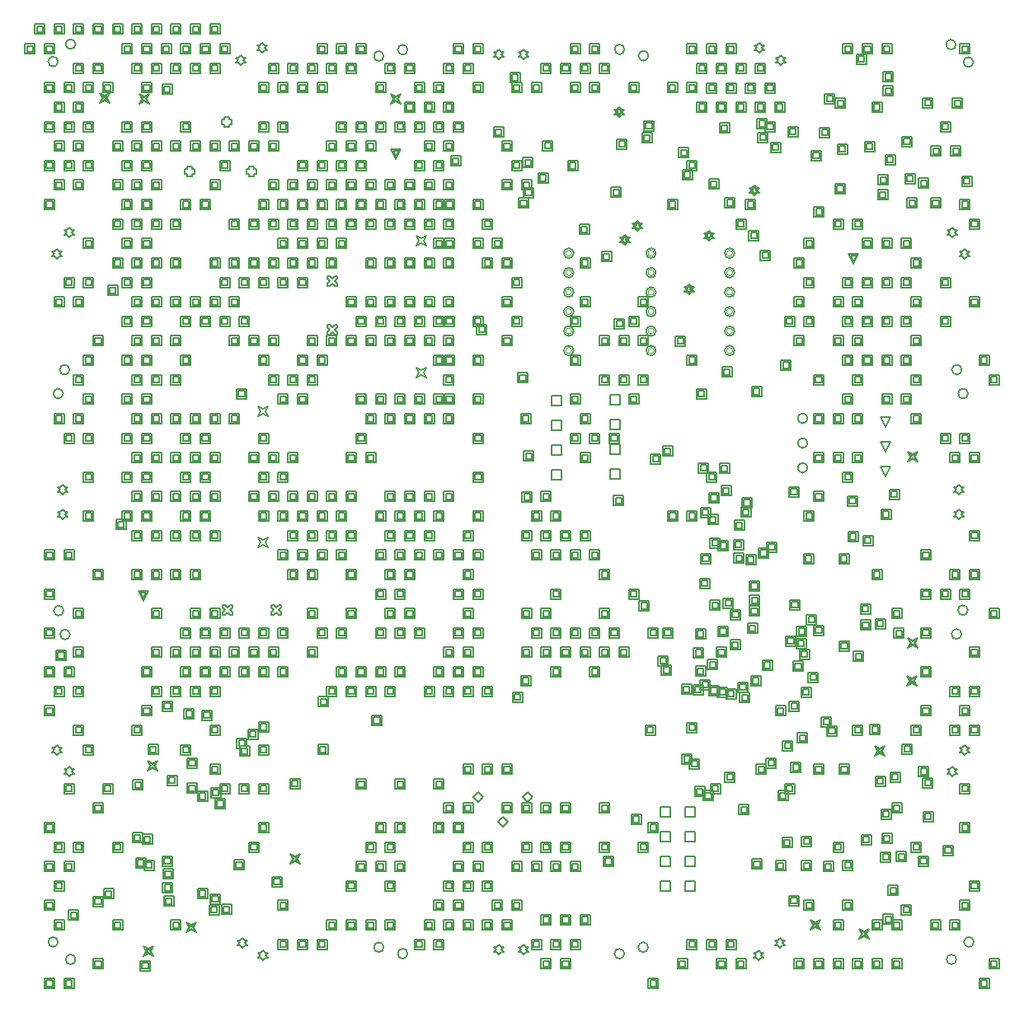
<source format=gbr>
G04*
G04 #@! TF.GenerationSoftware,Altium Limited,Altium Designer,25.5.2 (35)*
G04*
G04 Layer_Color=2752767*
%FSLAX25Y25*%
%MOIN*%
G70*
G04*
G04 #@! TF.SameCoordinates,5858FFA7-226C-4CE8-8668-B70CF27CC624*
G04*
G04*
G04 #@! TF.FilePolarity,Positive*
G04*
G01*
G75*
%ADD117C,0.00500*%
%ADD118C,0.00667*%
%ADD119C,0.00400*%
D117*
X257291Y49516D02*
Y53516D01*
X261291D01*
Y49516D01*
X257291D01*
X267291D02*
Y53516D01*
X271291D01*
Y49516D01*
X267291D01*
X257291Y59516D02*
Y63516D01*
X261291D01*
Y59516D01*
X257291D01*
X267291Y39516D02*
Y43516D01*
X271291D01*
Y39516D01*
X267291D01*
X257291Y69516D02*
Y73516D01*
X261291D01*
Y69516D01*
X257291D01*
X267291Y59516D02*
Y63516D01*
X271291D01*
Y59516D01*
X267291D01*
X257291Y39516D02*
Y43516D01*
X261291D01*
Y39516D01*
X257291D01*
X267291Y69516D02*
Y73516D01*
X271291D01*
Y69516D01*
X267291D01*
X236780Y236110D02*
Y240110D01*
X240780D01*
Y236110D01*
X236780D01*
Y226110D02*
Y230110D01*
X240780D01*
Y226110D01*
X236780D01*
Y206110D02*
Y210110D01*
X240780D01*
Y206110D01*
X236780D01*
Y216110D02*
Y220110D01*
X240780D01*
Y216110D01*
X236780D01*
X213256Y225854D02*
Y229854D01*
X217256D01*
Y225854D01*
X213256D01*
X201602Y77598D02*
X203602Y79598D01*
X205602Y77598D01*
X203602Y75598D01*
X201602Y77598D01*
X122606Y264634D02*
X123606D01*
X124606Y265634D01*
X125606Y264634D01*
X126606D01*
Y265634D01*
X125606Y266634D01*
X126606Y267634D01*
Y268634D01*
X125606D01*
X124606Y267634D01*
X123606Y268634D01*
X122606D01*
Y267634D01*
X123606Y266634D01*
X122606Y265634D01*
Y264634D01*
X65831Y329512D02*
Y328512D01*
X67831D01*
Y329512D01*
X68831D01*
Y331512D01*
X67831D01*
Y332512D01*
X65831D01*
Y331512D01*
X64831D01*
Y329512D01*
X65831D01*
X94654Y178433D02*
X95654Y180433D01*
X94654Y182433D01*
X96654Y181433D01*
X98654Y182433D01*
X97654Y180433D01*
X98654Y178433D01*
X96654Y179433D01*
X94654Y178433D01*
X80382Y151248D02*
X81382D01*
X82382Y152248D01*
X83382Y151248D01*
X84382D01*
Y152248D01*
X83382Y153248D01*
X84382Y154248D01*
Y155248D01*
X83382D01*
X82382Y154248D01*
X81382Y155248D01*
X80382D01*
Y154248D01*
X81382Y153248D01*
X80382Y152248D01*
Y151248D01*
X375413Y303707D02*
X376413Y304707D01*
X377413D01*
X376413Y305707D01*
X377413Y306707D01*
X376413D01*
X375413Y307707D01*
X374413Y306707D01*
X373413D01*
X374413Y305707D01*
X373413Y304707D01*
X374413D01*
X375413Y303707D01*
X377953Y199850D02*
X378953Y200850D01*
X379953D01*
X378953Y201850D01*
X379953Y202850D01*
X378953D01*
X377953Y203850D01*
X376953Y202850D01*
X375953D01*
X376953Y201850D01*
X375953Y200850D01*
X376953D01*
X377953Y199850D01*
X297244Y378413D02*
X298244Y379413D01*
X299244D01*
X298244Y380413D01*
X299244Y381413D01*
X298244D01*
X297244Y382413D01*
X296244Y381413D01*
X295244D01*
X296244Y380413D01*
X295244Y379413D01*
X296244D01*
X297244Y378413D01*
X380295Y94357D02*
X381295Y95357D01*
X382295D01*
X381295Y96357D01*
X382295Y97357D01*
X381295D01*
X380295Y98357D01*
X379295Y97357D01*
X378295D01*
X379295Y96357D01*
X378295Y95357D01*
X379295D01*
X380295Y94357D01*
X305511Y16484D02*
X306511Y17484D01*
X307511D01*
X306511Y18484D01*
X307511Y19484D01*
X306511D01*
X305511Y20484D01*
X304511Y19484D01*
X303511D01*
X304511Y18484D01*
X303511Y17484D01*
X304511D01*
X305511Y16484D01*
X213256Y235854D02*
Y239854D01*
X217256D01*
Y235854D01*
X213256D01*
X191850Y375953D02*
X192850Y376953D01*
X193850D01*
X192850Y377953D01*
X193850Y378953D01*
X192850D01*
X191850Y379953D01*
X190850Y378953D01*
X189850D01*
X190850Y377953D01*
X189850Y376953D01*
X190850D01*
X191850Y375953D01*
X87698Y373413D02*
X88698Y374413D01*
X89698D01*
X88698Y375413D01*
X89698Y376413D01*
X88698D01*
X87698Y377413D01*
X86698Y376413D01*
X85698D01*
X86698Y375413D01*
X85698Y374413D01*
X86698D01*
X87698Y373413D01*
X13189Y295146D02*
X14189Y296146D01*
X15189D01*
X14189Y297146D01*
X15189Y298146D01*
X14189D01*
X13189Y299146D01*
X12189Y298146D01*
X11189D01*
X12189Y297146D01*
X11189Y296146D01*
X12189D01*
X13189Y295146D01*
X15748Y189850D02*
X16748Y190850D01*
X17748D01*
X16748Y191850D01*
X17748Y192850D01*
X16748D01*
X15748Y193850D01*
X14748Y192850D01*
X13748D01*
X14748Y191850D01*
X13748Y190850D01*
X14748D01*
X15748Y189850D01*
X201850Y13748D02*
X202850Y14748D01*
X203850D01*
X202850Y15748D01*
X203850Y16748D01*
X202850D01*
X201850Y17748D01*
X200850Y16748D01*
X199850D01*
X200850Y15748D01*
X199850Y14748D01*
X200850D01*
X201850Y13748D01*
X181602Y77598D02*
X183602Y79598D01*
X185602Y77598D01*
X183602Y75598D01*
X181602Y77598D01*
X100067Y151248D02*
X101067D01*
X102067Y152248D01*
X103067Y151248D01*
X104067D01*
Y152248D01*
X103067Y153248D01*
X104067Y154248D01*
Y155248D01*
X103067D01*
X102067Y154248D01*
X101067Y155248D01*
X100067D01*
Y154248D01*
X101067Y153248D01*
X100067Y152248D01*
Y151248D01*
X18209Y85795D02*
X19209Y86795D01*
X20209D01*
X19209Y87795D01*
X20209Y88795D01*
X19209D01*
X18209Y89795D01*
X17209Y88795D01*
X16209D01*
X17209Y87795D01*
X16209Y86795D01*
X17209D01*
X18209Y85795D01*
X96752Y11484D02*
X97752Y12484D01*
X98752D01*
X97752Y13484D01*
X98752Y14484D01*
X97752D01*
X96752Y15484D01*
X95752Y14484D01*
X94752D01*
X95752Y13484D01*
X94752Y12484D01*
X95752D01*
X96752Y11484D01*
X150295Y335598D02*
X148295Y339598D01*
X152295D01*
X150295Y335598D01*
Y336398D02*
X149095Y338798D01*
X151495D01*
X150295Y336398D01*
X48158Y156967D02*
X46158Y160967D01*
X50159D01*
X48158Y156967D01*
Y157767D02*
X46959Y160167D01*
X49358D01*
X48158Y157767D01*
X335335Y293177D02*
X333335Y297177D01*
X337335D01*
X335335Y293177D01*
Y293977D02*
X334135Y296377D01*
X336535D01*
X335335Y293977D01*
X213256Y215854D02*
Y219854D01*
X217256D01*
Y215854D01*
X213256D01*
Y205854D02*
Y209854D01*
X217256D01*
Y205854D01*
X213256D01*
X18189Y303806D02*
X19189Y304806D01*
X20189D01*
X19189Y305806D01*
X20189Y306806D01*
X19189D01*
X18189Y307806D01*
X17189Y306806D01*
X16189D01*
X17189Y305806D01*
X16189Y304806D01*
X17189D01*
X18189Y303806D01*
X90831Y329512D02*
Y328512D01*
X92831D01*
Y329512D01*
X93831D01*
Y331512D01*
X92831D01*
Y332512D01*
X90831D01*
Y331512D01*
X89831D01*
Y329512D01*
X90831D01*
X191602Y67598D02*
X193602Y69598D01*
X195602Y67598D01*
X193602Y65598D01*
X191602Y67598D01*
X348189Y227094D02*
X346189Y231094D01*
X350189D01*
X348189Y227094D01*
X201850Y375953D02*
X202850Y376953D01*
X203850D01*
X202850Y377953D01*
X203850Y378953D01*
X202850D01*
X201850Y379953D01*
X200850Y378953D01*
X199850D01*
X200850Y377953D01*
X199850Y376953D01*
X200850D01*
X201850Y375953D01*
X380413Y295047D02*
X381413Y296047D01*
X382413D01*
X381413Y297047D01*
X382413Y298047D01*
X381413D01*
X380413Y299047D01*
X379413Y298047D01*
X378413D01*
X379413Y297047D01*
X378413Y296047D01*
X379413D01*
X380413Y295047D01*
X305904Y373413D02*
X306904Y374413D01*
X307904D01*
X306904Y375413D01*
X307904Y376413D01*
X306904D01*
X305904Y377413D01*
X304904Y376413D01*
X303904D01*
X304904Y375413D01*
X303904Y374413D01*
X304904D01*
X305904Y373413D01*
X377953Y189850D02*
X378953Y190850D01*
X379953D01*
X378953Y191850D01*
X379953Y192850D01*
X378953D01*
X377953Y193850D01*
X376953Y192850D01*
X375953D01*
X376953Y191850D01*
X375953Y190850D01*
X376953D01*
X377953Y189850D01*
X88092Y16484D02*
X89092Y17484D01*
X90092D01*
X89092Y18484D01*
X90092Y19484D01*
X89092D01*
X88092Y20484D01*
X87092Y19484D01*
X86092D01*
X87092Y18484D01*
X86092Y17484D01*
X87092D01*
X88092Y16484D01*
X191850Y13748D02*
X192850Y14748D01*
X193850D01*
X192850Y15748D01*
X193850Y16748D01*
X192850D01*
X191850Y17748D01*
X190850Y16748D01*
X189850D01*
X190850Y15748D01*
X189850Y14748D01*
X190850D01*
X191850Y13748D01*
X375295Y85697D02*
X376295Y86697D01*
X377295D01*
X376295Y87697D01*
X377295Y88697D01*
X376295D01*
X375295Y89697D01*
X374295Y88697D01*
X373295D01*
X374295Y87697D01*
X373295Y86697D01*
X374295D01*
X375295Y85697D01*
X296850Y11484D02*
X297850Y12484D01*
X298850D01*
X297850Y13484D01*
X298850Y14484D01*
X297850D01*
X296850Y15484D01*
X295850Y14484D01*
X294850D01*
X295850Y13484D01*
X294850Y12484D01*
X295850D01*
X296850Y11484D01*
X348189Y207094D02*
X346189Y211094D01*
X350189D01*
X348189Y207094D01*
Y217094D02*
X346189Y221094D01*
X350189D01*
X348189Y217094D01*
X80831Y349512D02*
Y348512D01*
X82831D01*
Y349512D01*
X83831D01*
Y351512D01*
X82831D01*
Y352512D01*
X80831D01*
Y351512D01*
X79831D01*
Y349512D01*
X80831D01*
X122606Y284319D02*
X123606D01*
X124606Y285319D01*
X125606Y284319D01*
X126606D01*
Y285319D01*
X125606Y286319D01*
X126606Y287319D01*
Y288319D01*
X125606D01*
X124606Y287319D01*
X123606Y288319D01*
X122606D01*
Y287319D01*
X123606Y286319D01*
X122606Y285319D01*
Y284319D01*
X158728Y300343D02*
X159728Y302343D01*
X158728Y304343D01*
X160728Y303343D01*
X162728Y304343D01*
X161728Y302343D01*
X162728Y300343D01*
X160728Y301343D01*
X158728Y300343D01*
Y247232D02*
X159728Y249232D01*
X158728Y251232D01*
X160728Y250232D01*
X162728Y251232D01*
X161728Y249232D01*
X162728Y247232D01*
X160728Y248232D01*
X158728Y247232D01*
X94654Y231543D02*
X95654Y233543D01*
X94654Y235543D01*
X96654Y234543D01*
X98654Y235543D01*
X97654Y233543D01*
X98654Y231543D01*
X96654Y232543D01*
X94654Y231543D01*
X13209Y94456D02*
X14209Y95456D01*
X15209D01*
X14209Y96456D01*
X15209Y97456D01*
X14209D01*
X13209Y98456D01*
X12209Y97456D01*
X11209D01*
X12209Y96456D01*
X11209Y95456D01*
X12209D01*
X13209Y94456D01*
X15748Y199850D02*
X16748Y200850D01*
X17748D01*
X16748Y201850D01*
X17748Y202850D01*
X16748D01*
X15748Y203850D01*
X14748Y202850D01*
X13748D01*
X14748Y201850D01*
X13748Y200850D01*
X14748D01*
X15748Y199850D01*
X96358Y378413D02*
X97358Y379413D01*
X98358D01*
X97358Y380413D01*
X98358Y381413D01*
X97358D01*
X96358Y382413D01*
X95358Y381413D01*
X94358D01*
X95358Y380413D01*
X94358Y379413D01*
X95358D01*
X96358Y378413D01*
X337445Y20169D02*
X338445Y22169D01*
X337445Y24169D01*
X339445Y23169D01*
X341445Y24169D01*
X340445Y22169D01*
X341445Y20169D01*
X339445Y21169D01*
X337445Y20169D01*
X338246Y20969D02*
X338845Y22169D01*
X338246Y23369D01*
X339445Y22769D01*
X340646Y23369D01*
X340045Y22169D01*
X340646Y20969D01*
X339445Y21569D01*
X338246Y20969D01*
X317783Y23689D02*
X318783Y25689D01*
X317783Y27689D01*
X319783Y26689D01*
X321783Y27689D01*
X320783Y25689D01*
X321783Y23689D01*
X319783Y24689D01*
X317783Y23689D01*
X318583Y24489D02*
X319183Y25689D01*
X318583Y26889D01*
X319783Y26289D01*
X320984Y26889D01*
X320384Y25689D01*
X320984Y24489D01*
X319783Y25089D01*
X318583Y24489D01*
X315323Y31661D02*
Y35661D01*
X319323D01*
Y31661D01*
X315323D01*
X316123Y32461D02*
Y34861D01*
X318523D01*
Y32461D01*
X316123D01*
X331071Y31661D02*
Y35661D01*
X335071D01*
Y31661D01*
X331071D01*
X331871Y32461D02*
Y34861D01*
X334271D01*
Y32461D01*
X331871D01*
X172438Y332716D02*
Y336716D01*
X176437D01*
Y332716D01*
X172438D01*
X173238Y333516D02*
Y335916D01*
X175637D01*
Y333516D01*
X173238D01*
X169890Y236386D02*
Y240386D01*
X173890D01*
Y236386D01*
X169890D01*
X170690Y237186D02*
Y239586D01*
X173090D01*
Y237186D01*
X170690D01*
X169890Y252134D02*
Y256134D01*
X173890D01*
Y252134D01*
X169890D01*
X170690Y252934D02*
Y255334D01*
X173090D01*
Y252934D01*
X170690D01*
X169890Y267882D02*
Y271882D01*
X173890D01*
Y267882D01*
X169890D01*
X170690Y268682D02*
Y271082D01*
X173090D01*
Y268682D01*
X170690D01*
X169890Y299378D02*
Y303378D01*
X173890D01*
Y299378D01*
X169890D01*
X170690Y300178D02*
Y302578D01*
X173090D01*
Y300178D01*
X170690D01*
X169890Y315126D02*
Y319126D01*
X173890D01*
Y315126D01*
X169890D01*
X170690Y315926D02*
Y318326D01*
X173090D01*
Y315926D01*
X170690D01*
X169653Y307252D02*
Y311252D01*
X173653D01*
Y307252D01*
X169653D01*
X170454Y308052D02*
Y310452D01*
X172854D01*
Y308052D01*
X170454D01*
X169653Y323000D02*
Y327000D01*
X173653D01*
Y323000D01*
X169653D01*
X170454Y323800D02*
Y326200D01*
X172854D01*
Y323800D01*
X170454D01*
X169653Y244260D02*
Y248260D01*
X173653D01*
Y244260D01*
X169653D01*
X170454Y245060D02*
Y247460D01*
X172854D01*
Y245060D01*
X170454D01*
X169653Y291504D02*
Y295504D01*
X173653D01*
Y291504D01*
X169653D01*
X170454Y292304D02*
Y294704D01*
X172854D01*
Y292304D01*
X170454D01*
X169653Y260008D02*
Y264008D01*
X173653D01*
Y260008D01*
X169653D01*
X170454Y260808D02*
Y263208D01*
X172854D01*
Y260808D01*
X170454D01*
X169653Y275756D02*
Y279756D01*
X173653D01*
Y275756D01*
X169653D01*
X170454Y276556D02*
Y278956D01*
X172854D01*
Y276556D01*
X170454D01*
X181583Y204890D02*
Y208890D01*
X185583D01*
Y204890D01*
X181583D01*
X182383Y205690D02*
Y208090D01*
X184783D01*
Y205690D01*
X182383D01*
X181583Y220638D02*
Y224638D01*
X185583D01*
Y220638D01*
X181583D01*
X182383Y221438D02*
Y223838D01*
X184783D01*
Y221438D01*
X182383D01*
X201349Y196816D02*
Y200816D01*
X205349D01*
Y196816D01*
X201349D01*
X202149Y197616D02*
Y200016D01*
X204549D01*
Y197616D01*
X202149D01*
X200854Y228512D02*
Y232512D01*
X204854D01*
Y228512D01*
X200854D01*
X201654Y229312D02*
Y231712D01*
X204054D01*
Y229312D01*
X201654D01*
X201937Y319949D02*
Y323949D01*
X205937D01*
Y319949D01*
X201937D01*
X202737Y320749D02*
Y323149D01*
X205137D01*
Y320749D01*
X202737D01*
X189850Y344358D02*
Y348358D01*
X193850D01*
Y344358D01*
X189850D01*
X190650Y345158D02*
Y347558D01*
X193050D01*
Y345158D01*
X190650D01*
X344161Y81858D02*
Y85858D01*
X348161D01*
Y81858D01*
X344161D01*
X344961Y82658D02*
Y85058D01*
X347361D01*
Y82658D01*
X344961D01*
X354988Y94987D02*
Y98987D01*
X358988D01*
Y94987D01*
X354988D01*
X355788Y95787D02*
Y98187D01*
X358188D01*
Y95787D01*
X355788D01*
X329595Y86767D02*
Y90767D01*
X333595D01*
Y86767D01*
X329595D01*
X330395Y87567D02*
Y89967D01*
X332795D01*
Y87567D01*
X330395D01*
X343965Y94260D02*
X344965Y96260D01*
X343965Y98260D01*
X345965Y97260D01*
X347965Y98260D01*
X346965Y96260D01*
X347965Y94260D01*
X345965Y95260D01*
X343965Y94260D01*
X344765Y95060D02*
X345365Y96260D01*
X344765Y97460D01*
X345965Y96860D01*
X347165Y97460D01*
X346565Y96260D01*
X347165Y95060D01*
X345965Y95660D01*
X344765Y95060D01*
X338519Y58271D02*
Y62270D01*
X342519D01*
Y58271D01*
X338519D01*
X339319Y59070D02*
Y61471D01*
X341719D01*
Y59070D01*
X339319D01*
X346300Y51200D02*
Y55200D01*
X350300D01*
Y51200D01*
X346300D01*
X347100Y52000D02*
Y54400D01*
X349500D01*
Y52000D01*
X347100D01*
X346799Y58709D02*
Y62709D01*
X350799D01*
Y58709D01*
X346799D01*
X347599Y59509D02*
Y61909D01*
X349999D01*
Y59509D01*
X347599D01*
X349378Y37665D02*
Y41665D01*
X353378D01*
Y37665D01*
X349378D01*
X350178Y38465D02*
Y40865D01*
X352578D01*
Y38465D01*
X350178D01*
X354693Y29890D02*
Y33890D01*
X358693D01*
Y29890D01*
X354693D01*
X355493Y30690D02*
Y33090D01*
X357893D01*
Y30690D01*
X355493D01*
X209024Y25854D02*
Y29854D01*
X213024D01*
Y25854D01*
X209024D01*
X209824Y26654D02*
Y29054D01*
X212224D01*
Y26654D01*
X209824D01*
X216898Y25854D02*
Y29854D01*
X220898D01*
Y25854D01*
X216898D01*
X217698Y26654D02*
Y29054D01*
X220098D01*
Y26654D01*
X217698D01*
X224772Y25854D02*
Y29854D01*
X228772D01*
Y25854D01*
X224772D01*
X225572Y26654D02*
Y29054D01*
X227972D01*
Y26654D01*
X225572D01*
X205087Y15913D02*
Y19913D01*
X209087D01*
Y15913D01*
X205087D01*
X205887Y16713D02*
Y19113D01*
X208287D01*
Y16713D01*
X205887D01*
X212961Y15913D02*
Y19913D01*
X216961D01*
Y15913D01*
X212961D01*
X213761Y16713D02*
Y19113D01*
X216161D01*
Y16713D01*
X213761D01*
X220835Y15913D02*
Y19913D01*
X224835D01*
Y15913D01*
X220835D01*
X221635Y16713D02*
Y19113D01*
X224035D01*
Y16713D01*
X221635D01*
X142094Y63157D02*
Y67158D01*
X146094D01*
Y63157D01*
X142094D01*
X142894Y63958D02*
Y66357D01*
X145294D01*
Y63958D01*
X142894D01*
X138157Y55283D02*
Y59284D01*
X142157D01*
Y55283D01*
X138157D01*
X138957Y56084D02*
Y58483D01*
X141357D01*
Y56084D01*
X138957D01*
X134220Y80776D02*
Y84776D01*
X138220D01*
Y80776D01*
X134220D01*
X135020Y81576D02*
Y83976D01*
X137420D01*
Y81576D01*
X135020D01*
X149968Y80776D02*
Y84776D01*
X153968D01*
Y80776D01*
X149968D01*
X150768Y81576D02*
Y83976D01*
X153168D01*
Y81576D01*
X150768D01*
X165717Y80776D02*
Y84776D01*
X169717D01*
Y80776D01*
X165717D01*
X166516Y81576D02*
Y83976D01*
X168916D01*
Y81576D01*
X166516D01*
X49937Y88157D02*
X50937Y90158D01*
X49937Y92158D01*
X51937Y91158D01*
X53937Y92158D01*
X52937Y90158D01*
X53937Y88157D01*
X51937Y89157D01*
X49937Y88157D01*
X50737Y88958D02*
X51337Y90158D01*
X50737Y91357D01*
X51937Y90758D01*
X53137Y91357D01*
X52537Y90158D01*
X53137Y88958D01*
X51937Y89557D01*
X50737Y88958D01*
X30431Y357990D02*
X31431Y359990D01*
X30431Y361990D01*
X32431Y360990D01*
X34431Y361990D01*
X33431Y359990D01*
X34431Y357990D01*
X32431Y358990D01*
X30431Y357990D01*
X31231Y358790D02*
X31831Y359990D01*
X31231Y361190D01*
X32431Y360590D01*
X33631Y361190D01*
X33031Y359990D01*
X33631Y358790D01*
X32431Y359390D01*
X31231Y358790D01*
X33777Y280348D02*
Y284348D01*
X37778D01*
Y280348D01*
X33777D01*
X34578Y281148D02*
Y283548D01*
X36977D01*
Y281148D01*
X34578D01*
X309220Y33620D02*
Y37620D01*
X313220D01*
Y33620D01*
X309220D01*
X310020Y34420D02*
Y36820D01*
X312420D01*
Y34420D01*
X310020D01*
X275953Y362272D02*
Y366272D01*
X279953D01*
Y362272D01*
X275953D01*
X276753Y363072D02*
Y365472D01*
X279153D01*
Y363072D01*
X276753D01*
X283827Y362272D02*
Y366272D01*
X287827D01*
Y362272D01*
X283827D01*
X284627Y363072D02*
Y365472D01*
X287027D01*
Y363072D01*
X284627D01*
X291701Y362272D02*
Y366272D01*
X295701D01*
Y362272D01*
X291701D01*
X292501Y363072D02*
Y365472D01*
X294901D01*
Y363072D01*
X292501D01*
X299575Y362272D02*
Y366272D01*
X303575D01*
Y362272D01*
X299575D01*
X300375Y363072D02*
Y365472D01*
X302775D01*
Y363072D01*
X300375D01*
X46915Y7295D02*
Y11295D01*
X50915D01*
Y7295D01*
X46915D01*
X47715Y8095D02*
Y10495D01*
X50115D01*
Y8095D01*
X47715D01*
X12173Y118276D02*
Y122276D01*
X16173D01*
Y118276D01*
X12173D01*
X12973Y119076D02*
Y121476D01*
X15373D01*
Y119076D01*
X12973D01*
X20047Y102528D02*
Y106528D01*
X24047D01*
Y102528D01*
X20047D01*
X20847Y103328D02*
Y105728D01*
X23247D01*
Y103328D01*
X20847D01*
X277294Y178253D02*
Y182253D01*
X281294D01*
Y178253D01*
X277294D01*
X278094Y179053D02*
Y181453D01*
X280494D01*
Y179053D01*
X278094D01*
X273492Y190618D02*
Y194618D01*
X277492D01*
Y190618D01*
X273492D01*
X274292Y191418D02*
Y193818D01*
X276692D01*
Y191418D01*
X274292D01*
X268079Y189142D02*
Y193142D01*
X272079D01*
Y189142D01*
X268079D01*
X268879Y189942D02*
Y192342D01*
X271279D01*
Y189942D01*
X268879D01*
X280661Y177149D02*
Y181149D01*
X284661D01*
Y177149D01*
X280661D01*
X281461Y177949D02*
Y180349D01*
X283861D01*
Y177949D01*
X281461D01*
X273590Y171956D02*
Y175956D01*
X277590D01*
Y171956D01*
X273590D01*
X274391Y172756D02*
Y175156D01*
X276790D01*
Y172756D01*
X274391D01*
X273197Y161976D02*
Y165976D01*
X277197D01*
Y161976D01*
X273197D01*
X273997Y162776D02*
Y165176D01*
X276397D01*
Y162776D01*
X273997D01*
X287173Y185402D02*
Y189402D01*
X291173D01*
Y185402D01*
X287173D01*
X287973Y186202D02*
Y188602D01*
X290373D01*
Y186202D01*
X287973D01*
X286976Y172114D02*
Y176114D01*
X290976D01*
Y172114D01*
X286976D01*
X287776Y172914D02*
Y175314D01*
X290176D01*
Y172914D01*
X287776D01*
X286822Y177629D02*
Y181629D01*
X290822D01*
Y177629D01*
X286822D01*
X287622Y178429D02*
Y180829D01*
X290022D01*
Y178429D01*
X287622D01*
X282679Y153982D02*
Y157982D01*
X286679D01*
Y153982D01*
X282679D01*
X283479Y154782D02*
Y157182D01*
X285879D01*
Y154782D01*
X283479D01*
X258138Y215323D02*
Y219323D01*
X262138D01*
Y215323D01*
X258138D01*
X258938Y216123D02*
Y218523D01*
X261338D01*
Y216123D01*
X258938D01*
X248031Y306465D02*
X249031Y307465D01*
X250031D01*
X249031Y308465D01*
X250031Y309465D01*
X249031D01*
X248031Y310465D01*
X247031Y309465D01*
X246031D01*
X247031Y308465D01*
X246031Y307465D01*
X247031D01*
X248031Y306465D01*
Y307265D02*
X248632Y307865D01*
X249232D01*
X248632Y308465D01*
X249232Y309065D01*
X248632D01*
X248031Y309665D01*
X247431Y309065D01*
X246831D01*
X247431Y308465D01*
X246831Y307865D01*
X247431D01*
X248031Y307265D01*
X272705Y208600D02*
Y212600D01*
X276705D01*
Y208600D01*
X272705D01*
X273505Y209400D02*
Y211800D01*
X275905D01*
Y209400D01*
X273505D01*
X275953Y204890D02*
Y208890D01*
X279953D01*
Y204890D01*
X275953D01*
X276753Y205690D02*
Y208090D01*
X279153D01*
Y205690D01*
X276753D01*
X276543Y187665D02*
Y191665D01*
X280543D01*
Y187665D01*
X276543D01*
X277343Y188465D02*
Y190865D01*
X279743D01*
Y188465D01*
X277343D01*
X253315Y212272D02*
Y216272D01*
X257315D01*
Y212272D01*
X253315D01*
X254115Y213072D02*
Y215472D01*
X256515D01*
Y213072D01*
X254115D01*
X238400Y195400D02*
Y199400D01*
X242400D01*
Y195400D01*
X238400D01*
X239200Y196200D02*
Y198600D01*
X241600D01*
Y196200D01*
X239200D01*
X342036Y102823D02*
Y106823D01*
X346036D01*
Y102823D01*
X342036D01*
X342836Y103623D02*
Y106023D01*
X345236D01*
Y103623D01*
X342836D01*
X335008Y102626D02*
Y106626D01*
X339008D01*
Y102626D01*
X335008D01*
X335808Y103426D02*
Y105826D01*
X338208D01*
Y103426D01*
X335808D01*
X322311Y105972D02*
Y109972D01*
X326311D01*
Y105972D01*
X322311D01*
X323111Y106772D02*
Y109172D01*
X325511D01*
Y106772D01*
X323111D01*
X84909Y48098D02*
Y52098D01*
X88910D01*
Y48098D01*
X84909D01*
X85710Y48898D02*
Y51298D01*
X88109D01*
Y48898D01*
X85710D01*
X283877Y117299D02*
Y121299D01*
X287877D01*
Y117299D01*
X283877D01*
X284677Y118099D02*
Y120499D01*
X287077D01*
Y118099D01*
X284677D01*
X269063Y88951D02*
Y92951D01*
X273063D01*
Y88951D01*
X269063D01*
X269863Y89751D02*
Y92151D01*
X272263D01*
Y89751D01*
X269863D01*
X266000Y90815D02*
Y94815D01*
X270000D01*
Y90815D01*
X266000D01*
X266800Y91615D02*
Y94015D01*
X269200D01*
Y91615D01*
X266800D01*
X361563Y49600D02*
Y53600D01*
X365563D01*
Y49600D01*
X361563D01*
X362363Y50400D02*
Y52800D01*
X364763D01*
Y50400D01*
X362363D01*
X207842Y325854D02*
Y329854D01*
X211842D01*
Y325854D01*
X207842D01*
X208643Y326654D02*
Y329054D01*
X211042D01*
Y326654D01*
X208643D01*
X251150Y102626D02*
Y106626D01*
X255150D01*
Y102626D01*
X251150D01*
X251950Y103426D02*
Y105826D01*
X254350D01*
Y103426D01*
X251950D01*
X12936Y132837D02*
Y136837D01*
X16936D01*
Y132837D01*
X12936D01*
X13736Y133637D02*
Y136037D01*
X16136D01*
Y133637D01*
X13736D01*
X8236Y141898D02*
Y145898D01*
X12236D01*
Y141898D01*
X8236D01*
X9036Y142698D02*
Y145098D01*
X11436D01*
Y142698D01*
X9036D01*
X309581Y153315D02*
Y157315D01*
X313581D01*
Y153315D01*
X309581D01*
X310381Y154115D02*
Y156515D01*
X312781D01*
Y154115D01*
X310381D01*
X289827Y190717D02*
Y194717D01*
X293827D01*
Y190717D01*
X289827D01*
X290627Y191516D02*
Y193916D01*
X293027D01*
Y191516D01*
X290627D01*
X300279Y176531D02*
Y180531D01*
X304279D01*
Y176531D01*
X300279D01*
X301079Y177331D02*
Y179731D01*
X303479D01*
Y177331D01*
X301079D01*
X291862Y171488D02*
Y175488D01*
X295862D01*
Y171488D01*
X291862D01*
X292662Y172288D02*
Y174688D01*
X295062D01*
Y172288D01*
X292662D01*
X296917Y174149D02*
Y178149D01*
X300917D01*
Y174149D01*
X296917D01*
X297717Y174949D02*
Y177349D01*
X300117D01*
Y174949D01*
X297717D01*
X301759Y338296D02*
Y342296D01*
X305759D01*
Y338296D01*
X301759D01*
X302559Y339096D02*
Y341496D01*
X304959D01*
Y339096D01*
X302559D01*
X297705Y294555D02*
Y298555D01*
X301705D01*
Y294555D01*
X297705D01*
X298505Y295355D02*
Y297755D01*
X300905D01*
Y295355D01*
X298505D01*
X318276Y334909D02*
Y338909D01*
X322276D01*
Y334909D01*
X318276D01*
X319076Y335709D02*
Y338109D01*
X321476D01*
Y335709D01*
X319076D01*
X295352Y320736D02*
X296352Y321736D01*
X297352D01*
X296352Y322736D01*
X297352Y323736D01*
X296352D01*
X295352Y324736D01*
X294352Y323736D01*
X293352D01*
X294352Y322736D01*
X293352Y321736D01*
X294352D01*
X295352Y320736D01*
Y321536D02*
X295952Y322136D01*
X296551D01*
X295952Y322736D01*
X296551Y323336D01*
X295952D01*
X295352Y323936D01*
X294752Y323336D01*
X294151D01*
X294752Y322736D01*
X294151Y322136D01*
X294752D01*
X295352Y321536D01*
X240650Y352626D02*
X241650Y353626D01*
X242650D01*
X241650Y354626D01*
X242650Y355626D01*
X241650D01*
X240650Y356626D01*
X239650Y355626D01*
X238650D01*
X239650Y354626D01*
X238650Y353626D01*
X239650D01*
X240650Y352626D01*
Y353426D02*
X241250Y354026D01*
X241850D01*
X241250Y354626D01*
X241850Y355226D01*
X241250D01*
X240650Y355826D01*
X240050Y355226D01*
X239450D01*
X240050Y354626D01*
X239450Y354026D01*
X240050D01*
X240650Y353426D01*
X242815Y300854D02*
X243815Y301854D01*
X244815D01*
X243815Y302854D01*
X244815Y303854D01*
X243815D01*
X242815Y304854D01*
X241815Y303854D01*
X240815D01*
X241815Y302854D01*
X240815Y301854D01*
X241815D01*
X242815Y300854D01*
Y301654D02*
X243415Y302254D01*
X244015D01*
X243415Y302854D01*
X244015Y303454D01*
X243415D01*
X242815Y304054D01*
X242215Y303454D01*
X241615D01*
X242215Y302854D01*
X241615Y302254D01*
X242215D01*
X242815Y301654D01*
X276870Y302626D02*
X277870Y303626D01*
X278870D01*
X277870Y304626D01*
X278870Y305626D01*
X277870D01*
X276870Y306626D01*
X275870Y305626D01*
X274870D01*
X275870Y304626D01*
X274870Y303626D01*
X275870D01*
X276870Y302626D01*
Y303426D02*
X277470Y304026D01*
X278070D01*
X277470Y304626D01*
X278070Y305226D01*
X277470D01*
X276870Y305826D01*
X276270Y305226D01*
X275670D01*
X276270Y304626D01*
X275670Y304026D01*
X276270D01*
X276870Y303426D01*
X268778Y280746D02*
X269778Y281746D01*
X270778D01*
X269778Y282746D01*
X270778Y283746D01*
X269778D01*
X268778Y284746D01*
X267778Y283746D01*
X266778D01*
X267778Y282746D01*
X266778Y281746D01*
X267778D01*
X268778Y280746D01*
Y281546D02*
X269378Y282146D01*
X269978D01*
X269378Y282746D01*
X269978Y283346D01*
X269378D01*
X268778Y283946D01*
X268178Y283346D01*
X267578D01*
X268178Y282746D01*
X267578Y282146D01*
X268178D01*
X268778Y281546D01*
X282160Y247344D02*
Y251344D01*
X286160D01*
Y247344D01*
X282160D01*
X282960Y248144D02*
Y250544D01*
X285360D01*
Y248144D01*
X282960D01*
X283371Y315807D02*
Y319807D01*
X287371D01*
Y315807D01*
X283371D01*
X284172Y316607D02*
Y319007D01*
X286572D01*
Y316607D01*
X284172D01*
X266134Y327166D02*
Y331166D01*
X270134D01*
Y327166D01*
X266134D01*
X266934Y327966D02*
Y330366D01*
X269334D01*
Y327966D01*
X266934D01*
X276839Y323394D02*
Y327394D01*
X280839D01*
Y323394D01*
X276839D01*
X277639Y324194D02*
Y326594D01*
X280039D01*
Y324194D01*
X277639D01*
X292980Y302626D02*
Y306626D01*
X296980D01*
Y302626D01*
X292980D01*
X293780Y303426D02*
Y305826D01*
X296180D01*
Y303426D01*
X293780D01*
X290224Y194457D02*
Y198457D01*
X294224D01*
Y194457D01*
X290224D01*
X291024Y195257D02*
Y197657D01*
X293424D01*
Y195257D01*
X291024D01*
X295965Y86748D02*
Y90748D01*
X299964D01*
Y86748D01*
X295965D01*
X296764Y87548D02*
Y89948D01*
X299165D01*
Y87548D01*
X296764D01*
X309311Y112280D02*
Y116280D01*
X313311D01*
Y112280D01*
X309311D01*
X310110Y113080D02*
Y115480D01*
X312510D01*
Y113080D01*
X310110D01*
X310931Y128437D02*
Y132437D01*
X314931D01*
Y128437D01*
X310931D01*
X311731Y129237D02*
Y131637D01*
X314131D01*
Y129237D01*
X311731D01*
X317009Y123855D02*
Y127855D01*
X321009D01*
Y123855D01*
X317009D01*
X317809Y124655D02*
Y127055D01*
X320209D01*
Y124655D01*
X317809D01*
X303859Y110384D02*
Y114384D01*
X307859D01*
Y110384D01*
X303859D01*
X304659Y111184D02*
Y113584D01*
X307059D01*
Y111184D01*
X304659D01*
X257646Y126839D02*
Y130839D01*
X261646D01*
Y126839D01*
X257646D01*
X258446Y127639D02*
Y130039D01*
X260846D01*
Y127639D01*
X258446D01*
X256366Y130579D02*
Y134579D01*
X260366D01*
Y130579D01*
X256366D01*
X257166Y131379D02*
Y133779D01*
X259566D01*
Y131379D01*
X257166D01*
X65900Y79010D02*
Y83010D01*
X69900D01*
Y79010D01*
X65900D01*
X66700Y79810D02*
Y82210D01*
X69100D01*
Y79810D01*
X66700D01*
X75165Y86779D02*
Y90780D01*
X79165D01*
Y86779D01*
X75165D01*
X75965Y87580D02*
Y89979D01*
X78365D01*
Y87580D01*
X75965D01*
X70165Y75835D02*
Y79835D01*
X74165D01*
Y75835D01*
X70165D01*
X70965Y76635D02*
Y79035D01*
X73365D01*
Y76635D01*
X70965D01*
X85992Y97213D02*
Y101213D01*
X89992D01*
Y97213D01*
X85992D01*
X86792Y98013D02*
Y100413D01*
X89192D01*
Y98013D01*
X86792D01*
X87193Y94089D02*
Y98089D01*
X91193D01*
Y94089D01*
X87193D01*
X87993Y94889D02*
Y97289D01*
X90393D01*
Y94889D01*
X87993D01*
X118768Y94752D02*
Y98752D01*
X122768D01*
Y94752D01*
X118768D01*
X119568Y95552D02*
Y97952D01*
X121968D01*
Y95552D01*
X119568D01*
X8236Y110402D02*
Y114402D01*
X12236D01*
Y110402D01*
X8236D01*
X9036Y111202D02*
Y113602D01*
X11436D01*
Y111202D01*
X9036D01*
X250600Y346900D02*
Y350900D01*
X254600D01*
Y346900D01*
X250600D01*
X251400Y347700D02*
Y350100D01*
X253800D01*
Y347700D01*
X251400D01*
X244457Y362370D02*
Y366370D01*
X248457D01*
Y362370D01*
X244457D01*
X245257Y363170D02*
Y365570D01*
X247657D01*
Y363170D01*
X245257D01*
X201642Y332055D02*
Y336055D01*
X205642D01*
Y332055D01*
X201642D01*
X202442Y332855D02*
Y335255D01*
X204842D01*
Y332855D01*
X202442D01*
X209703Y338952D02*
Y342952D01*
X213703D01*
Y338952D01*
X209703D01*
X210503Y339752D02*
Y342152D01*
X212903D01*
Y339752D01*
X210503D01*
X378315Y378118D02*
Y382118D01*
X382315D01*
Y378118D01*
X378315D01*
X379115Y378918D02*
Y381318D01*
X381515D01*
Y378918D01*
X379115D01*
X363354Y356268D02*
Y360268D01*
X367354D01*
Y356268D01*
X363354D01*
X364154Y357068D02*
Y359468D01*
X366554D01*
Y357068D01*
X364154D01*
X375362Y356000D02*
Y360000D01*
X379362D01*
Y356000D01*
X375362D01*
X376162Y356800D02*
Y359200D01*
X378562D01*
Y356800D01*
X376162D01*
X346819Y378118D02*
Y382118D01*
X350819D01*
Y378118D01*
X346819D01*
X347619Y378918D02*
Y381318D01*
X350019D01*
Y378918D01*
X347619D01*
X338945Y378118D02*
Y382118D01*
X342945D01*
Y378118D01*
X338945D01*
X339745Y378918D02*
Y381318D01*
X342145D01*
Y378918D01*
X339745D01*
X342882Y354496D02*
Y358496D01*
X346882D01*
Y354496D01*
X342882D01*
X343682Y355296D02*
Y357696D01*
X346082D01*
Y355296D01*
X343682D01*
X379100Y324600D02*
Y328600D01*
X383100D01*
Y324600D01*
X379100D01*
X379900Y325400D02*
Y327800D01*
X382300D01*
Y325400D01*
X379900D01*
X370441Y346622D02*
Y350622D01*
X374441D01*
Y346622D01*
X370441D01*
X371241Y347422D02*
Y349822D01*
X373641D01*
Y347422D01*
X371241D01*
X336484Y373984D02*
Y377984D01*
X340484D01*
Y373984D01*
X336484D01*
X337284Y374784D02*
Y377184D01*
X339684D01*
Y374784D01*
X337284D01*
X331071Y378118D02*
Y382118D01*
X335071D01*
Y378118D01*
X331071D01*
X331871Y378918D02*
Y381318D01*
X334271D01*
Y378918D01*
X331871D01*
X303512Y354496D02*
Y358496D01*
X307512D01*
Y354496D01*
X303512D01*
X304312Y355296D02*
Y357696D01*
X306712D01*
Y355296D01*
X304312D01*
X299575Y346622D02*
Y350622D01*
X303575D01*
Y346622D01*
X299575D01*
X300375Y347422D02*
Y349822D01*
X302775D01*
Y347422D01*
X300375D01*
X295638Y370244D02*
Y374244D01*
X299638D01*
Y370244D01*
X295638D01*
X296438Y371044D02*
Y373444D01*
X298838D01*
Y371044D01*
X296438D01*
X287764Y370244D02*
Y374244D01*
X291764D01*
Y370244D01*
X287764D01*
X288564Y371044D02*
Y373444D01*
X290964D01*
Y371044D01*
X288564D01*
X283827Y378118D02*
Y382118D01*
X287827D01*
Y378118D01*
X283827D01*
X284627Y378918D02*
Y381318D01*
X287027D01*
Y378918D01*
X284627D01*
X279890Y370244D02*
Y374244D01*
X283890D01*
Y370244D01*
X279890D01*
X280690Y371044D02*
Y373444D01*
X283090D01*
Y371044D01*
X280690D01*
X295638Y354496D02*
Y358496D01*
X299638D01*
Y354496D01*
X295638D01*
X296438Y355296D02*
Y357696D01*
X298838D01*
Y355296D01*
X296438D01*
X287764Y354496D02*
Y358496D01*
X291764D01*
Y354496D01*
X287764D01*
X288564Y355296D02*
Y357696D01*
X290964D01*
Y355296D01*
X288564D01*
X279890Y354496D02*
Y358496D01*
X283890D01*
Y354496D01*
X279890D01*
X280690Y355296D02*
Y357696D01*
X283090D01*
Y355296D01*
X280690D01*
X281200Y346100D02*
Y350100D01*
X285200D01*
Y346100D01*
X281200D01*
X282000Y346900D02*
Y349300D01*
X284400D01*
Y346900D01*
X282000D01*
X382252Y307252D02*
Y311252D01*
X386252D01*
Y307252D01*
X382252D01*
X383052Y308052D02*
Y310452D01*
X385452D01*
Y308052D01*
X383052D01*
X378315Y315126D02*
Y319126D01*
X382315D01*
Y315126D01*
X378315D01*
X379115Y315926D02*
Y318326D01*
X381515D01*
Y315926D01*
X379115D01*
X370441Y283630D02*
Y287630D01*
X374441D01*
Y283630D01*
X370441D01*
X371241Y284430D02*
Y286830D01*
X373641D01*
Y284430D01*
X371241D01*
X354693Y299378D02*
Y303378D01*
X358693D01*
Y299378D01*
X354693D01*
X355493Y300178D02*
Y302578D01*
X357893D01*
Y300178D01*
X355493D01*
X358630Y291504D02*
Y295504D01*
X362630D01*
Y291504D01*
X358630D01*
X359430Y292304D02*
Y294704D01*
X361830D01*
Y292304D01*
X359430D01*
X338945Y299378D02*
Y303378D01*
X342945D01*
Y299378D01*
X338945D01*
X339745Y300178D02*
Y302578D01*
X342145D01*
Y300178D01*
X339745D01*
X335008Y307252D02*
Y311252D01*
X339008D01*
Y307252D01*
X335008D01*
X335808Y308052D02*
Y310452D01*
X338208D01*
Y308052D01*
X335808D01*
X346819Y299378D02*
Y303378D01*
X350819D01*
Y299378D01*
X346819D01*
X347619Y300178D02*
Y302578D01*
X350019D01*
Y300178D01*
X347619D01*
X354693Y283630D02*
Y287630D01*
X358693D01*
Y283630D01*
X354693D01*
X355493Y284430D02*
Y286830D01*
X357893D01*
Y284430D01*
X355493D01*
X358630Y275756D02*
Y279756D01*
X362630D01*
Y275756D01*
X358630D01*
X359430Y276556D02*
Y278956D01*
X361830D01*
Y276556D01*
X359430D01*
X338945Y283630D02*
Y287630D01*
X342945D01*
Y283630D01*
X338945D01*
X339745Y284430D02*
Y286830D01*
X342145D01*
Y284430D01*
X339745D01*
X346819Y283630D02*
Y287630D01*
X350819D01*
Y283630D01*
X346819D01*
X347619Y284430D02*
Y286830D01*
X350019D01*
Y284430D01*
X347619D01*
X382252Y275756D02*
Y279756D01*
X386252D01*
Y275756D01*
X382252D01*
X383052Y276556D02*
Y278956D01*
X385452D01*
Y276556D01*
X383052D01*
X390126Y244260D02*
Y248260D01*
X394126D01*
Y244260D01*
X390126D01*
X390926Y245060D02*
Y247460D01*
X393326D01*
Y245060D01*
X390926D01*
X386189Y252134D02*
Y256134D01*
X390189D01*
Y252134D01*
X386189D01*
X386989Y252934D02*
Y255334D01*
X389389D01*
Y252934D01*
X386989D01*
X378315Y220638D02*
Y224638D01*
X382315D01*
Y220638D01*
X378315D01*
X379115Y221438D02*
Y223838D01*
X381515D01*
Y221438D01*
X379115D01*
X370441Y267882D02*
Y271882D01*
X374441D01*
Y267882D01*
X370441D01*
X371241Y268682D02*
Y271082D01*
X373641D01*
Y268682D01*
X371241D01*
X358630Y228512D02*
Y232512D01*
X362630D01*
Y228512D01*
X358630D01*
X359430Y229312D02*
Y231712D01*
X361830D01*
Y229312D01*
X359430D01*
X370441Y220638D02*
Y224638D01*
X374441D01*
Y220638D01*
X370441D01*
X371241Y221438D02*
Y223838D01*
X373641D01*
Y221438D01*
X371241D01*
X358630Y260008D02*
Y264008D01*
X362630D01*
Y260008D01*
X358630D01*
X359430Y260808D02*
Y263208D01*
X361830D01*
Y260808D01*
X359430D01*
X354693Y267882D02*
Y271882D01*
X358693D01*
Y267882D01*
X354693D01*
X355493Y268682D02*
Y271082D01*
X357893D01*
Y268682D01*
X355493D01*
X346819Y252134D02*
Y256134D01*
X350819D01*
Y252134D01*
X346819D01*
X347619Y252934D02*
Y255334D01*
X350019D01*
Y252934D01*
X347619D01*
X346819Y267882D02*
Y271882D01*
X350819D01*
Y267882D01*
X346819D01*
X347619Y268682D02*
Y271082D01*
X350019D01*
Y268682D01*
X347619D01*
X338945Y267882D02*
Y271882D01*
X342945D01*
Y267882D01*
X338945D01*
X339745Y268682D02*
Y271082D01*
X342145D01*
Y268682D01*
X339745D01*
X338945Y252134D02*
Y256134D01*
X342945D01*
Y252134D01*
X338945D01*
X339745Y252934D02*
Y255334D01*
X342145D01*
Y252934D01*
X339745D01*
X358630Y244260D02*
Y248260D01*
X362630D01*
Y244260D01*
X358630D01*
X359430Y245060D02*
Y247460D01*
X361830D01*
Y245060D01*
X359430D01*
X354693Y252134D02*
Y256134D01*
X358693D01*
Y252134D01*
X354693D01*
X355493Y252934D02*
Y255334D01*
X357893D01*
Y252934D01*
X355493D01*
X354693Y236386D02*
Y240386D01*
X358693D01*
Y236386D01*
X354693D01*
X355493Y237186D02*
Y239586D01*
X357893D01*
Y237186D01*
X355493D01*
X346819Y236386D02*
Y240386D01*
X350819D01*
Y236386D01*
X346819D01*
X347619Y237186D02*
Y239586D01*
X350019D01*
Y237186D01*
X347619D01*
X335008Y228512D02*
Y232512D01*
X339008D01*
Y228512D01*
X335008D01*
X335808Y229312D02*
Y231712D01*
X338208D01*
Y229312D01*
X335808D01*
X327134Y307252D02*
Y311252D01*
X331134D01*
Y307252D01*
X327134D01*
X327934Y308052D02*
Y310452D01*
X330334D01*
Y308052D01*
X327934D01*
X315323Y283630D02*
Y287630D01*
X319323D01*
Y283630D01*
X315323D01*
X316123Y284430D02*
Y286830D01*
X318523D01*
Y284430D01*
X316123D01*
X331071Y283630D02*
Y287630D01*
X335071D01*
Y283630D01*
X331071D01*
X331871Y284430D02*
Y286830D01*
X334271D01*
Y284430D01*
X331871D01*
X315323Y299378D02*
Y303378D01*
X319323D01*
Y299378D01*
X315323D01*
X316123Y300178D02*
Y302578D01*
X318523D01*
Y300178D01*
X316123D01*
X311386Y291504D02*
Y295504D01*
X315386D01*
Y291504D01*
X311386D01*
X312186Y292304D02*
Y294704D01*
X314586D01*
Y292304D01*
X312186D01*
X335008Y275756D02*
Y279756D01*
X339008D01*
Y275756D01*
X335008D01*
X335808Y276556D02*
Y278956D01*
X338208D01*
Y276556D01*
X335808D01*
X327134Y275756D02*
Y279756D01*
X331134D01*
Y275756D01*
X327134D01*
X327934Y276556D02*
Y278956D01*
X330334D01*
Y276556D01*
X327934D01*
X331071Y267882D02*
Y271882D01*
X335071D01*
Y267882D01*
X331071D01*
X331871Y268682D02*
Y271082D01*
X334271D01*
Y268682D01*
X331871D01*
X311386Y275756D02*
Y279756D01*
X315386D01*
Y275756D01*
X311386D01*
X312186Y276556D02*
Y278956D01*
X314586D01*
Y276556D01*
X312186D01*
X307449Y267882D02*
Y271882D01*
X311449D01*
Y267882D01*
X307449D01*
X308249Y268682D02*
Y271082D01*
X310649D01*
Y268682D01*
X308249D01*
X315323Y267882D02*
Y271882D01*
X319323D01*
Y267882D01*
X315323D01*
X316123Y268682D02*
Y271082D01*
X318523D01*
Y268682D01*
X316123D01*
X291701Y315126D02*
Y319126D01*
X295701D01*
Y315126D01*
X291701D01*
X292501Y315926D02*
Y318326D01*
X294901D01*
Y315926D01*
X292501D01*
X287764Y307252D02*
Y311252D01*
X291764D01*
Y307252D01*
X287764D01*
X288564Y308052D02*
Y310452D01*
X290964D01*
Y308052D01*
X288564D01*
X327134Y260008D02*
Y264008D01*
X331134D01*
Y260008D01*
X327134D01*
X327934Y260808D02*
Y263208D01*
X330334D01*
Y260808D01*
X327934D01*
X311386Y260008D02*
Y264008D01*
X315386D01*
Y260008D01*
X311386D01*
X312186Y260808D02*
Y263208D01*
X314586D01*
Y260808D01*
X312186D01*
X335008Y260008D02*
Y264008D01*
X339008D01*
Y260008D01*
X335008D01*
X335808Y260808D02*
Y263208D01*
X338208D01*
Y260808D01*
X335808D01*
X335008Y244260D02*
Y248260D01*
X339008D01*
Y244260D01*
X335008D01*
X335808Y245060D02*
Y247460D01*
X338208D01*
Y245060D01*
X335808D01*
X331071Y252134D02*
Y256134D01*
X335071D01*
Y252134D01*
X331071D01*
X331871Y252934D02*
Y255334D01*
X334271D01*
Y252934D01*
X331871D01*
X331071Y236386D02*
Y240386D01*
X335071D01*
Y236386D01*
X331071D01*
X331871Y237186D02*
Y239586D01*
X334271D01*
Y237186D01*
X331871D01*
X319260Y228512D02*
Y232512D01*
X323260D01*
Y228512D01*
X319260D01*
X320060Y229312D02*
Y231712D01*
X322460D01*
Y229312D01*
X320060D01*
X319260Y244260D02*
Y248260D01*
X323260D01*
Y244260D01*
X319260D01*
X320060Y245060D02*
Y247460D01*
X322460D01*
Y245060D01*
X320060D01*
X327134Y228512D02*
Y232512D01*
X331134D01*
Y228512D01*
X327134D01*
X327934Y229312D02*
Y231712D01*
X330334D01*
Y229312D01*
X327934D01*
X275953Y378118D02*
Y382118D01*
X279953D01*
Y378118D01*
X275953D01*
X276753Y378918D02*
Y381318D01*
X279153D01*
Y378918D01*
X276753D01*
X272016Y354496D02*
Y358496D01*
X276016D01*
Y354496D01*
X272016D01*
X272816Y355296D02*
Y357696D01*
X275216D01*
Y355296D01*
X272816D01*
X272016Y370244D02*
Y374244D01*
X276016D01*
Y370244D01*
X272016D01*
X272816Y371044D02*
Y373444D01*
X275216D01*
Y371044D01*
X272816D01*
X268079Y378118D02*
Y382118D01*
X272079D01*
Y378118D01*
X268079D01*
X268879Y378918D02*
Y381318D01*
X271279D01*
Y378918D01*
X268879D01*
X268079Y362370D02*
Y366370D01*
X272079D01*
Y362370D01*
X268079D01*
X268879Y363170D02*
Y365570D01*
X271279D01*
Y363170D01*
X268879D01*
X268079Y330874D02*
Y334874D01*
X272079D01*
Y330874D01*
X268079D01*
X268879Y331674D02*
Y334074D01*
X271279D01*
Y331674D01*
X268879D01*
X232646Y370244D02*
Y374244D01*
X236646D01*
Y370244D01*
X232646D01*
X233446Y371044D02*
Y373444D01*
X235846D01*
Y371044D01*
X233446D01*
X260205Y362370D02*
Y366370D01*
X264205D01*
Y362370D01*
X260205D01*
X261005Y363170D02*
Y365570D01*
X263405D01*
Y363170D01*
X261005D01*
X228709Y378118D02*
Y382118D01*
X232709D01*
Y378118D01*
X228709D01*
X229509Y378918D02*
Y381318D01*
X231909D01*
Y378918D01*
X229509D01*
X224772Y370244D02*
Y374244D01*
X228772D01*
Y370244D01*
X224772D01*
X225572Y371044D02*
Y373444D01*
X227972D01*
Y371044D01*
X225572D01*
X228709Y362370D02*
Y366370D01*
X232709D01*
Y362370D01*
X228709D01*
X229509Y363170D02*
Y365570D01*
X231909D01*
Y363170D01*
X229509D01*
X260205Y315126D02*
Y319126D01*
X264205D01*
Y315126D01*
X260205D01*
X261005Y315926D02*
Y318326D01*
X263405D01*
Y315926D01*
X261005D01*
X220835Y378118D02*
Y382118D01*
X224835D01*
Y378118D01*
X220835D01*
X221635Y378918D02*
Y381318D01*
X224035D01*
Y378918D01*
X221635D01*
X216898Y370244D02*
Y374244D01*
X220898D01*
Y370244D01*
X216898D01*
X217698Y371044D02*
Y373444D01*
X220098D01*
Y371044D01*
X217698D01*
X220835Y362370D02*
Y366370D01*
X224835D01*
Y362370D01*
X220835D01*
X221635Y363170D02*
Y365570D01*
X224035D01*
Y363170D01*
X221635D01*
X209024Y370244D02*
Y374244D01*
X213024D01*
Y370244D01*
X209024D01*
X209824Y371044D02*
Y373444D01*
X212224D01*
Y371044D01*
X209824D01*
X197213Y362370D02*
Y366370D01*
X201213D01*
Y362370D01*
X197213D01*
X198013Y363170D02*
Y365570D01*
X200413D01*
Y363170D01*
X198013D01*
X196500Y366500D02*
Y370500D01*
X200500D01*
Y366500D01*
X196500D01*
X197300Y367300D02*
Y369700D01*
X199700D01*
Y367300D01*
X197300D01*
X205087Y362370D02*
Y366370D01*
X209087D01*
Y362370D01*
X205087D01*
X205887Y363170D02*
Y365570D01*
X208287D01*
Y363170D01*
X205887D01*
X193275Y338748D02*
Y342748D01*
X197275D01*
Y338748D01*
X193275D01*
X194076Y339548D02*
Y341948D01*
X196476D01*
Y339548D01*
X194076D01*
X201150Y323000D02*
Y327000D01*
X205150D01*
Y323000D01*
X201150D01*
X201950Y323800D02*
Y326200D01*
X204350D01*
Y323800D01*
X201950D01*
X197213Y330874D02*
Y334874D01*
X201213D01*
Y330874D01*
X197213D01*
X198013Y331674D02*
Y334074D01*
X200413D01*
Y331674D01*
X198013D01*
X193275Y323000D02*
Y327000D01*
X197275D01*
Y323000D01*
X193275D01*
X194076Y323800D02*
Y326200D01*
X196476D01*
Y323800D01*
X194076D01*
X248394Y275756D02*
Y279756D01*
X252394D01*
Y275756D01*
X248394D01*
X249194Y276556D02*
Y278956D01*
X251594D01*
Y276556D01*
X249194D01*
X244457Y267882D02*
Y271882D01*
X248457D01*
Y267882D01*
X244457D01*
X245257Y268682D02*
Y271082D01*
X247657D01*
Y268682D01*
X245257D01*
X268079Y252134D02*
Y256134D01*
X272079D01*
Y252134D01*
X268079D01*
X268879Y252934D02*
Y255334D01*
X271279D01*
Y252934D01*
X268879D01*
X248394Y260008D02*
Y264008D01*
X252394D01*
Y260008D01*
X248394D01*
X249194Y260808D02*
Y263208D01*
X251594D01*
Y260808D01*
X249194D01*
X232646Y260008D02*
Y264008D01*
X236646D01*
Y260008D01*
X232646D01*
X233446Y260808D02*
Y263208D01*
X235846D01*
Y260808D01*
X233446D01*
X240520Y260008D02*
Y264008D01*
X244520D01*
Y260008D01*
X240520D01*
X241320Y260808D02*
Y263208D01*
X243720D01*
Y260808D01*
X241320D01*
X248394Y244260D02*
Y248260D01*
X252394D01*
Y244260D01*
X248394D01*
X249194Y245060D02*
Y247460D01*
X251594D01*
Y245060D01*
X249194D01*
X240520Y244260D02*
Y248260D01*
X244520D01*
Y244260D01*
X240520D01*
X241320Y245060D02*
Y247460D01*
X243720D01*
Y245060D01*
X241320D01*
X244457Y236386D02*
Y240386D01*
X248457D01*
Y236386D01*
X244457D01*
X245257Y237186D02*
Y239586D01*
X247657D01*
Y237186D01*
X245257D01*
X232646Y244260D02*
Y248260D01*
X236646D01*
Y244260D01*
X232646D01*
X233446Y245060D02*
Y247460D01*
X235846D01*
Y245060D01*
X233446D01*
X236583Y220638D02*
Y224638D01*
X240583D01*
Y220638D01*
X236583D01*
X237383Y221438D02*
Y223838D01*
X239783D01*
Y221438D01*
X237383D01*
X228709Y220638D02*
Y224638D01*
X232709D01*
Y220638D01*
X228709D01*
X229509Y221438D02*
Y223838D01*
X231909D01*
Y221438D01*
X229509D01*
X224476Y305087D02*
Y309087D01*
X228476D01*
Y305087D01*
X224476D01*
X225276Y305887D02*
Y308287D01*
X227676D01*
Y305887D01*
X225276D01*
X224772Y291504D02*
Y295504D01*
X228772D01*
Y291504D01*
X224772D01*
X225572Y292304D02*
Y294704D01*
X227972D01*
Y292304D01*
X225572D01*
X224772Y275756D02*
Y279756D01*
X228772D01*
Y275756D01*
X224772D01*
X225572Y276556D02*
Y278956D01*
X227972D01*
Y276556D01*
X225572D01*
X220835Y252134D02*
Y256134D01*
X224835D01*
Y252134D01*
X220835D01*
X221635Y252934D02*
Y255334D01*
X224035D01*
Y252934D01*
X221635D01*
X220835Y267882D02*
Y271882D01*
X224835D01*
Y267882D01*
X220835D01*
X221635Y268682D02*
Y271082D01*
X224035D01*
Y268682D01*
X221635D01*
X197213Y283630D02*
Y287630D01*
X201213D01*
Y283630D01*
X197213D01*
X198013Y284430D02*
Y286830D01*
X200413D01*
Y284430D01*
X198013D01*
X193275Y291504D02*
Y295504D01*
X197275D01*
Y291504D01*
X193275D01*
X194076Y292304D02*
Y294704D01*
X196476D01*
Y292304D01*
X194076D01*
X193275Y275756D02*
Y279756D01*
X197275D01*
Y275756D01*
X193275D01*
X194076Y276556D02*
Y278956D01*
X196476D01*
Y276556D01*
X194076D01*
X189339Y299378D02*
Y303378D01*
X193339D01*
Y299378D01*
X189339D01*
X190138Y300178D02*
Y302578D01*
X192538D01*
Y300178D01*
X190138D01*
X185401Y307252D02*
Y311252D01*
X189401D01*
Y307252D01*
X185401D01*
X186202Y308052D02*
Y310452D01*
X188602D01*
Y308052D01*
X186202D01*
X185401Y291504D02*
Y295504D01*
X189401D01*
Y291504D01*
X185401D01*
X186202Y292304D02*
Y294704D01*
X188602D01*
Y292304D01*
X186202D01*
X197213Y267882D02*
Y271882D01*
X201213D01*
Y267882D01*
X197213D01*
X198013Y268682D02*
Y271082D01*
X200413D01*
Y268682D01*
X198013D01*
X193275Y260008D02*
Y264008D01*
X197275D01*
Y260008D01*
X193275D01*
X194076Y260808D02*
Y263208D01*
X196476D01*
Y260808D01*
X194076D01*
X220835Y236386D02*
Y240386D01*
X224835D01*
Y236386D01*
X220835D01*
X221635Y237186D02*
Y239586D01*
X224035D01*
Y237186D01*
X221635D01*
X224772Y228512D02*
Y232512D01*
X228772D01*
Y228512D01*
X224772D01*
X225572Y229312D02*
Y231712D01*
X227972D01*
Y229312D01*
X225572D01*
X220835Y220638D02*
Y224638D01*
X224835D01*
Y220638D01*
X220835D01*
X221635Y221438D02*
Y223838D01*
X224035D01*
Y221438D01*
X221635D01*
X199599Y245078D02*
Y249078D01*
X203599D01*
Y245078D01*
X199599D01*
X200399Y245878D02*
Y248278D01*
X202799D01*
Y245878D01*
X200399D01*
X382252Y181268D02*
Y185268D01*
X386252D01*
Y181268D01*
X382252D01*
X383052Y182068D02*
Y184468D01*
X385452D01*
Y182068D01*
X383052D01*
X382252Y212764D02*
Y216764D01*
X386252D01*
Y212764D01*
X382252D01*
X383052Y213564D02*
Y215964D01*
X385452D01*
Y213564D01*
X383052D01*
X382252Y165520D02*
Y169520D01*
X386252D01*
Y165520D01*
X382252D01*
X383052Y166320D02*
Y168720D01*
X385452D01*
Y166320D01*
X383052D01*
X374378Y212764D02*
Y216764D01*
X378378D01*
Y212764D01*
X374378D01*
X375178Y213564D02*
Y215964D01*
X377578D01*
Y213564D01*
X375178D01*
X374378Y165520D02*
Y169520D01*
X378378D01*
Y165520D01*
X374378D01*
X375178Y166320D02*
Y168720D01*
X377578D01*
Y166320D01*
X375178D01*
X390126Y149772D02*
Y153772D01*
X394126D01*
Y149772D01*
X390126D01*
X390926Y150572D02*
Y152972D01*
X393326D01*
Y150572D01*
X390926D01*
X378315Y157646D02*
Y161646D01*
X382315D01*
Y157646D01*
X378315D01*
X379115Y158446D02*
Y160846D01*
X381515D01*
Y158446D01*
X379115D01*
X382252Y134024D02*
Y138024D01*
X386252D01*
Y134024D01*
X382252D01*
X383052Y134824D02*
Y137224D01*
X385452D01*
Y134824D01*
X383052D01*
X362567Y173394D02*
Y177394D01*
X366567D01*
Y173394D01*
X362567D01*
X363367Y174194D02*
Y176594D01*
X365767D01*
Y174194D01*
X363367D01*
X370441Y157646D02*
Y161646D01*
X374441D01*
Y157646D01*
X370441D01*
X371241Y158446D02*
Y160846D01*
X373641D01*
Y158446D01*
X371241D01*
X362567Y141898D02*
Y145898D01*
X366567D01*
Y141898D01*
X362567D01*
X363367Y142698D02*
Y145098D01*
X365767D01*
Y142698D01*
X363367D01*
X362567Y157646D02*
Y161646D01*
X366567D01*
Y157646D01*
X362567D01*
X363367Y158446D02*
Y160846D01*
X365767D01*
Y158446D01*
X363367D01*
X350756Y149772D02*
Y153772D01*
X354756D01*
Y149772D01*
X350756D01*
X351556Y150572D02*
Y152972D01*
X353956D01*
Y150572D01*
X351556D01*
X382252Y118276D02*
Y122276D01*
X386252D01*
Y118276D01*
X382252D01*
X383052Y119076D02*
Y121476D01*
X385452D01*
Y119076D01*
X383052D01*
X374378Y118276D02*
Y122276D01*
X378378D01*
Y118276D01*
X374378D01*
X375178Y119076D02*
Y121476D01*
X377578D01*
Y119076D01*
X375178D01*
X382252Y102528D02*
Y106528D01*
X386252D01*
Y102528D01*
X382252D01*
X383052Y103328D02*
Y105728D01*
X385452D01*
Y103328D01*
X383052D01*
X378315Y110402D02*
Y114402D01*
X382315D01*
Y110402D01*
X378315D01*
X379115Y111202D02*
Y113602D01*
X381515D01*
Y111202D01*
X379115D01*
X374378Y102528D02*
Y106528D01*
X378378D01*
Y102528D01*
X374378D01*
X375178Y103328D02*
Y105728D01*
X377578D01*
Y103328D01*
X375178D01*
X362567Y110402D02*
Y114402D01*
X366567D01*
Y110402D01*
X362567D01*
X363367Y111202D02*
Y113602D01*
X365767D01*
Y111202D01*
X363367D01*
X362567Y126150D02*
Y130150D01*
X366567D01*
Y126150D01*
X362567D01*
X363367Y126950D02*
Y129350D01*
X365767D01*
Y126950D01*
X363367D01*
X358630Y102528D02*
Y106528D01*
X362630D01*
Y102528D01*
X358630D01*
X359430Y103328D02*
Y105728D01*
X361830D01*
Y103328D01*
X359430D01*
X335008Y212764D02*
Y216764D01*
X339008D01*
Y212764D01*
X335008D01*
X335808Y213564D02*
Y215964D01*
X338208D01*
Y213564D01*
X335808D01*
X327134Y212764D02*
Y216764D01*
X331134D01*
Y212764D01*
X327134D01*
X327934Y213564D02*
Y215964D01*
X330334D01*
Y213564D01*
X327934D01*
X319260Y212764D02*
Y216764D01*
X323260D01*
Y212764D01*
X319260D01*
X320060Y213564D02*
Y215964D01*
X322460D01*
Y213564D01*
X320060D01*
X331071Y204890D02*
Y208890D01*
X335071D01*
Y204890D01*
X331071D01*
X331871Y205690D02*
Y208090D01*
X334271D01*
Y205690D01*
X331871D01*
X332900Y195200D02*
Y199200D01*
X336900D01*
Y195200D01*
X332900D01*
X333700Y196000D02*
Y198400D01*
X336100D01*
Y196000D01*
X333700D01*
X319260Y197016D02*
Y201016D01*
X323260D01*
Y197016D01*
X319260D01*
X320060Y197816D02*
Y200216D01*
X322460D01*
Y197816D01*
X320060D01*
X315323Y189142D02*
Y193142D01*
X319323D01*
Y189142D01*
X315323D01*
X316123Y189942D02*
Y192342D01*
X318523D01*
Y189942D01*
X316123D01*
X342882Y165520D02*
Y169520D01*
X346882D01*
Y165520D01*
X342882D01*
X343682Y166320D02*
Y168720D01*
X346082D01*
Y166320D01*
X343682D01*
X319260Y86779D02*
Y90780D01*
X323260D01*
Y86779D01*
X319260D01*
X320060Y87580D02*
Y89979D01*
X322460D01*
Y87580D01*
X320060D01*
X310000Y87469D02*
Y91469D01*
X314000D01*
Y87469D01*
X310000D01*
X310800Y88269D02*
Y90669D01*
X313200D01*
Y88269D01*
X310800D01*
X378315Y78905D02*
Y82906D01*
X382315D01*
Y78905D01*
X378315D01*
X379115Y79706D02*
Y82105D01*
X381515D01*
Y79706D01*
X379115D01*
X378315Y63157D02*
Y67158D01*
X382315D01*
Y63157D01*
X378315D01*
X379115Y63958D02*
Y66357D01*
X381515D01*
Y63958D01*
X379115D01*
X382252Y39535D02*
Y43535D01*
X386252D01*
Y39535D01*
X382252D01*
X383052Y40335D02*
Y42735D01*
X385452D01*
Y40335D01*
X383052D01*
X358630Y55283D02*
Y59284D01*
X362630D01*
Y55283D01*
X358630D01*
X359430Y56084D02*
Y58483D01*
X361830D01*
Y56084D01*
X359430D01*
X350756Y71031D02*
Y75032D01*
X354756D01*
Y71031D01*
X350756D01*
X351556Y71832D02*
Y74231D01*
X353956D01*
Y71832D01*
X351556D01*
X390126Y8039D02*
Y12039D01*
X394126D01*
Y8039D01*
X390126D01*
X390926Y8839D02*
Y11239D01*
X393326D01*
Y8839D01*
X390926D01*
X378315Y31661D02*
Y35661D01*
X382315D01*
Y31661D01*
X378315D01*
X379115Y32461D02*
Y34861D01*
X381515D01*
Y32461D01*
X379115D01*
X386189Y165D02*
Y4165D01*
X390189D01*
Y165D01*
X386189D01*
X386989Y965D02*
Y3365D01*
X389389D01*
Y965D01*
X386989D01*
X374378Y23787D02*
Y27787D01*
X378378D01*
Y23787D01*
X374378D01*
X375178Y24587D02*
Y26987D01*
X377578D01*
Y24587D01*
X375178D01*
X366504Y23787D02*
Y27787D01*
X370504D01*
Y23787D01*
X366504D01*
X367304Y24587D02*
Y26987D01*
X369704D01*
Y24587D01*
X367304D01*
X350756Y23787D02*
Y27787D01*
X354756D01*
Y23787D01*
X350756D01*
X351556Y24587D02*
Y26987D01*
X353956D01*
Y24587D01*
X351556D01*
X350756Y8039D02*
Y12039D01*
X354756D01*
Y8039D01*
X350756D01*
X351556Y8839D02*
Y11239D01*
X353956D01*
Y8839D01*
X351556D01*
X307449Y78905D02*
Y82906D01*
X311449D01*
Y78905D01*
X307449D01*
X308249Y79706D02*
Y82105D01*
X310649D01*
Y79706D01*
X308249D01*
X304800Y76000D02*
Y80000D01*
X308800D01*
Y76000D01*
X304800D01*
X305600Y76800D02*
Y79200D01*
X308000D01*
Y76800D01*
X305600D01*
X327134Y55283D02*
Y59284D01*
X331134D01*
Y55283D01*
X327134D01*
X327934Y56084D02*
Y58483D01*
X330334D01*
Y56084D01*
X327934D01*
X323197Y47409D02*
Y51410D01*
X327197D01*
Y47409D01*
X323197D01*
X323997Y48209D02*
Y50609D01*
X326397D01*
Y48209D01*
X323997D01*
X347300Y26000D02*
Y30000D01*
X351300D01*
Y26000D01*
X347300D01*
X348100Y26800D02*
Y29200D01*
X350500D01*
Y26800D01*
X348100D01*
X342882Y8039D02*
Y12039D01*
X346882D01*
Y8039D01*
X342882D01*
X343682Y8839D02*
Y11239D01*
X346082D01*
Y8839D01*
X343682D01*
X342882Y23787D02*
Y27787D01*
X346882D01*
Y23787D01*
X342882D01*
X343682Y24587D02*
Y26987D01*
X346082D01*
Y24587D01*
X343682D01*
X327134Y23787D02*
Y27787D01*
X331134D01*
Y23787D01*
X327134D01*
X327934Y24587D02*
Y26987D01*
X330334D01*
Y24587D01*
X327934D01*
X327134Y8039D02*
Y12039D01*
X331134D01*
Y8039D01*
X327134D01*
X327934Y8839D02*
Y11239D01*
X330334D01*
Y8839D01*
X327934D01*
X319260Y8039D02*
Y12039D01*
X323260D01*
Y8039D01*
X319260D01*
X320060Y8839D02*
Y11239D01*
X322460D01*
Y8839D01*
X320060D01*
X335008Y8039D02*
Y12039D01*
X339008D01*
Y8039D01*
X335008D01*
X335808Y8839D02*
Y11239D01*
X338208D01*
Y8839D01*
X335808D01*
X311386Y8039D02*
Y12039D01*
X315386D01*
Y8039D01*
X311386D01*
X312186Y8839D02*
Y11239D01*
X314586D01*
Y8839D01*
X312186D01*
X260241Y189178D02*
Y193178D01*
X264241D01*
Y189178D01*
X260241D01*
X261041Y189978D02*
Y192378D01*
X263441D01*
Y189978D01*
X261041D01*
X271524Y141504D02*
Y145504D01*
X275524D01*
Y141504D01*
X271524D01*
X272324Y142304D02*
Y144704D01*
X274724D01*
Y142304D01*
X272324D01*
X279890Y134024D02*
Y138024D01*
X283890D01*
Y134024D01*
X279890D01*
X280690Y134824D02*
Y137224D01*
X283090D01*
Y134824D01*
X280690D01*
X252331Y141898D02*
Y145898D01*
X256331D01*
Y141898D01*
X252331D01*
X253131Y142698D02*
Y145098D01*
X255531D01*
Y142698D01*
X253131D01*
X258236Y141898D02*
Y145898D01*
X262236D01*
Y141898D01*
X258236D01*
X259036Y142698D02*
Y145098D01*
X261436D01*
Y142698D01*
X259036D01*
X224772Y181268D02*
Y185268D01*
X228772D01*
Y181268D01*
X224772D01*
X225572Y182068D02*
Y184468D01*
X227972D01*
Y182068D01*
X225572D01*
X224772Y212764D02*
Y216764D01*
X228772D01*
Y212764D01*
X224772D01*
X225572Y213564D02*
Y215964D01*
X227972D01*
Y213564D01*
X225572D01*
X216898Y181268D02*
Y185268D01*
X220898D01*
Y181268D01*
X216898D01*
X217698Y182068D02*
Y184468D01*
X220098D01*
Y182068D01*
X217698D01*
X232646Y165520D02*
Y169520D01*
X236646D01*
Y165520D01*
X232646D01*
X233446Y166320D02*
Y168720D01*
X235846D01*
Y166320D01*
X233446D01*
X228709Y173394D02*
Y177394D01*
X232709D01*
Y173394D01*
X228709D01*
X229509Y174194D02*
Y176594D01*
X231909D01*
Y174194D01*
X229509D01*
X220835Y173394D02*
Y177394D01*
X224835D01*
Y173394D01*
X220835D01*
X221635Y174194D02*
Y176594D01*
X224035D01*
Y174194D01*
X221635D01*
X212961Y173394D02*
Y177394D01*
X216961D01*
Y173394D01*
X212961D01*
X213761Y174194D02*
Y176594D01*
X216161D01*
Y174194D01*
X213761D01*
X212961Y157646D02*
Y161646D01*
X216961D01*
Y157646D01*
X212961D01*
X213761Y158446D02*
Y160846D01*
X216161D01*
Y158446D01*
X213761D01*
X212961Y189142D02*
Y193142D01*
X216961D01*
Y189142D01*
X212961D01*
X213761Y189942D02*
Y192342D01*
X216161D01*
Y189942D01*
X213761D01*
X209024Y197016D02*
Y201016D01*
X213024D01*
Y197016D01*
X209024D01*
X209824Y197816D02*
Y200216D01*
X212224D01*
Y197816D01*
X209824D01*
X209024Y181268D02*
Y185268D01*
X213024D01*
Y181268D01*
X209024D01*
X209824Y182068D02*
Y184468D01*
X212224D01*
Y182068D01*
X209824D01*
X205087Y189142D02*
Y193142D01*
X209087D01*
Y189142D01*
X205087D01*
X205887Y189942D02*
Y192342D01*
X208287D01*
Y189942D01*
X205887D01*
X201150Y181268D02*
Y185268D01*
X205150D01*
Y181268D01*
X201150D01*
X201950Y182068D02*
Y184468D01*
X204350D01*
Y182068D01*
X201950D01*
X205087Y173394D02*
Y177394D01*
X209087D01*
Y173394D01*
X205087D01*
X205887Y174194D02*
Y176594D01*
X208287D01*
Y174194D01*
X205887D01*
X248689Y152823D02*
Y156823D01*
X252689D01*
Y152823D01*
X248689D01*
X249489Y153623D02*
Y156023D01*
X251889D01*
Y153623D01*
X249489D01*
X244457Y157646D02*
Y161646D01*
X248457D01*
Y157646D01*
X244457D01*
X245257Y158446D02*
Y160846D01*
X247657D01*
Y158446D01*
X245257D01*
X236583Y141898D02*
Y145898D01*
X240583D01*
Y141898D01*
X236583D01*
X237383Y142698D02*
Y145098D01*
X239783D01*
Y142698D01*
X237383D01*
X240520Y134024D02*
Y138024D01*
X244520D01*
Y134024D01*
X240520D01*
X241320Y134824D02*
Y137224D01*
X243720D01*
Y134824D01*
X241320D01*
X232646Y149772D02*
Y153772D01*
X236646D01*
Y149772D01*
X232646D01*
X233446Y150572D02*
Y152972D01*
X235846D01*
Y150572D01*
X233446D01*
X228709Y141898D02*
Y145898D01*
X232709D01*
Y141898D01*
X228709D01*
X229509Y142698D02*
Y145098D01*
X231909D01*
Y142698D01*
X229509D01*
X232646Y134024D02*
Y138024D01*
X236646D01*
Y134024D01*
X232646D01*
X233446Y134824D02*
Y137224D01*
X235846D01*
Y134824D01*
X233446D01*
X212961Y141898D02*
Y145898D01*
X216961D01*
Y141898D01*
X212961D01*
X213761Y142698D02*
Y145098D01*
X216161D01*
Y142698D01*
X213761D01*
X209024Y149772D02*
Y153772D01*
X213024D01*
Y149772D01*
X209024D01*
X209824Y150572D02*
Y152972D01*
X212224D01*
Y150572D01*
X209824D01*
X220835Y141898D02*
Y145898D01*
X224835D01*
Y141898D01*
X220835D01*
X221635Y142698D02*
Y145098D01*
X224035D01*
Y142698D01*
X221635D01*
X201150Y149772D02*
Y153772D01*
X205150D01*
Y149772D01*
X201150D01*
X201950Y150572D02*
Y152972D01*
X204350D01*
Y150572D01*
X201950D01*
X205087Y141898D02*
Y145898D01*
X209087D01*
Y141898D01*
X205087D01*
X205887Y142698D02*
Y145098D01*
X208287D01*
Y142698D01*
X205887D01*
X216898Y134024D02*
Y138024D01*
X220898D01*
Y134024D01*
X216898D01*
X217698Y134824D02*
Y137224D01*
X220098D01*
Y134824D01*
X217698D01*
X209024Y134024D02*
Y138024D01*
X213024D01*
Y134024D01*
X209024D01*
X209824Y134824D02*
Y137224D01*
X212224D01*
Y134824D01*
X209824D01*
X224772Y134024D02*
Y138024D01*
X228772D01*
Y134024D01*
X224772D01*
X225572Y134824D02*
Y137224D01*
X227972D01*
Y134824D01*
X225572D01*
X201150Y134024D02*
Y138024D01*
X205150D01*
Y134024D01*
X201150D01*
X201950Y134824D02*
Y137224D01*
X204350D01*
Y134824D01*
X201950D01*
X270441Y118866D02*
Y122866D01*
X274441D01*
Y118866D01*
X270441D01*
X271241Y119666D02*
Y122066D01*
X273641D01*
Y119666D01*
X271241D01*
X268079Y103616D02*
Y107616D01*
X272079D01*
Y103616D01*
X268079D01*
X268879Y104416D02*
Y106816D01*
X271279D01*
Y104416D01*
X268879D01*
X283827Y15913D02*
Y19913D01*
X287827D01*
Y15913D01*
X283827D01*
X284627Y16713D02*
Y19113D01*
X287027D01*
Y16713D01*
X284627D01*
X287764Y8039D02*
Y12039D01*
X291764D01*
Y8039D01*
X287764D01*
X288564Y8839D02*
Y11239D01*
X290964D01*
Y8839D01*
X288564D01*
X275953Y15913D02*
Y19913D01*
X279953D01*
Y15913D01*
X275953D01*
X276753Y16713D02*
Y19113D01*
X279153D01*
Y16713D01*
X276753D01*
X279890Y8039D02*
Y12039D01*
X283890D01*
Y8039D01*
X279890D01*
X280690Y8839D02*
Y11239D01*
X283090D01*
Y8839D01*
X280690D01*
X252331Y63157D02*
Y67158D01*
X256331D01*
Y63157D01*
X252331D01*
X253131Y63958D02*
Y66357D01*
X255531D01*
Y63958D01*
X253131D01*
X268079Y15913D02*
Y19913D01*
X272079D01*
Y15913D01*
X268079D01*
X268879Y16713D02*
Y19113D01*
X271279D01*
Y16713D01*
X268879D01*
X264142Y8039D02*
Y12039D01*
X268142D01*
Y8039D01*
X264142D01*
X264942Y8839D02*
Y11239D01*
X267342D01*
Y8839D01*
X264942D01*
X252331Y165D02*
Y4165D01*
X256331D01*
Y165D01*
X252331D01*
X253131Y965D02*
Y3365D01*
X255531D01*
Y965D01*
X253131D01*
X228709Y126150D02*
Y130150D01*
X232709D01*
Y126150D01*
X228709D01*
X229509Y126950D02*
Y129350D01*
X231909D01*
Y126950D01*
X229509D01*
X212961Y126150D02*
Y130150D01*
X216961D01*
Y126150D01*
X212961D01*
X213761Y126950D02*
Y129350D01*
X216161D01*
Y126950D01*
X213761D01*
X232646Y55283D02*
Y59284D01*
X236646D01*
Y55283D01*
X232646D01*
X233446Y56084D02*
Y58483D01*
X235846D01*
Y56084D01*
X233446D01*
X232646Y71031D02*
Y75032D01*
X236646D01*
Y71031D01*
X232646D01*
X233446Y71832D02*
Y74231D01*
X235846D01*
Y71832D01*
X233446D01*
X248394Y55283D02*
Y59284D01*
X252394D01*
Y55283D01*
X248394D01*
X249194Y56084D02*
Y58483D01*
X251594D01*
Y56084D01*
X249194D01*
X216898Y71031D02*
Y75032D01*
X220898D01*
Y71031D01*
X216898D01*
X217698Y71832D02*
Y74231D01*
X220098D01*
Y71832D01*
X217698D01*
X209024Y71031D02*
Y75032D01*
X213024D01*
Y71031D01*
X209024D01*
X209824Y71832D02*
Y74231D01*
X212224D01*
Y71832D01*
X209824D01*
X216898Y55283D02*
Y59284D01*
X220898D01*
Y55283D01*
X216898D01*
X217698Y56084D02*
Y58483D01*
X220098D01*
Y56084D01*
X217698D01*
X185401Y86779D02*
Y90780D01*
X189401D01*
Y86779D01*
X185401D01*
X186202Y87580D02*
Y89979D01*
X188602D01*
Y87580D01*
X186202D01*
X185401Y118276D02*
Y122276D01*
X189401D01*
Y118276D01*
X185401D01*
X186202Y119076D02*
Y121476D01*
X188602D01*
Y119076D01*
X186202D01*
X193275Y86779D02*
Y90780D01*
X197275D01*
Y86779D01*
X193275D01*
X194076Y87580D02*
Y89979D01*
X196476D01*
Y87580D01*
X194076D01*
X201150Y71031D02*
Y75032D01*
X205150D01*
Y71031D01*
X201150D01*
X201950Y71832D02*
Y74231D01*
X204350D01*
Y71832D01*
X201950D01*
X201150Y55283D02*
Y59284D01*
X205150D01*
Y55283D01*
X201150D01*
X201950Y56084D02*
Y58483D01*
X204350D01*
Y56084D01*
X201950D01*
X193275Y71031D02*
Y75032D01*
X197275D01*
Y71031D01*
X193275D01*
X194076Y71832D02*
Y74231D01*
X196476D01*
Y71832D01*
X194076D01*
X185401Y55283D02*
Y59284D01*
X189401D01*
Y55283D01*
X185401D01*
X186202Y56084D02*
Y58483D01*
X188602D01*
Y56084D01*
X186202D01*
X220835Y47409D02*
Y51410D01*
X224835D01*
Y47409D01*
X220835D01*
X221635Y48209D02*
Y50609D01*
X224035D01*
Y48209D01*
X221635D01*
X212961Y47409D02*
Y51410D01*
X216961D01*
Y47409D01*
X212961D01*
X213761Y48209D02*
Y50609D01*
X216161D01*
Y48209D01*
X213761D01*
X216898Y8039D02*
Y12039D01*
X220898D01*
Y8039D01*
X216898D01*
X217698Y8839D02*
Y11239D01*
X220098D01*
Y8839D01*
X217698D01*
X209024Y8039D02*
Y12039D01*
X213024D01*
Y8039D01*
X209024D01*
X209824Y8839D02*
Y11239D01*
X212224D01*
Y8839D01*
X209824D01*
X209024Y55283D02*
Y59284D01*
X213024D01*
Y55283D01*
X209024D01*
X209824Y56084D02*
Y58483D01*
X212224D01*
Y56084D01*
X209824D01*
X205087Y47409D02*
Y51410D01*
X209087D01*
Y47409D01*
X205087D01*
X205887Y48209D02*
Y50609D01*
X208287D01*
Y48209D01*
X205887D01*
X197213Y47409D02*
Y51410D01*
X201213D01*
Y47409D01*
X197213D01*
X198013Y48209D02*
Y50609D01*
X200413D01*
Y48209D01*
X198013D01*
X185401Y39535D02*
Y43535D01*
X189401D01*
Y39535D01*
X185401D01*
X186202Y40335D02*
Y42735D01*
X188602D01*
Y40335D01*
X186202D01*
X197213Y31661D02*
Y35661D01*
X201213D01*
Y31661D01*
X197213D01*
X198013Y32461D02*
Y34861D01*
X200413D01*
Y32461D01*
X198013D01*
X193275Y23787D02*
Y27787D01*
X197275D01*
Y23787D01*
X193275D01*
X194076Y24587D02*
Y26987D01*
X196476D01*
Y24587D01*
X194076D01*
X189339Y31661D02*
Y35661D01*
X193339D01*
Y31661D01*
X189339D01*
X190138Y32461D02*
Y34861D01*
X192538D01*
Y32461D01*
X190138D01*
X185401Y23787D02*
Y27787D01*
X189401D01*
Y23787D01*
X185401D01*
X186202Y24587D02*
Y26987D01*
X188602D01*
Y24587D01*
X186202D01*
X181465Y378118D02*
Y382118D01*
X185465D01*
Y378118D01*
X181465D01*
X182264Y378918D02*
Y381318D01*
X184664D01*
Y378918D01*
X182264D01*
X177527Y370244D02*
Y374244D01*
X181527D01*
Y370244D01*
X177527D01*
X178328Y371044D02*
Y373444D01*
X180728D01*
Y371044D01*
X178328D01*
X181465Y362370D02*
Y366370D01*
X185465D01*
Y362370D01*
X181465D01*
X182264Y363170D02*
Y365570D01*
X184664D01*
Y363170D01*
X182264D01*
X173591Y378118D02*
Y382118D01*
X177591D01*
Y378118D01*
X173591D01*
X174390Y378918D02*
Y381318D01*
X176790D01*
Y378918D01*
X174390D01*
X169653Y370244D02*
Y374244D01*
X173653D01*
Y370244D01*
X169653D01*
X170454Y371044D02*
Y373444D01*
X172854D01*
Y371044D01*
X170454D01*
X165717Y362370D02*
Y366370D01*
X169717D01*
Y362370D01*
X165717D01*
X166516Y363170D02*
Y365570D01*
X168916D01*
Y363170D01*
X166516D01*
X173591Y346622D02*
Y350622D01*
X177591D01*
Y346622D01*
X173591D01*
X174390Y347422D02*
Y349822D01*
X176790D01*
Y347422D01*
X174390D01*
X169653Y338748D02*
Y342748D01*
X173653D01*
Y338748D01*
X169653D01*
X170454Y339548D02*
Y341948D01*
X172854D01*
Y339548D01*
X170454D01*
X169653Y354496D02*
Y358496D01*
X173653D01*
Y354496D01*
X169653D01*
X170454Y355296D02*
Y357696D01*
X172854D01*
Y355296D01*
X170454D01*
X165717Y346622D02*
Y350622D01*
X169717D01*
Y346622D01*
X165717D01*
X166516Y347422D02*
Y349822D01*
X168916D01*
Y347422D01*
X166516D01*
X165717Y330874D02*
Y334874D01*
X169717D01*
Y330874D01*
X165717D01*
X166516Y331674D02*
Y334074D01*
X168916D01*
Y331674D01*
X166516D01*
X157843Y362370D02*
Y366370D01*
X161843D01*
Y362370D01*
X157843D01*
X158642Y363170D02*
Y365570D01*
X161042D01*
Y363170D01*
X158642D01*
X153905Y354496D02*
Y358496D01*
X157905D01*
Y354496D01*
X153905D01*
X154705Y355296D02*
Y357696D01*
X157105D01*
Y355296D01*
X154705D01*
X161779Y354496D02*
Y358496D01*
X165779D01*
Y354496D01*
X161779D01*
X162580Y355296D02*
Y357696D01*
X164980D01*
Y355296D01*
X162580D01*
X153905Y370244D02*
Y374244D01*
X157905D01*
Y370244D01*
X153905D01*
X154705Y371044D02*
Y373444D01*
X157105D01*
Y371044D01*
X154705D01*
X146031Y370244D02*
Y374244D01*
X150031D01*
Y370244D01*
X146031D01*
X146831Y371044D02*
Y373444D01*
X149231D01*
Y371044D01*
X146831D01*
X142094Y362370D02*
Y366370D01*
X146094D01*
Y362370D01*
X142094D01*
X142894Y363170D02*
Y365570D01*
X145294D01*
Y363170D01*
X142894D01*
X161779Y338748D02*
Y342748D01*
X165779D01*
Y338748D01*
X161779D01*
X162580Y339548D02*
Y341948D01*
X164980D01*
Y339548D01*
X162580D01*
X157843Y346622D02*
Y350622D01*
X161843D01*
Y346622D01*
X157843D01*
X158642Y347422D02*
Y349822D01*
X161042D01*
Y347422D01*
X158642D01*
X157843Y330874D02*
Y334874D01*
X161843D01*
Y330874D01*
X157843D01*
X158642Y331674D02*
Y334074D01*
X161042D01*
Y331674D01*
X158642D01*
X149968Y346622D02*
Y350622D01*
X153968D01*
Y346622D01*
X149968D01*
X150768Y347422D02*
Y349822D01*
X153168D01*
Y347422D01*
X150768D01*
X142094Y346622D02*
Y350622D01*
X146094D01*
Y346622D01*
X142094D01*
X142894Y347422D02*
Y349822D01*
X145294D01*
Y347422D01*
X142894D01*
X138157Y338748D02*
Y342748D01*
X142157D01*
Y338748D01*
X138157D01*
X138957Y339548D02*
Y341948D01*
X141357D01*
Y339548D01*
X138957D01*
X181465Y315126D02*
Y319126D01*
X185465D01*
Y315126D01*
X181465D01*
X182264Y315926D02*
Y318326D01*
X184664D01*
Y315926D01*
X182264D01*
X165717Y299378D02*
Y303378D01*
X169717D01*
Y299378D01*
X165717D01*
X166516Y300178D02*
Y302578D01*
X168916D01*
Y300178D01*
X166516D01*
X161779Y323000D02*
Y327000D01*
X165779D01*
Y323000D01*
X161779D01*
X162580Y323800D02*
Y326200D01*
X164980D01*
Y323800D01*
X162580D01*
X153905Y323000D02*
Y327000D01*
X157905D01*
Y323000D01*
X153905D01*
X154705Y323800D02*
Y326200D01*
X157105D01*
Y323800D01*
X154705D01*
X157843Y315126D02*
Y319126D01*
X161843D01*
Y315126D01*
X157843D01*
X158642Y315926D02*
Y318326D01*
X161042D01*
Y315926D01*
X158642D01*
X146031Y323000D02*
Y327000D01*
X150031D01*
Y323000D01*
X146031D01*
X146831Y323800D02*
Y326200D01*
X149231D01*
Y323800D01*
X146831D01*
X142094Y315126D02*
Y319126D01*
X146094D01*
Y315126D01*
X142094D01*
X142894Y315926D02*
Y318326D01*
X145294D01*
Y315926D01*
X142894D01*
X149968Y315126D02*
Y319126D01*
X153968D01*
Y315126D01*
X149968D01*
X150768Y315926D02*
Y318326D01*
X153168D01*
Y315926D01*
X150768D01*
X165717Y315126D02*
Y319126D01*
X169717D01*
Y315126D01*
X165717D01*
X166516Y315926D02*
Y318326D01*
X168916D01*
Y315926D01*
X166516D01*
X153905Y307252D02*
Y311252D01*
X157905D01*
Y307252D01*
X153905D01*
X154705Y308052D02*
Y310452D01*
X157105D01*
Y308052D01*
X154705D01*
X161779Y307252D02*
Y311252D01*
X165779D01*
Y307252D01*
X161779D01*
X162580Y308052D02*
Y310452D01*
X164980D01*
Y308052D01*
X162580D01*
X138157Y307252D02*
Y311252D01*
X142157D01*
Y307252D01*
X138157D01*
X138957Y308052D02*
Y310452D01*
X141357D01*
Y308052D01*
X138957D01*
X146031Y307252D02*
Y311252D01*
X150031D01*
Y307252D01*
X146031D01*
X146831Y308052D02*
Y310452D01*
X149231D01*
Y308052D01*
X146831D01*
X134220Y378118D02*
Y382118D01*
X138220D01*
Y378118D01*
X134220D01*
X135020Y378918D02*
Y381318D01*
X137420D01*
Y378918D01*
X135020D01*
X126346Y378118D02*
Y382118D01*
X130346D01*
Y378118D01*
X126346D01*
X127146Y378918D02*
Y381318D01*
X129546D01*
Y378918D01*
X127146D01*
X122409Y370244D02*
Y374244D01*
X126409D01*
Y370244D01*
X122409D01*
X123209Y371044D02*
Y373444D01*
X125609D01*
Y371044D01*
X123209D01*
X118472Y378118D02*
Y382118D01*
X122472D01*
Y378118D01*
X118472D01*
X119272Y378918D02*
Y381318D01*
X121672D01*
Y378918D01*
X119272D01*
X114535Y370244D02*
Y374244D01*
X118535D01*
Y370244D01*
X114535D01*
X115335Y371044D02*
Y373444D01*
X117735D01*
Y371044D01*
X115335D01*
X134220Y346622D02*
Y350622D01*
X138220D01*
Y346622D01*
X134220D01*
X135020Y347422D02*
Y349822D01*
X137420D01*
Y347422D01*
X135020D01*
X130283Y370244D02*
Y374244D01*
X134283D01*
Y370244D01*
X130283D01*
X131083Y371044D02*
Y373444D01*
X133483D01*
Y371044D01*
X131083D01*
X130283Y338748D02*
Y342748D01*
X134283D01*
Y338748D01*
X130283D01*
X131083Y339548D02*
Y341948D01*
X133483D01*
Y339548D01*
X131083D01*
X126346Y346622D02*
Y350622D01*
X130346D01*
Y346622D01*
X126346D01*
X127146Y347422D02*
Y349822D01*
X129546D01*
Y347422D01*
X127146D01*
X118472Y362370D02*
Y366370D01*
X122472D01*
Y362370D01*
X118472D01*
X119272Y363170D02*
Y365570D01*
X121672D01*
Y363170D01*
X119272D01*
X122409Y338748D02*
Y342748D01*
X126409D01*
Y338748D01*
X122409D01*
X123209Y339548D02*
Y341948D01*
X125609D01*
Y339548D01*
X123209D01*
X106661Y370244D02*
Y374244D01*
X110661D01*
Y370244D01*
X106661D01*
X107461Y371044D02*
Y373444D01*
X109861D01*
Y371044D01*
X107461D01*
X98787Y370244D02*
Y374244D01*
X102787D01*
Y370244D01*
X98787D01*
X99587Y371044D02*
Y373444D01*
X101987D01*
Y371044D01*
X99587D01*
X94850Y362370D02*
Y366370D01*
X98850D01*
Y362370D01*
X94850D01*
X95650Y363170D02*
Y365570D01*
X98050D01*
Y363170D01*
X95650D01*
X110598Y362370D02*
Y366370D01*
X114598D01*
Y362370D01*
X110598D01*
X111398Y363170D02*
Y365570D01*
X113798D01*
Y363170D01*
X111398D01*
X102724Y362370D02*
Y366370D01*
X106724D01*
Y362370D01*
X102724D01*
X103524Y363170D02*
Y365570D01*
X105924D01*
Y363170D01*
X103524D01*
X102724Y346622D02*
Y350622D01*
X106724D01*
Y346622D01*
X102724D01*
X103524Y347422D02*
Y349822D01*
X105924D01*
Y347422D01*
X103524D01*
X94850Y346622D02*
Y350622D01*
X98850D01*
Y346622D01*
X94850D01*
X95650Y347422D02*
Y349822D01*
X98050D01*
Y347422D01*
X95650D01*
X98787Y338748D02*
Y342748D01*
X102787D01*
Y338748D01*
X98787D01*
X99587Y339548D02*
Y341948D01*
X101987D01*
Y339548D01*
X99587D01*
X134220Y330874D02*
Y334874D01*
X138220D01*
Y330874D01*
X134220D01*
X135020Y331674D02*
Y334074D01*
X137420D01*
Y331674D01*
X135020D01*
X130283Y323000D02*
Y327000D01*
X134283D01*
Y323000D01*
X130283D01*
X131083Y323800D02*
Y326200D01*
X133483D01*
Y323800D01*
X131083D01*
X138157Y323000D02*
Y327000D01*
X142157D01*
Y323000D01*
X138157D01*
X138957Y323800D02*
Y326200D01*
X141357D01*
Y323800D01*
X138957D01*
X126346Y330874D02*
Y334874D01*
X130346D01*
Y330874D01*
X126346D01*
X127146Y331674D02*
Y334074D01*
X129546D01*
Y331674D01*
X127146D01*
X118472Y330874D02*
Y334874D01*
X122472D01*
Y330874D01*
X118472D01*
X119272Y331674D02*
Y334074D01*
X121672D01*
Y331674D01*
X119272D01*
X122409Y323000D02*
Y327000D01*
X126409D01*
Y323000D01*
X122409D01*
X123209Y323800D02*
Y326200D01*
X125609D01*
Y323800D01*
X123209D01*
X134220Y315126D02*
Y319126D01*
X138220D01*
Y315126D01*
X134220D01*
X135020Y315926D02*
Y318326D01*
X137420D01*
Y315926D01*
X135020D01*
X126346Y315126D02*
Y319126D01*
X130346D01*
Y315126D01*
X126346D01*
X127146Y315926D02*
Y318326D01*
X129546D01*
Y315926D01*
X127146D01*
X130283Y307252D02*
Y311252D01*
X134283D01*
Y307252D01*
X130283D01*
X131083Y308052D02*
Y310452D01*
X133483D01*
Y308052D01*
X131083D01*
X118472Y315126D02*
Y319126D01*
X122472D01*
Y315126D01*
X118472D01*
X119272Y315926D02*
Y318326D01*
X121672D01*
Y315926D01*
X119272D01*
X114535Y307252D02*
Y311252D01*
X118535D01*
Y307252D01*
X114535D01*
X115335Y308052D02*
Y310452D01*
X117735D01*
Y308052D01*
X115335D01*
X122409Y307252D02*
Y311252D01*
X126409D01*
Y307252D01*
X122409D01*
X123209Y308052D02*
Y310452D01*
X125609D01*
Y308052D01*
X123209D01*
X110598Y330874D02*
Y334874D01*
X114598D01*
Y330874D01*
X110598D01*
X111398Y331674D02*
Y334074D01*
X113798D01*
Y331674D01*
X111398D01*
X106661Y323000D02*
Y327000D01*
X110661D01*
Y323000D01*
X106661D01*
X107461Y323800D02*
Y326200D01*
X109861D01*
Y323800D01*
X107461D01*
X114535Y323000D02*
Y327000D01*
X118535D01*
Y323000D01*
X114535D01*
X115335Y323800D02*
Y326200D01*
X117735D01*
Y323800D01*
X115335D01*
X98787Y323000D02*
Y327000D01*
X102787D01*
Y323000D01*
X98787D01*
X99587Y323800D02*
Y326200D01*
X101987D01*
Y323800D01*
X99587D01*
X94850Y315126D02*
Y319126D01*
X98850D01*
Y315126D01*
X94850D01*
X95650Y315926D02*
Y318326D01*
X98050D01*
Y315926D01*
X95650D01*
X110598Y315126D02*
Y319126D01*
X114598D01*
Y315126D01*
X110598D01*
X111398Y315926D02*
Y318326D01*
X113798D01*
Y315926D01*
X111398D01*
X106661Y307252D02*
Y311252D01*
X110661D01*
Y307252D01*
X106661D01*
X107461Y308052D02*
Y310452D01*
X109861D01*
Y308052D01*
X107461D01*
X102724Y299378D02*
Y303378D01*
X106724D01*
Y299378D01*
X102724D01*
X103524Y300178D02*
Y302578D01*
X105924D01*
Y300178D01*
X103524D01*
X102724Y315126D02*
Y319126D01*
X106724D01*
Y315126D01*
X102724D01*
X103524Y315926D02*
Y318326D01*
X105924D01*
Y315926D01*
X103524D01*
X98787Y307252D02*
Y311252D01*
X102787D01*
Y307252D01*
X98787D01*
X99587Y308052D02*
Y310452D01*
X101987D01*
Y308052D01*
X99587D01*
X181465Y299378D02*
Y303378D01*
X185465D01*
Y299378D01*
X181465D01*
X182264Y300178D02*
Y302578D01*
X184664D01*
Y300178D01*
X182264D01*
X161779Y291504D02*
Y295504D01*
X165779D01*
Y291504D01*
X161779D01*
X162580Y292304D02*
Y294704D01*
X164980D01*
Y292304D01*
X162580D01*
X161779Y275756D02*
Y279756D01*
X165779D01*
Y275756D01*
X161779D01*
X162580Y276556D02*
Y278956D01*
X164980D01*
Y276556D01*
X162580D01*
X183000Y264634D02*
Y268634D01*
X187000D01*
Y264634D01*
X183000D01*
X183800Y265434D02*
Y267834D01*
X186200D01*
Y265434D01*
X183800D01*
X165717Y267882D02*
Y271882D01*
X169717D01*
Y267882D01*
X165717D01*
X166516Y268682D02*
Y271082D01*
X168916D01*
Y268682D01*
X166516D01*
X181465Y267882D02*
Y271882D01*
X185465D01*
Y267882D01*
X181465D01*
X182264Y268682D02*
Y271082D01*
X184664D01*
Y268682D01*
X182264D01*
X153905Y291504D02*
Y295504D01*
X157905D01*
Y291504D01*
X153905D01*
X154705Y292304D02*
Y294704D01*
X157105D01*
Y292304D01*
X154705D01*
X146031Y275756D02*
Y279756D01*
X150031D01*
Y275756D01*
X146031D01*
X146831Y276556D02*
Y278956D01*
X149231D01*
Y276556D01*
X146831D01*
X153905Y275756D02*
Y279756D01*
X157905D01*
Y275756D01*
X153905D01*
X154705Y276556D02*
Y278956D01*
X157105D01*
Y276556D01*
X154705D01*
X146031Y291504D02*
Y295504D01*
X150031D01*
Y291504D01*
X146031D01*
X146831Y292304D02*
Y294704D01*
X149231D01*
Y292304D01*
X146831D01*
X138157Y291504D02*
Y295504D01*
X142157D01*
Y291504D01*
X138157D01*
X138957Y292304D02*
Y294704D01*
X141357D01*
Y292304D01*
X138957D01*
X138157Y275756D02*
Y279756D01*
X142157D01*
Y275756D01*
X138157D01*
X138957Y276556D02*
Y278956D01*
X141357D01*
Y276556D01*
X138957D01*
X149968Y267882D02*
Y271882D01*
X153968D01*
Y267882D01*
X149968D01*
X150768Y268682D02*
Y271082D01*
X153168D01*
Y268682D01*
X150768D01*
X142094Y267882D02*
Y271882D01*
X146094D01*
Y267882D01*
X142094D01*
X142894Y268682D02*
Y271082D01*
X145294D01*
Y268682D01*
X142894D01*
X157843Y267882D02*
Y271882D01*
X161843D01*
Y267882D01*
X157843D01*
X158642Y268682D02*
Y271082D01*
X161042D01*
Y268682D01*
X158642D01*
X134220Y267882D02*
Y271882D01*
X138220D01*
Y267882D01*
X134220D01*
X135020Y268682D02*
Y271082D01*
X137420D01*
Y268682D01*
X135020D01*
X138157Y260008D02*
Y264008D01*
X142157D01*
Y260008D01*
X138157D01*
X138957Y260808D02*
Y263208D01*
X141357D01*
Y260808D01*
X138957D01*
X181465Y252134D02*
Y256134D01*
X185465D01*
Y252134D01*
X181465D01*
X182264Y252934D02*
Y255334D01*
X184664D01*
Y252934D01*
X182264D01*
X161779Y260008D02*
Y264008D01*
X165779D01*
Y260008D01*
X161779D01*
X162580Y260808D02*
Y263208D01*
X164980D01*
Y260808D01*
X162580D01*
X165717Y252134D02*
Y256134D01*
X169717D01*
Y252134D01*
X165717D01*
X166516Y252934D02*
Y255334D01*
X168916D01*
Y252934D01*
X166516D01*
X181465Y236386D02*
Y240386D01*
X185465D01*
Y236386D01*
X181465D01*
X182264Y237186D02*
Y239586D01*
X184664D01*
Y237186D01*
X182264D01*
X165717Y236386D02*
Y240386D01*
X169717D01*
Y236386D01*
X165717D01*
X166516Y237186D02*
Y239586D01*
X168916D01*
Y237186D01*
X166516D01*
X161779Y228512D02*
Y232512D01*
X165779D01*
Y228512D01*
X161779D01*
X162580Y229312D02*
Y231712D01*
X164980D01*
Y229312D01*
X162580D01*
X169653Y228512D02*
Y232512D01*
X173653D01*
Y228512D01*
X169653D01*
X170454Y229312D02*
Y231712D01*
X172854D01*
Y229312D01*
X170454D01*
X153905Y260008D02*
Y264008D01*
X157905D01*
Y260008D01*
X153905D01*
X154705Y260808D02*
Y263208D01*
X157105D01*
Y260808D01*
X154705D01*
X149968Y236386D02*
Y240386D01*
X153968D01*
Y236386D01*
X149968D01*
X150768Y237186D02*
Y239586D01*
X153168D01*
Y237186D01*
X150768D01*
X157843Y236386D02*
Y240386D01*
X161843D01*
Y236386D01*
X157843D01*
X158642Y237186D02*
Y239586D01*
X161042D01*
Y237186D01*
X158642D01*
X146031Y260008D02*
Y264008D01*
X150031D01*
Y260008D01*
X146031D01*
X146831Y260808D02*
Y263208D01*
X149231D01*
Y260808D01*
X146831D01*
X142094Y236386D02*
Y240386D01*
X146094D01*
Y236386D01*
X142094D01*
X142894Y237186D02*
Y239586D01*
X145294D01*
Y237186D01*
X142894D01*
X138157Y228512D02*
Y232512D01*
X142157D01*
Y228512D01*
X138157D01*
X138957Y229312D02*
Y231712D01*
X141357D01*
Y229312D01*
X138957D01*
X153905Y228512D02*
Y232512D01*
X157905D01*
Y228512D01*
X153905D01*
X154705Y229312D02*
Y231712D01*
X157105D01*
Y229312D01*
X154705D01*
X146031Y228512D02*
Y232512D01*
X150031D01*
Y228512D01*
X146031D01*
X146831Y229312D02*
Y231712D01*
X149231D01*
Y229312D01*
X146831D01*
X134220Y220638D02*
Y224638D01*
X138220D01*
Y220638D01*
X134220D01*
X135020Y221438D02*
Y223838D01*
X137420D01*
Y221438D01*
X135020D01*
X126346Y299378D02*
Y303378D01*
X130346D01*
Y299378D01*
X126346D01*
X127146Y300178D02*
Y302578D01*
X129546D01*
Y300178D01*
X127146D01*
X122409Y291504D02*
Y295504D01*
X126409D01*
Y291504D01*
X122409D01*
X123209Y292304D02*
Y294704D01*
X125609D01*
Y292304D01*
X123209D01*
X130283Y275756D02*
Y279756D01*
X134283D01*
Y275756D01*
X130283D01*
X131083Y276556D02*
Y278956D01*
X133483D01*
Y276556D01*
X131083D01*
X118472Y299378D02*
Y303378D01*
X122472D01*
Y299378D01*
X118472D01*
X119272Y300178D02*
Y302578D01*
X121672D01*
Y300178D01*
X119272D01*
X114535Y291504D02*
Y295504D01*
X118535D01*
Y291504D01*
X114535D01*
X115335Y292304D02*
Y294704D01*
X117735D01*
Y292304D01*
X115335D01*
X122409Y260008D02*
Y264008D01*
X126409D01*
Y260008D01*
X122409D01*
X123209Y260808D02*
Y263208D01*
X125609D01*
Y260808D01*
X123209D01*
X130283Y260008D02*
Y264008D01*
X134283D01*
Y260008D01*
X130283D01*
X131083Y260808D02*
Y263208D01*
X133483D01*
Y260808D01*
X131083D01*
X114535Y260008D02*
Y264008D01*
X118535D01*
Y260008D01*
X114535D01*
X115335Y260808D02*
Y263208D01*
X117735D01*
Y260808D01*
X115335D01*
X110598Y252134D02*
Y256134D01*
X114598D01*
Y252134D01*
X110598D01*
X111398Y252934D02*
Y255334D01*
X113798D01*
Y252934D01*
X111398D01*
X110598Y299378D02*
Y303378D01*
X114598D01*
Y299378D01*
X110598D01*
X111398Y300178D02*
Y302578D01*
X113798D01*
Y300178D01*
X111398D01*
X98787Y291504D02*
Y295504D01*
X102787D01*
Y291504D01*
X98787D01*
X99587Y292304D02*
Y294704D01*
X101987D01*
Y292304D01*
X99587D01*
X106661Y291504D02*
Y295504D01*
X110661D01*
Y291504D01*
X106661D01*
X107461Y292304D02*
Y294704D01*
X109861D01*
Y292304D01*
X107461D01*
X110598Y283630D02*
Y287630D01*
X114598D01*
Y283630D01*
X110598D01*
X111398Y284430D02*
Y286830D01*
X113798D01*
Y284430D01*
X111398D01*
X102724Y283630D02*
Y287630D01*
X106724D01*
Y283630D01*
X102724D01*
X103524Y284430D02*
Y286830D01*
X105924D01*
Y284430D01*
X103524D01*
X98787Y260008D02*
Y264008D01*
X102787D01*
Y260008D01*
X98787D01*
X99587Y260808D02*
Y263208D01*
X101987D01*
Y260808D01*
X99587D01*
X94850Y283630D02*
Y287630D01*
X98850D01*
Y283630D01*
X94850D01*
X95650Y284430D02*
Y286830D01*
X98050D01*
Y284430D01*
X95650D01*
X94850Y252134D02*
Y256134D01*
X98850D01*
Y252134D01*
X94850D01*
X95650Y252934D02*
Y255334D01*
X98050D01*
Y252934D01*
X95650D01*
X118472Y252134D02*
Y256134D01*
X122472D01*
Y252134D01*
X118472D01*
X119272Y252934D02*
Y255334D01*
X121672D01*
Y252934D01*
X119272D01*
X134220Y236386D02*
Y240386D01*
X138220D01*
Y236386D01*
X134220D01*
X135020Y237186D02*
Y239586D01*
X137420D01*
Y237186D01*
X135020D01*
X98787Y244260D02*
Y248260D01*
X102787D01*
Y244260D01*
X98787D01*
X99587Y245060D02*
Y247460D01*
X101987D01*
Y245060D01*
X99587D01*
X106661Y244260D02*
Y248260D01*
X110661D01*
Y244260D01*
X106661D01*
X107461Y245060D02*
Y247460D01*
X109861D01*
Y245060D01*
X107461D01*
X114535Y244260D02*
Y248260D01*
X118535D01*
Y244260D01*
X114535D01*
X115335Y245060D02*
Y247460D01*
X117735D01*
Y245060D01*
X115335D01*
X110598Y236386D02*
Y240386D01*
X114598D01*
Y236386D01*
X110598D01*
X111398Y237186D02*
Y239586D01*
X113798D01*
Y237186D01*
X111398D01*
X102724Y236386D02*
Y240386D01*
X106724D01*
Y236386D01*
X102724D01*
X103524Y237186D02*
Y239586D01*
X105924D01*
Y237186D01*
X103524D01*
X94850Y220638D02*
Y224638D01*
X98850D01*
Y220638D01*
X94850D01*
X95650Y221438D02*
Y223838D01*
X98050D01*
Y221438D01*
X95650D01*
X75165Y385992D02*
Y389992D01*
X79165D01*
Y385992D01*
X75165D01*
X75965Y386792D02*
Y389192D01*
X78365D01*
Y386792D01*
X75965D01*
X71228Y378118D02*
Y382118D01*
X75228D01*
Y378118D01*
X71228D01*
X72028Y378918D02*
Y381318D01*
X74428D01*
Y378918D01*
X72028D01*
X79102Y378118D02*
Y382118D01*
X83102D01*
Y378118D01*
X79102D01*
X79902Y378918D02*
Y381318D01*
X82302D01*
Y378918D01*
X79902D01*
X67291Y385992D02*
Y389992D01*
X71291D01*
Y385992D01*
X67291D01*
X68091Y386792D02*
Y389192D01*
X70491D01*
Y386792D01*
X68091D01*
X63354Y378118D02*
Y382118D01*
X67354D01*
Y378118D01*
X63354D01*
X64154Y378918D02*
Y381318D01*
X66554D01*
Y378918D01*
X64154D01*
X75165Y370244D02*
Y374244D01*
X79165D01*
Y370244D01*
X75165D01*
X75965Y371044D02*
Y373444D01*
X78365D01*
Y371044D01*
X75965D01*
X67291Y370244D02*
Y374244D01*
X71291D01*
Y370244D01*
X67291D01*
X68091Y371044D02*
Y373444D01*
X70491D01*
Y371044D01*
X68091D01*
X90913Y338748D02*
Y342748D01*
X94913D01*
Y338748D01*
X90913D01*
X91713Y339548D02*
Y341948D01*
X94113D01*
Y339548D01*
X91713D01*
X63354Y346622D02*
Y350622D01*
X67354D01*
Y346622D01*
X63354D01*
X64154Y347422D02*
Y349822D01*
X66554D01*
Y347422D01*
X64154D01*
X59417Y385992D02*
Y389992D01*
X63417D01*
Y385992D01*
X59417D01*
X60217Y386792D02*
Y389192D01*
X62617D01*
Y386792D01*
X60217D01*
X55480Y378118D02*
Y382118D01*
X59480D01*
Y378118D01*
X55480D01*
X56280Y378918D02*
Y381318D01*
X58680D01*
Y378918D01*
X56280D01*
X51543Y385992D02*
Y389992D01*
X55543D01*
Y385992D01*
X51543D01*
X52343Y386792D02*
Y389192D01*
X54743D01*
Y386792D01*
X52343D01*
X47606Y378118D02*
Y382118D01*
X51606D01*
Y378118D01*
X47606D01*
X48406Y378918D02*
Y381318D01*
X50806D01*
Y378918D01*
X48406D01*
X59417Y370244D02*
Y374244D01*
X63417D01*
Y370244D01*
X59417D01*
X60217Y371044D02*
Y373444D01*
X62617D01*
Y371044D01*
X60217D01*
X51543Y370244D02*
Y374244D01*
X55543D01*
Y370244D01*
X51543D01*
X52343Y371044D02*
Y373444D01*
X54743D01*
Y371044D01*
X52343D01*
X51543Y338748D02*
Y342748D01*
X55543D01*
Y338748D01*
X51543D01*
X52343Y339548D02*
Y341948D01*
X54743D01*
Y339548D01*
X52343D01*
X47606Y362370D02*
Y366370D01*
X51606D01*
Y362370D01*
X47606D01*
X48406Y363170D02*
Y365570D01*
X50806D01*
Y363170D01*
X48406D01*
X43669Y370244D02*
Y374244D01*
X47669D01*
Y370244D01*
X43669D01*
X44469Y371044D02*
Y373444D01*
X46869D01*
Y371044D01*
X44469D01*
X47606Y346622D02*
Y350622D01*
X51606D01*
Y346622D01*
X47606D01*
X48406Y347422D02*
Y349822D01*
X50806D01*
Y347422D01*
X48406D01*
X83039Y338748D02*
Y342748D01*
X87039D01*
Y338748D01*
X83039D01*
X83839Y339548D02*
Y341948D01*
X86239D01*
Y339548D01*
X83839D01*
X75165Y338748D02*
Y342748D01*
X79165D01*
Y338748D01*
X75165D01*
X75965Y339548D02*
Y341948D01*
X78365D01*
Y339548D01*
X75965D01*
X67291Y338748D02*
Y342748D01*
X71291D01*
Y338748D01*
X67291D01*
X68091Y339548D02*
Y341948D01*
X70491D01*
Y339548D01*
X68091D01*
X79102Y330874D02*
Y334874D01*
X83102D01*
Y330874D01*
X79102D01*
X79902Y331674D02*
Y334074D01*
X82302D01*
Y331674D01*
X79902D01*
X75165Y323000D02*
Y327000D01*
X79165D01*
Y323000D01*
X75165D01*
X75965Y323800D02*
Y326200D01*
X78365D01*
Y323800D01*
X75965D01*
X71228Y315126D02*
Y319126D01*
X75228D01*
Y315126D01*
X71228D01*
X72028Y315926D02*
Y318326D01*
X74428D01*
Y315926D01*
X72028D01*
X59417Y338748D02*
Y342748D01*
X63417D01*
Y338748D01*
X59417D01*
X60217Y339548D02*
Y341948D01*
X62617D01*
Y339548D01*
X60217D01*
X47606Y330874D02*
Y334874D01*
X51606D01*
Y330874D01*
X47606D01*
X48406Y331674D02*
Y334074D01*
X50806D01*
Y331674D01*
X48406D01*
X43669Y323000D02*
Y327000D01*
X47669D01*
Y323000D01*
X43669D01*
X44469Y323800D02*
Y326200D01*
X46869D01*
Y323800D01*
X44469D01*
X63354Y315126D02*
Y319126D01*
X67354D01*
Y315126D01*
X63354D01*
X64154Y315926D02*
Y318326D01*
X66554D01*
Y315926D01*
X64154D01*
X51543Y323000D02*
Y327000D01*
X55543D01*
Y323000D01*
X51543D01*
X52343Y323800D02*
Y326200D01*
X54743D01*
Y323800D01*
X52343D01*
X47606Y315126D02*
Y319126D01*
X51606D01*
Y315126D01*
X47606D01*
X48406Y315926D02*
Y318326D01*
X50806D01*
Y315926D01*
X48406D01*
X35795Y385992D02*
Y389992D01*
X39795D01*
Y385992D01*
X35795D01*
X36595Y386792D02*
Y389192D01*
X38995D01*
Y386792D01*
X36595D01*
X20047Y385992D02*
Y389992D01*
X24047D01*
Y385992D01*
X20047D01*
X20847Y386792D02*
Y389192D01*
X23247D01*
Y386792D01*
X20847D01*
X27921Y385992D02*
Y389992D01*
X31921D01*
Y385992D01*
X27921D01*
X28721Y386792D02*
Y389192D01*
X31121D01*
Y386792D01*
X28721D01*
X43669Y385992D02*
Y389992D01*
X47669D01*
Y385992D01*
X43669D01*
X44469Y386792D02*
Y389192D01*
X46869D01*
Y386792D01*
X44469D01*
X39732Y378118D02*
Y382118D01*
X43732D01*
Y378118D01*
X39732D01*
X40532Y378918D02*
Y381318D01*
X42932D01*
Y378918D01*
X40532D01*
X27921Y370244D02*
Y374244D01*
X31921D01*
Y370244D01*
X27921D01*
X28721Y371044D02*
Y373444D01*
X31121D01*
Y371044D01*
X28721D01*
X20047Y370244D02*
Y374244D01*
X24047D01*
Y370244D01*
X20047D01*
X20847Y371044D02*
Y373444D01*
X23247D01*
Y371044D01*
X20847D01*
X23984Y362370D02*
Y366370D01*
X27984D01*
Y362370D01*
X23984D01*
X24784Y363170D02*
Y365570D01*
X27184D01*
Y363170D01*
X24784D01*
X12173Y385992D02*
Y389992D01*
X16173D01*
Y385992D01*
X12173D01*
X12973Y386792D02*
Y389192D01*
X15373D01*
Y386792D01*
X12973D01*
X4299Y385992D02*
Y389992D01*
X8299D01*
Y385992D01*
X4299D01*
X5099Y386792D02*
Y389192D01*
X7499D01*
Y386792D01*
X5099D01*
X8236Y362370D02*
Y366370D01*
X12236D01*
Y362370D01*
X8236D01*
X9036Y363170D02*
Y365570D01*
X11436D01*
Y363170D01*
X9036D01*
X16110Y362370D02*
Y366370D01*
X20110D01*
Y362370D01*
X16110D01*
X16910Y363170D02*
Y365570D01*
X19310D01*
Y363170D01*
X16910D01*
X362Y378118D02*
Y382118D01*
X4362D01*
Y378118D01*
X362D01*
X1162Y378918D02*
Y381318D01*
X3562D01*
Y378918D01*
X1162D01*
X8236Y378118D02*
Y382118D01*
X12236D01*
Y378118D01*
X8236D01*
X9036Y378918D02*
Y381318D01*
X11436D01*
Y378918D01*
X9036D01*
X39732Y346622D02*
Y350622D01*
X43732D01*
Y346622D01*
X39732D01*
X40532Y347422D02*
Y349822D01*
X42932D01*
Y347422D01*
X40532D01*
X35795Y338748D02*
Y342748D01*
X39795D01*
Y338748D01*
X35795D01*
X36595Y339548D02*
Y341948D01*
X38995D01*
Y339548D01*
X36595D01*
X43669Y338748D02*
Y342748D01*
X47669D01*
Y338748D01*
X43669D01*
X44469Y339548D02*
Y341948D01*
X46869D01*
Y339548D01*
X44469D01*
X31858Y362370D02*
Y366370D01*
X35858D01*
Y362370D01*
X31858D01*
X32658Y363170D02*
Y365570D01*
X35058D01*
Y363170D01*
X32658D01*
X23984Y346622D02*
Y350622D01*
X27984D01*
Y346622D01*
X23984D01*
X24784Y347422D02*
Y349822D01*
X27184D01*
Y347422D01*
X24784D01*
X39732Y330874D02*
Y334874D01*
X43732D01*
Y330874D01*
X39732D01*
X40532Y331674D02*
Y334074D01*
X42932D01*
Y331674D01*
X40532D01*
X35795Y323000D02*
Y327000D01*
X39795D01*
Y323000D01*
X35795D01*
X36595Y323800D02*
Y326200D01*
X38995D01*
Y323800D01*
X36595D01*
X39732Y315126D02*
Y319126D01*
X43732D01*
Y315126D01*
X39732D01*
X40532Y315926D02*
Y318326D01*
X42932D01*
Y315926D01*
X40532D01*
X23984Y330874D02*
Y334874D01*
X27984D01*
Y330874D01*
X23984D01*
X24784Y331674D02*
Y334074D01*
X27184D01*
Y331674D01*
X24784D01*
X20047Y354496D02*
Y358496D01*
X24047D01*
Y354496D01*
X20047D01*
X20847Y355296D02*
Y357696D01*
X23247D01*
Y355296D01*
X20847D01*
X16110Y346622D02*
Y350622D01*
X20110D01*
Y346622D01*
X16110D01*
X16910Y347422D02*
Y349822D01*
X19310D01*
Y347422D01*
X16910D01*
X20047Y338748D02*
Y342748D01*
X24047D01*
Y338748D01*
X20047D01*
X20847Y339548D02*
Y341948D01*
X23247D01*
Y339548D01*
X20847D01*
X12173Y354496D02*
Y358496D01*
X16173D01*
Y354496D01*
X12173D01*
X12973Y355296D02*
Y357696D01*
X15373D01*
Y355296D01*
X12973D01*
X8236Y346622D02*
Y350622D01*
X12236D01*
Y346622D01*
X8236D01*
X9036Y347422D02*
Y349822D01*
X11436D01*
Y347422D01*
X9036D01*
X12173Y338748D02*
Y342748D01*
X16173D01*
Y338748D01*
X12173D01*
X12973Y339548D02*
Y341948D01*
X15373D01*
Y339548D01*
X12973D01*
X16110Y330874D02*
Y334874D01*
X20110D01*
Y330874D01*
X16110D01*
X16910Y331674D02*
Y334074D01*
X19310D01*
Y331674D01*
X16910D01*
X12173Y323000D02*
Y327000D01*
X16173D01*
Y323000D01*
X12173D01*
X12973Y323800D02*
Y326200D01*
X15373D01*
Y323800D01*
X12973D01*
X20047Y323000D02*
Y327000D01*
X24047D01*
Y323000D01*
X20047D01*
X20847Y323800D02*
Y326200D01*
X23247D01*
Y323800D01*
X20847D01*
X8236Y330874D02*
Y334874D01*
X12236D01*
Y330874D01*
X8236D01*
X9036Y331674D02*
Y334074D01*
X11436D01*
Y331674D01*
X9036D01*
X8236Y315126D02*
Y319126D01*
X12236D01*
Y315126D01*
X8236D01*
X9036Y315926D02*
Y318326D01*
X11436D01*
Y315926D01*
X9036D01*
X90913Y291504D02*
Y295504D01*
X94913D01*
Y291504D01*
X90913D01*
X91713Y292304D02*
Y294704D01*
X94113D01*
Y292304D01*
X91713D01*
X90913Y307252D02*
Y311252D01*
X94913D01*
Y307252D01*
X90913D01*
X91713Y308052D02*
Y310452D01*
X94113D01*
Y308052D01*
X91713D01*
X86976Y283630D02*
Y287630D01*
X90976D01*
Y283630D01*
X86976D01*
X87776Y284430D02*
Y286830D01*
X90176D01*
Y284430D01*
X87776D01*
X83039Y291504D02*
Y295504D01*
X87039D01*
Y291504D01*
X83039D01*
X83839Y292304D02*
Y294704D01*
X86239D01*
Y292304D01*
X83839D01*
X83039Y307252D02*
Y311252D01*
X87039D01*
Y307252D01*
X83039D01*
X83839Y308052D02*
Y310452D01*
X86239D01*
Y308052D01*
X83839D01*
X79102Y283630D02*
Y287630D01*
X83102D01*
Y283630D01*
X79102D01*
X79902Y284430D02*
Y286830D01*
X82302D01*
Y284430D01*
X79902D01*
X83039Y275756D02*
Y279756D01*
X87039D01*
Y275756D01*
X83039D01*
X83839Y276556D02*
Y278956D01*
X86239D01*
Y276556D01*
X83839D01*
X75165Y275756D02*
Y279756D01*
X79165D01*
Y275756D01*
X75165D01*
X75965Y276556D02*
Y278956D01*
X78365D01*
Y276556D01*
X75965D01*
X75165Y291504D02*
Y295504D01*
X79165D01*
Y291504D01*
X75165D01*
X75965Y292304D02*
Y294704D01*
X78365D01*
Y292304D01*
X75965D01*
X59417Y307252D02*
Y311252D01*
X63417D01*
Y307252D01*
X59417D01*
X60217Y308052D02*
Y310452D01*
X62617D01*
Y308052D01*
X60217D01*
X59417Y291504D02*
Y295504D01*
X63417D01*
Y291504D01*
X59417D01*
X60217Y292304D02*
Y294704D01*
X62617D01*
Y292304D01*
X60217D01*
X67291Y275756D02*
Y279756D01*
X71291D01*
Y275756D01*
X67291D01*
X68091Y276556D02*
Y278956D01*
X70491D01*
Y276556D01*
X68091D01*
X71228Y267882D02*
Y271882D01*
X75228D01*
Y267882D01*
X71228D01*
X72028Y268682D02*
Y271082D01*
X74428D01*
Y268682D01*
X72028D01*
X59417Y275756D02*
Y279756D01*
X63417D01*
Y275756D01*
X59417D01*
X60217Y276556D02*
Y278956D01*
X62617D01*
Y276556D01*
X60217D01*
X86976Y267882D02*
Y271882D01*
X90976D01*
Y267882D01*
X86976D01*
X87776Y268682D02*
Y271082D01*
X90176D01*
Y268682D01*
X87776D01*
X83039Y260008D02*
Y264008D01*
X87039D01*
Y260008D01*
X83039D01*
X83839Y260808D02*
Y263208D01*
X86239D01*
Y260808D01*
X83839D01*
X90913Y260008D02*
Y264008D01*
X94913D01*
Y260008D01*
X90913D01*
X91713Y260808D02*
Y263208D01*
X94113D01*
Y260808D01*
X91713D01*
X79102Y267882D02*
Y271882D01*
X83102D01*
Y267882D01*
X79102D01*
X79902Y268682D02*
Y271082D01*
X82302D01*
Y268682D01*
X79902D01*
X83039Y228512D02*
Y232512D01*
X87039D01*
Y228512D01*
X83039D01*
X83839Y229312D02*
Y231712D01*
X86239D01*
Y229312D01*
X83839D01*
X75165Y228512D02*
Y232512D01*
X79165D01*
Y228512D01*
X75165D01*
X75965Y229312D02*
Y231712D01*
X78365D01*
Y229312D01*
X75965D01*
X63354Y252134D02*
Y256134D01*
X67354D01*
Y252134D01*
X63354D01*
X64154Y252934D02*
Y255334D01*
X66554D01*
Y252934D01*
X64154D01*
X63354Y267882D02*
Y271882D01*
X67354D01*
Y267882D01*
X63354D01*
X64154Y268682D02*
Y271082D01*
X66554D01*
Y268682D01*
X64154D01*
X59417Y244260D02*
Y248260D01*
X63417D01*
Y244260D01*
X59417D01*
X60217Y245060D02*
Y247460D01*
X62617D01*
Y245060D01*
X60217D01*
X59417Y260008D02*
Y264008D01*
X63417D01*
Y260008D01*
X59417D01*
X60217Y260808D02*
Y263208D01*
X62617D01*
Y260808D01*
X60217D01*
X51543Y260008D02*
Y264008D01*
X55543D01*
Y260008D01*
X51543D01*
X52343Y260808D02*
Y263208D01*
X54743D01*
Y260808D01*
X52343D01*
X51543Y244260D02*
Y248260D01*
X55543D01*
Y244260D01*
X51543D01*
X52343Y245060D02*
Y247460D01*
X54743D01*
Y245060D01*
X52343D01*
X67291Y228512D02*
Y232512D01*
X71291D01*
Y228512D01*
X67291D01*
X68091Y229312D02*
Y231712D01*
X70491D01*
Y229312D01*
X68091D01*
X63354Y220638D02*
Y224638D01*
X67354D01*
Y220638D01*
X63354D01*
X64154Y221438D02*
Y223838D01*
X66554D01*
Y221438D01*
X64154D01*
X71228Y220638D02*
Y224638D01*
X75228D01*
Y220638D01*
X71228D01*
X72028Y221438D02*
Y223838D01*
X74428D01*
Y221438D01*
X72028D01*
X51543Y228512D02*
Y232512D01*
X55543D01*
Y228512D01*
X51543D01*
X52343Y229312D02*
Y231712D01*
X54743D01*
Y229312D01*
X52343D01*
X59417Y228512D02*
Y232512D01*
X63417D01*
Y228512D01*
X59417D01*
X60217Y229312D02*
Y231712D01*
X62617D01*
Y229312D01*
X60217D01*
X51543Y307252D02*
Y311252D01*
X55543D01*
Y307252D01*
X51543D01*
X52343Y308052D02*
Y310452D01*
X54743D01*
Y308052D01*
X52343D01*
X47606Y299378D02*
Y303378D01*
X51606D01*
Y299378D01*
X47606D01*
X48406Y300178D02*
Y302578D01*
X50806D01*
Y300178D01*
X48406D01*
X51543Y291504D02*
Y295504D01*
X55543D01*
Y291504D01*
X51543D01*
X52343Y292304D02*
Y294704D01*
X54743D01*
Y292304D01*
X52343D01*
X43669Y307252D02*
Y311252D01*
X47669D01*
Y307252D01*
X43669D01*
X44469Y308052D02*
Y310452D01*
X46869D01*
Y308052D01*
X44469D01*
X39732Y299378D02*
Y303378D01*
X43732D01*
Y299378D01*
X39732D01*
X40532Y300178D02*
Y302578D01*
X42932D01*
Y300178D01*
X40532D01*
X43669Y291504D02*
Y295504D01*
X47669D01*
Y291504D01*
X43669D01*
X44469Y292304D02*
Y294704D01*
X46869D01*
Y292304D01*
X44469D01*
X51543Y275756D02*
Y279756D01*
X55543D01*
Y275756D01*
X51543D01*
X52343Y276556D02*
Y278956D01*
X54743D01*
Y276556D01*
X52343D01*
X47606Y283630D02*
Y287630D01*
X51606D01*
Y283630D01*
X47606D01*
X48406Y284430D02*
Y286830D01*
X50806D01*
Y284430D01*
X48406D01*
X47606Y267882D02*
Y271882D01*
X51606D01*
Y267882D01*
X47606D01*
X48406Y268682D02*
Y271082D01*
X50806D01*
Y268682D01*
X48406D01*
X43669Y275756D02*
Y279756D01*
X47669D01*
Y275756D01*
X43669D01*
X44469Y276556D02*
Y278956D01*
X46869D01*
Y276556D01*
X44469D01*
X39732Y283630D02*
Y287630D01*
X43732D01*
Y283630D01*
X39732D01*
X40532Y284430D02*
Y286830D01*
X42932D01*
Y284430D01*
X40532D01*
X39732Y267882D02*
Y271882D01*
X43732D01*
Y267882D01*
X39732D01*
X40532Y268682D02*
Y271082D01*
X42932D01*
Y268682D01*
X40532D01*
X35795Y307252D02*
Y311252D01*
X39795D01*
Y307252D01*
X35795D01*
X36595Y308052D02*
Y310452D01*
X38995D01*
Y308052D01*
X36595D01*
X23984Y299378D02*
Y303378D01*
X27984D01*
Y299378D01*
X23984D01*
X24784Y300178D02*
Y302578D01*
X27184D01*
Y300178D01*
X24784D01*
X35795Y291504D02*
Y295504D01*
X39795D01*
Y291504D01*
X35795D01*
X36595Y292304D02*
Y294704D01*
X38995D01*
Y292304D01*
X36595D01*
X23984Y283630D02*
Y287630D01*
X27984D01*
Y283630D01*
X23984D01*
X24784Y284430D02*
Y286830D01*
X27184D01*
Y284430D01*
X24784D01*
X20047Y275756D02*
Y279756D01*
X24047D01*
Y275756D01*
X20047D01*
X20847Y276556D02*
Y278956D01*
X23247D01*
Y276556D01*
X20847D01*
X16110Y283630D02*
Y287630D01*
X20110D01*
Y283630D01*
X16110D01*
X16910Y284430D02*
Y286830D01*
X19310D01*
Y284430D01*
X16910D01*
X12173Y275756D02*
Y279756D01*
X16173D01*
Y275756D01*
X12173D01*
X12973Y276556D02*
Y278956D01*
X15373D01*
Y276556D01*
X12973D01*
X47606Y252134D02*
Y256134D01*
X51606D01*
Y252134D01*
X47606D01*
X48406Y252934D02*
Y255334D01*
X50806D01*
Y252934D01*
X48406D01*
X43669Y260008D02*
Y264008D01*
X47669D01*
Y260008D01*
X43669D01*
X44469Y260808D02*
Y263208D01*
X46869D01*
Y260808D01*
X44469D01*
X43669Y244260D02*
Y248260D01*
X47669D01*
Y244260D01*
X43669D01*
X44469Y245060D02*
Y247460D01*
X46869D01*
Y245060D01*
X44469D01*
X39732Y252134D02*
Y256134D01*
X43732D01*
Y252134D01*
X39732D01*
X40532Y252934D02*
Y255334D01*
X42932D01*
Y252934D01*
X40532D01*
X27921Y260008D02*
Y264008D01*
X31921D01*
Y260008D01*
X27921D01*
X28721Y260808D02*
Y263208D01*
X31121D01*
Y260808D01*
X28721D01*
X23984Y236386D02*
Y240386D01*
X27984D01*
Y236386D01*
X23984D01*
X24784Y237186D02*
Y239586D01*
X27184D01*
Y237186D01*
X24784D01*
X47606Y236386D02*
Y240386D01*
X51606D01*
Y236386D01*
X47606D01*
X48406Y237186D02*
Y239586D01*
X50806D01*
Y237186D01*
X48406D01*
X43669Y228512D02*
Y232512D01*
X47669D01*
Y228512D01*
X43669D01*
X44469Y229312D02*
Y231712D01*
X46869D01*
Y229312D01*
X44469D01*
X47606Y220638D02*
Y224638D01*
X51606D01*
Y220638D01*
X47606D01*
X48406Y221438D02*
Y223838D01*
X50806D01*
Y221438D01*
X48406D01*
X39732Y236386D02*
Y240386D01*
X43732D01*
Y236386D01*
X39732D01*
X40532Y237186D02*
Y239586D01*
X42932D01*
Y237186D01*
X40532D01*
X23984Y220638D02*
Y224638D01*
X27984D01*
Y220638D01*
X23984D01*
X24784Y221438D02*
Y223838D01*
X27184D01*
Y221438D01*
X24784D01*
X39732Y220638D02*
Y224638D01*
X43732D01*
Y220638D01*
X39732D01*
X40532Y221438D02*
Y223838D01*
X42932D01*
Y221438D01*
X40532D01*
X23984Y252134D02*
Y256134D01*
X27984D01*
Y252134D01*
X23984D01*
X24784Y252934D02*
Y255334D01*
X27184D01*
Y252934D01*
X24784D01*
X20047Y244260D02*
Y248260D01*
X24047D01*
Y244260D01*
X20047D01*
X20847Y245060D02*
Y247460D01*
X23247D01*
Y245060D01*
X20847D01*
X20047Y228512D02*
Y232512D01*
X24047D01*
Y228512D01*
X20047D01*
X20847Y229312D02*
Y231712D01*
X23247D01*
Y229312D01*
X20847D01*
X12173Y228512D02*
Y232512D01*
X16173D01*
Y228512D01*
X12173D01*
X12973Y229312D02*
Y231712D01*
X15373D01*
Y229312D01*
X12973D01*
X16110Y220638D02*
Y224638D01*
X20110D01*
Y220638D01*
X16110D01*
X16910Y221438D02*
Y223838D01*
X19310D01*
Y221438D01*
X16910D01*
X161779Y197016D02*
Y201016D01*
X165779D01*
Y197016D01*
X161779D01*
X162580Y197816D02*
Y200216D01*
X164980D01*
Y197816D01*
X162580D01*
X169653Y197016D02*
Y201016D01*
X173653D01*
Y197016D01*
X169653D01*
X170454Y197816D02*
Y200216D01*
X172854D01*
Y197816D01*
X170454D01*
X181465Y189142D02*
Y193142D01*
X185465D01*
Y189142D01*
X181465D01*
X182264Y189942D02*
Y192342D01*
X184664D01*
Y189942D01*
X182264D01*
X165717Y189142D02*
Y193142D01*
X169717D01*
Y189142D01*
X165717D01*
X166516Y189942D02*
Y192342D01*
X168916D01*
Y189942D01*
X166516D01*
X177527Y181268D02*
Y185268D01*
X181527D01*
Y181268D01*
X177527D01*
X178328Y182068D02*
Y184468D01*
X180728D01*
Y182068D01*
X178328D01*
X157843Y189142D02*
Y193142D01*
X161843D01*
Y189142D01*
X157843D01*
X158642Y189942D02*
Y192342D01*
X161042D01*
Y189942D01*
X158642D01*
X161779Y181268D02*
Y185268D01*
X165779D01*
Y181268D01*
X161779D01*
X162580Y182068D02*
Y184468D01*
X164980D01*
Y182068D01*
X162580D01*
X153905Y197016D02*
Y201016D01*
X157905D01*
Y197016D01*
X153905D01*
X154705Y197816D02*
Y200216D01*
X157105D01*
Y197816D01*
X154705D01*
X146031Y197016D02*
Y201016D01*
X150031D01*
Y197016D01*
X146031D01*
X146831Y197816D02*
Y200216D01*
X149231D01*
Y197816D01*
X146831D01*
X138157Y212764D02*
Y216764D01*
X142157D01*
Y212764D01*
X138157D01*
X138957Y213564D02*
Y215964D01*
X141357D01*
Y213564D01*
X138957D01*
X142094Y189142D02*
Y193142D01*
X146094D01*
Y189142D01*
X142094D01*
X142894Y189942D02*
Y192342D01*
X145294D01*
Y189942D01*
X142894D01*
X153905Y181268D02*
Y185268D01*
X157905D01*
Y181268D01*
X153905D01*
X154705Y182068D02*
Y184468D01*
X157105D01*
Y182068D01*
X154705D01*
X149968Y189142D02*
Y193142D01*
X153968D01*
Y189142D01*
X149968D01*
X150768Y189942D02*
Y192342D01*
X153168D01*
Y189942D01*
X150768D01*
X130283Y181268D02*
Y185268D01*
X134283D01*
Y181268D01*
X130283D01*
X131083Y182068D02*
Y184468D01*
X133483D01*
Y182068D01*
X131083D01*
X146031Y181268D02*
Y185268D01*
X150031D01*
Y181268D01*
X146031D01*
X146831Y182068D02*
Y184468D01*
X149231D01*
Y182068D01*
X146831D01*
X181465Y173394D02*
Y177394D01*
X185465D01*
Y173394D01*
X181465D01*
X182264Y174194D02*
Y176594D01*
X184664D01*
Y174194D01*
X182264D01*
X177527Y165520D02*
Y169520D01*
X181527D01*
Y165520D01*
X177527D01*
X178328Y166320D02*
Y168720D01*
X180728D01*
Y166320D01*
X178328D01*
X173591Y157646D02*
Y161646D01*
X177591D01*
Y157646D01*
X173591D01*
X174390Y158446D02*
Y160846D01*
X176790D01*
Y158446D01*
X174390D01*
X165717Y173394D02*
Y177394D01*
X169717D01*
Y173394D01*
X165717D01*
X166516Y174194D02*
Y176594D01*
X168916D01*
Y174194D01*
X166516D01*
X157843Y173394D02*
Y177394D01*
X161843D01*
Y173394D01*
X157843D01*
X158642Y174194D02*
Y176594D01*
X161042D01*
Y174194D01*
X158642D01*
X173591Y173394D02*
Y177394D01*
X177591D01*
Y173394D01*
X173591D01*
X174390Y174194D02*
Y176594D01*
X176790D01*
Y174194D01*
X174390D01*
X181465Y157646D02*
Y161646D01*
X185465D01*
Y157646D01*
X181465D01*
X182264Y158446D02*
Y160846D01*
X184664D01*
Y158446D01*
X182264D01*
X177527Y149772D02*
Y153772D01*
X181527D01*
Y149772D01*
X177527D01*
X178328Y150572D02*
Y152972D01*
X180728D01*
Y150572D01*
X178328D01*
X181465Y141898D02*
Y145898D01*
X185465D01*
Y141898D01*
X181465D01*
X182264Y142698D02*
Y145098D01*
X184664D01*
Y142698D01*
X182264D01*
X157843Y141898D02*
Y145898D01*
X161843D01*
Y141898D01*
X157843D01*
X158642Y142698D02*
Y145098D01*
X161042D01*
Y142698D01*
X158642D01*
X153905Y149772D02*
Y153772D01*
X157905D01*
Y149772D01*
X153905D01*
X154705Y150572D02*
Y152972D01*
X157105D01*
Y150572D01*
X154705D01*
X173591Y141898D02*
Y145898D01*
X177591D01*
Y141898D01*
X173591D01*
X174390Y142698D02*
Y145098D01*
X176790D01*
Y142698D01*
X174390D01*
X149968Y173394D02*
Y177394D01*
X153968D01*
Y173394D01*
X149968D01*
X150768Y174194D02*
Y176594D01*
X153168D01*
Y174194D01*
X150768D01*
X146031Y165520D02*
Y169520D01*
X150031D01*
Y165520D01*
X146031D01*
X146831Y166320D02*
Y168720D01*
X149231D01*
Y166320D01*
X146831D01*
X153905Y165520D02*
Y169520D01*
X157905D01*
Y165520D01*
X153905D01*
X154705Y166320D02*
Y168720D01*
X157105D01*
Y166320D01*
X154705D01*
X142094Y173394D02*
Y177394D01*
X146094D01*
Y173394D01*
X142094D01*
X142894Y174194D02*
Y176594D01*
X145294D01*
Y174194D01*
X142894D01*
X130283Y165520D02*
Y169520D01*
X134283D01*
Y165520D01*
X130283D01*
X131083Y166320D02*
Y168720D01*
X133483D01*
Y166320D01*
X131083D01*
X142094Y157646D02*
Y161646D01*
X146094D01*
Y157646D01*
X142094D01*
X142894Y158446D02*
Y160846D01*
X145294D01*
Y158446D01*
X142894D01*
X149968Y157646D02*
Y161646D01*
X153968D01*
Y157646D01*
X149968D01*
X150768Y158446D02*
Y160846D01*
X153168D01*
Y158446D01*
X150768D01*
X146031Y149772D02*
Y153772D01*
X150031D01*
Y149772D01*
X146031D01*
X146831Y150572D02*
Y152972D01*
X149231D01*
Y150572D01*
X146831D01*
X149968Y141898D02*
Y145898D01*
X153968D01*
Y141898D01*
X149968D01*
X150768Y142698D02*
Y145098D01*
X153168D01*
Y142698D01*
X150768D01*
X130283Y149772D02*
Y153772D01*
X134283D01*
Y149772D01*
X130283D01*
X131083Y150572D02*
Y152972D01*
X133483D01*
Y150572D01*
X131083D01*
X142094Y141898D02*
Y145898D01*
X146094D01*
Y141898D01*
X142094D01*
X142894Y142698D02*
Y145098D01*
X145294D01*
Y142698D01*
X142894D01*
X130283Y212764D02*
Y216764D01*
X134283D01*
Y212764D01*
X130283D01*
X131083Y213564D02*
Y215964D01*
X133483D01*
Y213564D01*
X131083D01*
X130283Y197016D02*
Y201016D01*
X134283D01*
Y197016D01*
X130283D01*
X131083Y197816D02*
Y200216D01*
X133483D01*
Y197816D01*
X131083D01*
X122409Y197016D02*
Y201016D01*
X126409D01*
Y197016D01*
X122409D01*
X123209Y197816D02*
Y200216D01*
X125609D01*
Y197816D01*
X123209D01*
X126346Y189142D02*
Y193142D01*
X130346D01*
Y189142D01*
X126346D01*
X127146Y189942D02*
Y192342D01*
X129546D01*
Y189942D01*
X127146D01*
X114535Y197016D02*
Y201016D01*
X118535D01*
Y197016D01*
X114535D01*
X115335Y197816D02*
Y200216D01*
X117735D01*
Y197816D01*
X115335D01*
X110598Y189142D02*
Y193142D01*
X114598D01*
Y189142D01*
X110598D01*
X111398Y189942D02*
Y192342D01*
X113798D01*
Y189942D01*
X111398D01*
X118472Y189142D02*
Y193142D01*
X122472D01*
Y189142D01*
X118472D01*
X119272Y189942D02*
Y192342D01*
X121672D01*
Y189942D01*
X119272D01*
X106661Y212764D02*
Y216764D01*
X110661D01*
Y212764D01*
X106661D01*
X107461Y213564D02*
Y215964D01*
X109861D01*
Y213564D01*
X107461D01*
X102724Y204890D02*
Y208890D01*
X106724D01*
Y204890D01*
X102724D01*
X103524Y205690D02*
Y208090D01*
X105924D01*
Y205690D01*
X103524D01*
X98787Y212764D02*
Y216764D01*
X102787D01*
Y212764D01*
X98787D01*
X99587Y213564D02*
Y215964D01*
X101987D01*
Y213564D01*
X99587D01*
X94850Y204890D02*
Y208890D01*
X98850D01*
Y204890D01*
X94850D01*
X95650Y205690D02*
Y208090D01*
X98050D01*
Y205690D01*
X95650D01*
X106661Y197016D02*
Y201016D01*
X110661D01*
Y197016D01*
X106661D01*
X107461Y197816D02*
Y200216D01*
X109861D01*
Y197816D01*
X107461D01*
X98787Y197016D02*
Y201016D01*
X102787D01*
Y197016D01*
X98787D01*
X99587Y197816D02*
Y200216D01*
X101987D01*
Y197816D01*
X99587D01*
X94850Y189142D02*
Y193142D01*
X98850D01*
Y189142D01*
X94850D01*
X95650Y189942D02*
Y192342D01*
X98050D01*
Y189942D01*
X95650D01*
X122409Y181268D02*
Y185268D01*
X126409D01*
Y181268D01*
X122409D01*
X123209Y182068D02*
Y184468D01*
X125609D01*
Y182068D01*
X123209D01*
X118472Y173394D02*
Y177394D01*
X122472D01*
Y173394D01*
X118472D01*
X119272Y174194D02*
Y176594D01*
X121672D01*
Y174194D01*
X119272D01*
X126346Y173394D02*
Y177394D01*
X130346D01*
Y173394D01*
X126346D01*
X127146Y174194D02*
Y176594D01*
X129546D01*
Y174194D01*
X127146D01*
X114535Y181268D02*
Y185268D01*
X118535D01*
Y181268D01*
X114535D01*
X115335Y182068D02*
Y184468D01*
X117735D01*
Y182068D01*
X115335D01*
X106661Y181268D02*
Y185268D01*
X110661D01*
Y181268D01*
X106661D01*
X107461Y182068D02*
Y184468D01*
X109861D01*
Y182068D01*
X107461D01*
X110598Y173394D02*
Y177394D01*
X114598D01*
Y173394D01*
X110598D01*
X111398Y174194D02*
Y176594D01*
X113798D01*
Y174194D01*
X111398D01*
X118472Y141898D02*
Y145898D01*
X122472D01*
Y141898D01*
X118472D01*
X119272Y142698D02*
Y145098D01*
X121672D01*
Y142698D01*
X119272D01*
X114535Y149772D02*
Y153772D01*
X118535D01*
Y149772D01*
X114535D01*
X115335Y150572D02*
Y152972D01*
X117735D01*
Y150572D01*
X115335D01*
X126346Y141898D02*
Y145898D01*
X130346D01*
Y141898D01*
X126346D01*
X127146Y142698D02*
Y145098D01*
X129546D01*
Y142698D01*
X127146D01*
X114535Y165520D02*
Y169520D01*
X118535D01*
Y165520D01*
X114535D01*
X115335Y166320D02*
Y168720D01*
X117735D01*
Y166320D01*
X115335D01*
X106661Y165520D02*
Y169520D01*
X110661D01*
Y165520D01*
X106661D01*
X107461Y166320D02*
Y168720D01*
X109861D01*
Y166320D01*
X107461D01*
X102724Y173394D02*
Y177394D01*
X106724D01*
Y173394D01*
X102724D01*
X103524Y174194D02*
Y176594D01*
X105924D01*
Y174194D01*
X103524D01*
X102724Y189142D02*
Y193142D01*
X106724D01*
Y189142D01*
X102724D01*
X103524Y189942D02*
Y192342D01*
X105924D01*
Y189942D01*
X103524D01*
X102724Y141898D02*
Y145898D01*
X106724D01*
Y141898D01*
X102724D01*
X103524Y142698D02*
Y145098D01*
X105924D01*
Y142698D01*
X103524D01*
X94850Y141898D02*
Y145898D01*
X98850D01*
Y141898D01*
X94850D01*
X95650Y142698D02*
Y145098D01*
X98050D01*
Y142698D01*
X95650D01*
X181465Y126150D02*
Y130150D01*
X185465D01*
Y126150D01*
X181465D01*
X182264Y126950D02*
Y129350D01*
X184664D01*
Y126950D01*
X182264D01*
X177527Y134024D02*
Y138024D01*
X181527D01*
Y134024D01*
X177527D01*
X178328Y134824D02*
Y137224D01*
X180728D01*
Y134824D01*
X178328D01*
X177527Y118276D02*
Y122276D01*
X181527D01*
Y118276D01*
X177527D01*
X178328Y119076D02*
Y121476D01*
X180728D01*
Y119076D01*
X178328D01*
X173591Y126150D02*
Y130150D01*
X177591D01*
Y126150D01*
X173591D01*
X174390Y126950D02*
Y129350D01*
X176790D01*
Y126950D01*
X174390D01*
X169653Y134024D02*
Y138024D01*
X173653D01*
Y134024D01*
X169653D01*
X170454Y134824D02*
Y137224D01*
X172854D01*
Y134824D01*
X170454D01*
X169653Y118276D02*
Y122276D01*
X173653D01*
Y118276D01*
X169653D01*
X170454Y119076D02*
Y121476D01*
X172854D01*
Y119076D01*
X170454D01*
X177527Y71031D02*
Y75032D01*
X181527D01*
Y71031D01*
X177527D01*
X178328Y71832D02*
Y74231D01*
X180728D01*
Y71832D01*
X178328D01*
X177527Y86779D02*
Y90780D01*
X181527D01*
Y86779D01*
X177527D01*
X178328Y87580D02*
Y89979D01*
X180728D01*
Y87580D01*
X178328D01*
X173591Y63157D02*
Y67158D01*
X177591D01*
Y63157D01*
X173591D01*
X174390Y63958D02*
Y66357D01*
X176790D01*
Y63958D01*
X174390D01*
X169653Y71031D02*
Y75032D01*
X173653D01*
Y71031D01*
X169653D01*
X170454Y71832D02*
Y74231D01*
X172854D01*
Y71832D01*
X170454D01*
X165717Y63157D02*
Y67158D01*
X169717D01*
Y63157D01*
X165717D01*
X166516Y63958D02*
Y66357D01*
X168916D01*
Y63958D01*
X166516D01*
X165717Y126150D02*
Y130150D01*
X169717D01*
Y126150D01*
X165717D01*
X166516Y126950D02*
Y129350D01*
X168916D01*
Y126950D01*
X166516D01*
X149968Y126150D02*
Y130150D01*
X153968D01*
Y126150D01*
X149968D01*
X150768Y126950D02*
Y129350D01*
X153168D01*
Y126950D01*
X150768D01*
X161779Y118276D02*
Y122276D01*
X165779D01*
Y118276D01*
X161779D01*
X162580Y119076D02*
Y121476D01*
X164980D01*
Y119076D01*
X162580D01*
X146031Y118276D02*
Y122276D01*
X150031D01*
Y118276D01*
X146031D01*
X146831Y119076D02*
Y121476D01*
X149231D01*
Y119076D01*
X146831D01*
X142094Y126150D02*
Y130150D01*
X146094D01*
Y126150D01*
X142094D01*
X142894Y126950D02*
Y129350D01*
X145294D01*
Y126950D01*
X142894D01*
X149968Y63157D02*
Y67158D01*
X153968D01*
Y63157D01*
X149968D01*
X150768Y63958D02*
Y66357D01*
X153168D01*
Y63958D01*
X150768D01*
X146031Y55283D02*
Y59284D01*
X150031D01*
Y55283D01*
X146031D01*
X146831Y56084D02*
Y58483D01*
X149231D01*
Y56084D01*
X146831D01*
X181465Y47409D02*
Y51410D01*
X185465D01*
Y47409D01*
X181465D01*
X182264Y48209D02*
Y50609D01*
X184664D01*
Y48209D01*
X182264D01*
X177527Y39535D02*
Y43535D01*
X181527D01*
Y39535D01*
X177527D01*
X178328Y40335D02*
Y42735D01*
X180728D01*
Y40335D01*
X178328D01*
X177527Y55283D02*
Y59284D01*
X181527D01*
Y55283D01*
X177527D01*
X178328Y56084D02*
Y58483D01*
X180728D01*
Y56084D01*
X178328D01*
X173591Y47409D02*
Y51410D01*
X177591D01*
Y47409D01*
X173591D01*
X174390Y48209D02*
Y50609D01*
X176790D01*
Y48209D01*
X174390D01*
X169653Y39535D02*
Y43535D01*
X173653D01*
Y39535D01*
X169653D01*
X170454Y40335D02*
Y42735D01*
X172854D01*
Y40335D01*
X170454D01*
X177527Y23787D02*
Y27787D01*
X181527D01*
Y23787D01*
X177527D01*
X178328Y24587D02*
Y26987D01*
X180728D01*
Y24587D01*
X178328D01*
X173591Y31661D02*
Y35661D01*
X177591D01*
Y31661D01*
X173591D01*
X174390Y32461D02*
Y34861D01*
X176790D01*
Y32461D01*
X174390D01*
X169653Y23787D02*
Y27787D01*
X173653D01*
Y23787D01*
X169653D01*
X170454Y24587D02*
Y26987D01*
X172854D01*
Y24587D01*
X170454D01*
X149968Y47409D02*
Y51410D01*
X153968D01*
Y47409D01*
X149968D01*
X150768Y48209D02*
Y50609D01*
X153168D01*
Y48209D01*
X150768D01*
X142094Y47409D02*
Y51410D01*
X146094D01*
Y47409D01*
X142094D01*
X142894Y48209D02*
Y50609D01*
X145294D01*
Y48209D01*
X142894D01*
X146031Y39535D02*
Y43535D01*
X150031D01*
Y39535D01*
X146031D01*
X146831Y40335D02*
Y42735D01*
X149231D01*
Y40335D01*
X146831D01*
X165717Y31661D02*
Y35661D01*
X169717D01*
Y31661D01*
X165717D01*
X166516Y32461D02*
Y34861D01*
X168916D01*
Y32461D01*
X166516D01*
X161779Y23787D02*
Y27787D01*
X165779D01*
Y23787D01*
X161779D01*
X162580Y24587D02*
Y26987D01*
X164980D01*
Y24587D01*
X162580D01*
X165717Y15913D02*
Y19913D01*
X169717D01*
Y15913D01*
X165717D01*
X166516Y16713D02*
Y19113D01*
X168916D01*
Y16713D01*
X166516D01*
X146031Y23787D02*
Y27787D01*
X150031D01*
Y23787D01*
X146031D01*
X146831Y24587D02*
Y26987D01*
X149231D01*
Y24587D01*
X146831D01*
X157843Y15913D02*
Y19913D01*
X161843D01*
Y15913D01*
X157843D01*
X158642Y16713D02*
Y19113D01*
X161042D01*
Y16713D01*
X158642D01*
X134220Y126150D02*
Y130150D01*
X138220D01*
Y126150D01*
X134220D01*
X135020Y126950D02*
Y129350D01*
X137420D01*
Y126950D01*
X135020D01*
X130283Y118276D02*
Y122276D01*
X134283D01*
Y118276D01*
X130283D01*
X131083Y119076D02*
Y121476D01*
X133483D01*
Y119076D01*
X131083D01*
X138157Y118276D02*
Y122276D01*
X142157D01*
Y118276D01*
X138157D01*
X138957Y119076D02*
Y121476D01*
X141357D01*
Y119076D01*
X138957D01*
X126346Y126150D02*
Y130150D01*
X130346D01*
Y126150D01*
X126346D01*
X127146Y126950D02*
Y129350D01*
X129546D01*
Y126950D01*
X127146D01*
X114535Y134024D02*
Y138024D01*
X118535D01*
Y134024D01*
X114535D01*
X115335Y134824D02*
Y137224D01*
X117735D01*
Y134824D01*
X115335D01*
X122409Y118276D02*
Y122276D01*
X126409D01*
Y118276D01*
X122409D01*
X123209Y119076D02*
Y121476D01*
X125609D01*
Y119076D01*
X123209D01*
X102724Y126150D02*
Y130150D01*
X106724D01*
Y126150D01*
X102724D01*
X103524Y126950D02*
Y129350D01*
X105924D01*
Y126950D01*
X103524D01*
X98787Y134024D02*
Y138024D01*
X102787D01*
Y134024D01*
X98787D01*
X99587Y134824D02*
Y137224D01*
X101987D01*
Y134824D01*
X99587D01*
X94850Y126150D02*
Y130150D01*
X98850D01*
Y126150D01*
X94850D01*
X95650Y126950D02*
Y129350D01*
X98050D01*
Y126950D01*
X95650D01*
X94850Y94654D02*
Y98654D01*
X98850D01*
Y94654D01*
X94850D01*
X95650Y95454D02*
Y97854D01*
X98050D01*
Y95454D01*
X95650D01*
X138157Y23787D02*
Y27787D01*
X142157D01*
Y23787D01*
X138157D01*
X138957Y24587D02*
Y26987D01*
X141357D01*
Y24587D01*
X138957D01*
X134220Y47409D02*
Y51410D01*
X138220D01*
Y47409D01*
X134220D01*
X135020Y48209D02*
Y50609D01*
X137420D01*
Y48209D01*
X135020D01*
X130283Y39535D02*
Y43535D01*
X134283D01*
Y39535D01*
X130283D01*
X131083Y40335D02*
Y42735D01*
X133483D01*
Y40335D01*
X131083D01*
X130283Y23787D02*
Y27787D01*
X134283D01*
Y23787D01*
X130283D01*
X131083Y24587D02*
Y26987D01*
X133483D01*
Y24587D01*
X131083D01*
X94850Y78905D02*
Y82906D01*
X98850D01*
Y78905D01*
X94850D01*
X95650Y79706D02*
Y82105D01*
X98050D01*
Y79706D01*
X95650D01*
X94850Y63157D02*
Y67158D01*
X98850D01*
Y63157D01*
X94850D01*
X95650Y63958D02*
Y66357D01*
X98050D01*
Y63958D01*
X95650D01*
X122409Y23787D02*
Y27787D01*
X126409D01*
Y23787D01*
X122409D01*
X123209Y24587D02*
Y26987D01*
X125609D01*
Y24587D01*
X123209D01*
X110598Y15913D02*
Y19913D01*
X114598D01*
Y15913D01*
X110598D01*
X111398Y16713D02*
Y19113D01*
X113798D01*
Y16713D01*
X111398D01*
X118472Y15913D02*
Y19913D01*
X122472D01*
Y15913D01*
X118472D01*
X119272Y16713D02*
Y19113D01*
X121672D01*
Y16713D01*
X119272D01*
X102724Y31661D02*
Y35661D01*
X106724D01*
Y31661D01*
X102724D01*
X103524Y32461D02*
Y34861D01*
X105924D01*
Y32461D01*
X103524D01*
X102724Y15913D02*
Y19913D01*
X106724D01*
Y15913D01*
X102724D01*
X103524Y16713D02*
Y19113D01*
X105924D01*
Y16713D01*
X103524D01*
X90913Y197016D02*
Y201016D01*
X94913D01*
Y197016D01*
X90913D01*
X91713Y197816D02*
Y200216D01*
X94113D01*
Y197816D01*
X91713D01*
X90913Y212764D02*
Y216764D01*
X94913D01*
Y212764D01*
X90913D01*
X91713Y213564D02*
Y215964D01*
X94113D01*
Y213564D01*
X91713D01*
X75165Y212764D02*
Y216764D01*
X79165D01*
Y212764D01*
X75165D01*
X75965Y213564D02*
Y215964D01*
X78365D01*
Y213564D01*
X75965D01*
X71228Y204890D02*
Y208890D01*
X75228D01*
Y204890D01*
X71228D01*
X72028Y205690D02*
Y208090D01*
X74428D01*
Y205690D01*
X72028D01*
X75165Y197016D02*
Y201016D01*
X79165D01*
Y197016D01*
X75165D01*
X75965Y197816D02*
Y200216D01*
X78365D01*
Y197816D01*
X75965D01*
X75165Y181268D02*
Y185268D01*
X79165D01*
Y181268D01*
X75165D01*
X75965Y182068D02*
Y184468D01*
X78365D01*
Y182068D01*
X75965D01*
X71228Y189142D02*
Y193142D01*
X75228D01*
Y189142D01*
X71228D01*
X72028Y189942D02*
Y192342D01*
X74428D01*
Y189942D01*
X72028D01*
X75165Y149772D02*
Y153772D01*
X79165D01*
Y149772D01*
X75165D01*
X75965Y150572D02*
Y152972D01*
X78365D01*
Y150572D01*
X75965D01*
X67291Y197016D02*
Y201016D01*
X71291D01*
Y197016D01*
X67291D01*
X68091Y197816D02*
Y200216D01*
X70491D01*
Y197816D01*
X68091D01*
X67291Y212764D02*
Y216764D01*
X71291D01*
Y212764D01*
X67291D01*
X68091Y213564D02*
Y215964D01*
X70491D01*
Y213564D01*
X68091D01*
X63354Y189142D02*
Y193142D01*
X67354D01*
Y189142D01*
X63354D01*
X64154Y189942D02*
Y192342D01*
X66554D01*
Y189942D01*
X64154D01*
X63354Y204890D02*
Y208890D01*
X67354D01*
Y204890D01*
X63354D01*
X64154Y205690D02*
Y208090D01*
X66554D01*
Y205690D01*
X64154D01*
X59417Y212764D02*
Y216764D01*
X63417D01*
Y212764D01*
X59417D01*
X60217Y213564D02*
Y215964D01*
X62617D01*
Y213564D01*
X60217D01*
X59417Y197016D02*
Y201016D01*
X63417D01*
Y197016D01*
X59417D01*
X60217Y197816D02*
Y200216D01*
X62617D01*
Y197816D01*
X60217D01*
X67291Y181268D02*
Y185268D01*
X71291D01*
Y181268D01*
X67291D01*
X68091Y182068D02*
Y184468D01*
X70491D01*
Y182068D01*
X68091D01*
X59417Y165520D02*
Y169520D01*
X63417D01*
Y165520D01*
X59417D01*
X60217Y166320D02*
Y168720D01*
X62617D01*
Y166320D01*
X60217D01*
X67291Y165520D02*
Y169520D01*
X71291D01*
Y165520D01*
X67291D01*
X68091Y166320D02*
Y168720D01*
X70491D01*
Y166320D01*
X68091D01*
X51543Y181268D02*
Y185268D01*
X55543D01*
Y181268D01*
X51543D01*
X52343Y182068D02*
Y184468D01*
X54743D01*
Y182068D01*
X52343D01*
X59417Y181268D02*
Y185268D01*
X63417D01*
Y181268D01*
X59417D01*
X60217Y182068D02*
Y184468D01*
X62617D01*
Y182068D01*
X60217D01*
X86976Y141898D02*
Y145898D01*
X90976D01*
Y141898D01*
X86976D01*
X87776Y142698D02*
Y145098D01*
X90176D01*
Y142698D01*
X87776D01*
X83039Y134024D02*
Y138024D01*
X87039D01*
Y134024D01*
X83039D01*
X83839Y134824D02*
Y137224D01*
X86239D01*
Y134824D01*
X83839D01*
X79102Y141898D02*
Y145898D01*
X83102D01*
Y141898D01*
X79102D01*
X79902Y142698D02*
Y145098D01*
X82302D01*
Y142698D01*
X79902D01*
X90913Y134024D02*
Y138024D01*
X94913D01*
Y134024D01*
X90913D01*
X91713Y134824D02*
Y137224D01*
X94113D01*
Y134824D01*
X91713D01*
X86976Y126150D02*
Y130150D01*
X90976D01*
Y126150D01*
X86976D01*
X87776Y126950D02*
Y129350D01*
X90176D01*
Y126950D01*
X87776D01*
X79102Y126150D02*
Y130150D01*
X83102D01*
Y126150D01*
X79102D01*
X79902Y126950D02*
Y129350D01*
X82302D01*
Y126950D01*
X79902D01*
X71228Y141898D02*
Y145898D01*
X75228D01*
Y141898D01*
X71228D01*
X72028Y142698D02*
Y145098D01*
X74428D01*
Y142698D01*
X72028D01*
X67291Y134024D02*
Y138024D01*
X71291D01*
Y134024D01*
X67291D01*
X68091Y134824D02*
Y137224D01*
X70491D01*
Y134824D01*
X68091D01*
X75165Y134024D02*
Y138024D01*
X79165D01*
Y134024D01*
X75165D01*
X75965Y134824D02*
Y137224D01*
X78365D01*
Y134824D01*
X75965D01*
X67291Y149772D02*
Y153772D01*
X71291D01*
Y149772D01*
X67291D01*
X68091Y150572D02*
Y152972D01*
X70491D01*
Y150572D01*
X68091D01*
X63354Y141898D02*
Y145898D01*
X67354D01*
Y141898D01*
X63354D01*
X64154Y142698D02*
Y145098D01*
X66554D01*
Y142698D01*
X64154D01*
X59417Y134024D02*
Y138024D01*
X63417D01*
Y134024D01*
X59417D01*
X60217Y134824D02*
Y137224D01*
X62617D01*
Y134824D01*
X60217D01*
X71228Y126150D02*
Y130150D01*
X75228D01*
Y126150D01*
X71228D01*
X72028Y126950D02*
Y129350D01*
X74428D01*
Y126950D01*
X72028D01*
X67291Y118276D02*
Y122276D01*
X71291D01*
Y118276D01*
X67291D01*
X68091Y119076D02*
Y121476D01*
X70491D01*
Y119076D01*
X68091D01*
X75165Y118276D02*
Y122276D01*
X79165D01*
Y118276D01*
X75165D01*
X75965Y119076D02*
Y121476D01*
X78365D01*
Y119076D01*
X75965D01*
X63354Y126150D02*
Y130150D01*
X67354D01*
Y126150D01*
X63354D01*
X64154Y126950D02*
Y129350D01*
X66554D01*
Y126950D01*
X64154D01*
X59417Y118276D02*
Y122276D01*
X63417D01*
Y118276D01*
X59417D01*
X60217Y119076D02*
Y121476D01*
X62617D01*
Y119076D01*
X60217D01*
X51543Y212764D02*
Y216764D01*
X55543D01*
Y212764D01*
X51543D01*
X52343Y213564D02*
Y215964D01*
X54743D01*
Y213564D01*
X52343D01*
X47606Y204890D02*
Y208890D01*
X51606D01*
Y204890D01*
X47606D01*
X48406Y205690D02*
Y208090D01*
X50806D01*
Y205690D01*
X48406D01*
X43669Y197016D02*
Y201016D01*
X47669D01*
Y197016D01*
X43669D01*
X44469Y197816D02*
Y200216D01*
X46869D01*
Y197816D01*
X44469D01*
X43669Y212764D02*
Y216764D01*
X47669D01*
Y212764D01*
X43669D01*
X44469Y213564D02*
Y215964D01*
X46869D01*
Y213564D01*
X44469D01*
X23984Y204890D02*
Y208890D01*
X27984D01*
Y204890D01*
X23984D01*
X24784Y205690D02*
Y208090D01*
X27184D01*
Y205690D01*
X24784D01*
X39732Y204890D02*
Y208890D01*
X43732D01*
Y204890D01*
X39732D01*
X40532Y205690D02*
Y208090D01*
X42932D01*
Y205690D01*
X40532D01*
X51543Y197016D02*
Y201016D01*
X55543D01*
Y197016D01*
X51543D01*
X52343Y197816D02*
Y200216D01*
X54743D01*
Y197816D01*
X52343D01*
X47606Y189142D02*
Y193142D01*
X51606D01*
Y189142D01*
X47606D01*
X48406Y189942D02*
Y192342D01*
X50806D01*
Y189942D01*
X48406D01*
X43669Y165520D02*
Y169520D01*
X47669D01*
Y165520D01*
X43669D01*
X44469Y166320D02*
Y168720D01*
X46869D01*
Y166320D01*
X44469D01*
X39732Y189142D02*
Y193142D01*
X43732D01*
Y189142D01*
X39732D01*
X40532Y189942D02*
Y192342D01*
X42932D01*
Y189942D01*
X40532D01*
X23984Y189142D02*
Y193142D01*
X27984D01*
Y189142D01*
X23984D01*
X24784Y189942D02*
Y192342D01*
X27184D01*
Y189942D01*
X24784D01*
X43669Y181268D02*
Y185268D01*
X47669D01*
Y181268D01*
X43669D01*
X44469Y182068D02*
Y184468D01*
X46869D01*
Y182068D01*
X44469D01*
X8236Y173394D02*
Y177394D01*
X12236D01*
Y173394D01*
X8236D01*
X9036Y174194D02*
Y176594D01*
X11436D01*
Y174194D01*
X9036D01*
X16110Y173394D02*
Y177394D01*
X20110D01*
Y173394D01*
X16110D01*
X16910Y174194D02*
Y176594D01*
X19310D01*
Y174194D01*
X16910D01*
X51543Y165520D02*
Y169520D01*
X55543D01*
Y165520D01*
X51543D01*
X52343Y166320D02*
Y168720D01*
X54743D01*
Y166320D01*
X52343D01*
X27921Y165520D02*
Y169520D01*
X31921D01*
Y165520D01*
X27921D01*
X28721Y166320D02*
Y168720D01*
X31121D01*
Y166320D01*
X28721D01*
X51543Y149772D02*
Y153772D01*
X55543D01*
Y149772D01*
X51543D01*
X52343Y150572D02*
Y152972D01*
X54743D01*
Y150572D01*
X52343D01*
X20047Y149772D02*
Y153772D01*
X24047D01*
Y149772D01*
X20047D01*
X20847Y150572D02*
Y152972D01*
X23247D01*
Y150572D01*
X20847D01*
X20047Y134024D02*
Y138024D01*
X24047D01*
Y134024D01*
X20047D01*
X20847Y134824D02*
Y137224D01*
X23247D01*
Y134824D01*
X20847D01*
X51543Y134024D02*
Y138024D01*
X55543D01*
Y134024D01*
X51543D01*
X52343Y134824D02*
Y137224D01*
X54743D01*
Y134824D01*
X52343D01*
X47606Y126150D02*
Y130150D01*
X51606D01*
Y126150D01*
X47606D01*
X48406Y126950D02*
Y129350D01*
X50806D01*
Y126950D01*
X48406D01*
X51543Y118276D02*
Y122276D01*
X55543D01*
Y118276D01*
X51543D01*
X52343Y119076D02*
Y121476D01*
X54743D01*
Y119076D01*
X52343D01*
X20047Y118276D02*
Y122276D01*
X24047D01*
Y118276D01*
X20047D01*
X20847Y119076D02*
Y121476D01*
X23247D01*
Y119076D01*
X20847D01*
X8236Y157646D02*
Y161646D01*
X12236D01*
Y157646D01*
X8236D01*
X9036Y158446D02*
Y160846D01*
X11436D01*
Y158446D01*
X9036D01*
X16110Y126150D02*
Y130150D01*
X20110D01*
Y126150D01*
X16110D01*
X16910Y126950D02*
Y129350D01*
X19310D01*
Y126950D01*
X16910D01*
X8236Y126150D02*
Y130150D01*
X12236D01*
Y126150D01*
X8236D01*
X9036Y126950D02*
Y129350D01*
X11436D01*
Y126950D01*
X9036D01*
X75165Y102528D02*
Y106528D01*
X79165D01*
Y102528D01*
X75165D01*
X75965Y103328D02*
Y105728D01*
X78365D01*
Y103328D01*
X75965D01*
X86976Y78905D02*
Y82906D01*
X90976D01*
Y78905D01*
X86976D01*
X87776Y79706D02*
Y82105D01*
X90176D01*
Y79706D01*
X87776D01*
X79102Y78905D02*
Y82906D01*
X83102D01*
Y78905D01*
X79102D01*
X79902Y79706D02*
Y82105D01*
X82302D01*
Y79706D01*
X79902D01*
X75500Y77300D02*
Y81300D01*
X79500D01*
Y77300D01*
X75500D01*
X76300Y78100D02*
Y80500D01*
X78700D01*
Y78100D01*
X76300D01*
X71900Y108600D02*
Y112600D01*
X75900D01*
Y108600D01*
X71900D01*
X72700Y109400D02*
Y111800D01*
X75100D01*
Y109400D01*
X72700D01*
X47606Y110402D02*
Y114402D01*
X51606D01*
Y110402D01*
X47606D01*
X48406Y111202D02*
Y113602D01*
X50806D01*
Y111202D01*
X48406D01*
X43669Y102528D02*
Y106528D01*
X47669D01*
Y102528D01*
X43669D01*
X44469Y103328D02*
Y105728D01*
X46869D01*
Y103328D01*
X44469D01*
X63354Y94654D02*
Y98654D01*
X67354D01*
Y94654D01*
X63354D01*
X64154Y95454D02*
Y97854D01*
X66554D01*
Y95454D01*
X64154D01*
X90913Y55283D02*
Y59284D01*
X94913D01*
Y55283D01*
X90913D01*
X91713Y56084D02*
Y58483D01*
X94113D01*
Y56084D01*
X91713D01*
X59417Y23787D02*
Y27787D01*
X63417D01*
Y23787D01*
X59417D01*
X60217Y24587D02*
Y26987D01*
X62617D01*
Y24587D01*
X60217D01*
X23984Y94654D02*
Y98654D01*
X27984D01*
Y94654D01*
X23984D01*
X24784Y95454D02*
Y97854D01*
X27184D01*
Y95454D01*
X24784D01*
X31858Y78905D02*
Y82906D01*
X35858D01*
Y78905D01*
X31858D01*
X32658Y79706D02*
Y82105D01*
X35058D01*
Y79706D01*
X32658D01*
X27921Y71031D02*
Y75032D01*
X31921D01*
Y71031D01*
X27921D01*
X28721Y71832D02*
Y74231D01*
X31121D01*
Y71832D01*
X28721D01*
X35795Y55283D02*
Y59284D01*
X39795D01*
Y55283D01*
X35795D01*
X36595Y56084D02*
Y58483D01*
X38995D01*
Y56084D01*
X36595D01*
X20047Y55283D02*
Y59284D01*
X24047D01*
Y55283D01*
X20047D01*
X20847Y56084D02*
Y58483D01*
X23247D01*
Y56084D01*
X20847D01*
X16110Y78905D02*
Y82906D01*
X20110D01*
Y78905D01*
X16110D01*
X16910Y79706D02*
Y82105D01*
X19310D01*
Y79706D01*
X16910D01*
X12173Y55283D02*
Y59284D01*
X16173D01*
Y55283D01*
X12173D01*
X12973Y56084D02*
Y58483D01*
X15373D01*
Y56084D01*
X12973D01*
X16110Y47409D02*
Y51410D01*
X20110D01*
Y47409D01*
X16110D01*
X16910Y48209D02*
Y50609D01*
X19310D01*
Y48209D01*
X16910D01*
X8236Y63157D02*
Y67158D01*
X12236D01*
Y63157D01*
X8236D01*
X9036Y63958D02*
Y66357D01*
X11436D01*
Y63958D01*
X9036D01*
X8236Y47409D02*
Y51410D01*
X12236D01*
Y47409D01*
X8236D01*
X9036Y48209D02*
Y50609D01*
X11436D01*
Y48209D01*
X9036D01*
X35795Y23787D02*
Y27787D01*
X39795D01*
Y23787D01*
X35795D01*
X36595Y24587D02*
Y26987D01*
X38995D01*
Y24587D01*
X36595D01*
X27921Y8039D02*
Y12039D01*
X31921D01*
Y8039D01*
X27921D01*
X28721Y8839D02*
Y11239D01*
X31121D01*
Y8839D01*
X28721D01*
X12173Y39535D02*
Y43535D01*
X16173D01*
Y39535D01*
X12173D01*
X12973Y40335D02*
Y42735D01*
X15373D01*
Y40335D01*
X12973D01*
X8236Y31661D02*
Y35661D01*
X12236D01*
Y31661D01*
X8236D01*
X9036Y32461D02*
Y34861D01*
X11436D01*
Y32461D01*
X9036D01*
X16110Y165D02*
Y4165D01*
X20110D01*
Y165D01*
X16110D01*
X16910Y965D02*
Y3365D01*
X19310D01*
Y965D01*
X16910D01*
X12173Y23787D02*
Y27787D01*
X16173D01*
Y23787D01*
X12173D01*
X12973Y24587D02*
Y26987D01*
X15373D01*
Y24587D01*
X12973D01*
X8236Y165D02*
Y4165D01*
X12236D01*
Y165D01*
X8236D01*
X9036Y965D02*
Y3365D01*
X11436D01*
Y965D01*
X9036D01*
X85894Y238551D02*
Y242551D01*
X89894D01*
Y238551D01*
X85894D01*
X86694Y239351D02*
Y241751D01*
X89094D01*
Y239351D01*
X86694D01*
X281200Y208400D02*
Y212400D01*
X285200D01*
Y208400D01*
X281200D01*
X282000Y209200D02*
Y211600D01*
X284400D01*
Y209200D01*
X282000D01*
X293275Y150657D02*
Y154657D01*
X297275D01*
Y150657D01*
X293275D01*
X294075Y151457D02*
Y153857D01*
X296476D01*
Y151457D01*
X294075D01*
X45105Y48832D02*
Y52832D01*
X49106D01*
Y48832D01*
X45105D01*
X45906Y49632D02*
Y52032D01*
X48305D01*
Y49632D01*
X45906D01*
X43781Y59000D02*
Y63000D01*
X47781D01*
Y59000D01*
X43781D01*
X44581Y59800D02*
Y62200D01*
X46981D01*
Y59800D01*
X44581D01*
X47872Y58404D02*
Y62404D01*
X51872D01*
Y58404D01*
X47872D01*
X48672Y59204D02*
Y61604D01*
X51072D01*
Y59204D01*
X48672D01*
X48538Y47954D02*
Y51954D01*
X52538D01*
Y47954D01*
X48538D01*
X49338Y48754D02*
Y51154D01*
X51738D01*
Y48754D01*
X49338D01*
X56265Y44361D02*
Y48361D01*
X60265D01*
Y44361D01*
X56265D01*
X57065Y45161D02*
Y47561D01*
X59465D01*
Y45161D01*
X57065D01*
X348087Y333272D02*
Y337272D01*
X352087D01*
Y333272D01*
X348087D01*
X348887Y334072D02*
Y336472D01*
X351287D01*
Y334072D01*
X348887D01*
X323749Y357871D02*
Y361871D01*
X327749D01*
Y357871D01*
X323749D01*
X324549Y358671D02*
Y361071D01*
X326949D01*
Y358671D01*
X324549D01*
X346425Y189831D02*
Y193831D01*
X350425D01*
Y189831D01*
X346425D01*
X347225Y190631D02*
Y193031D01*
X349625D01*
Y190631D01*
X347225D01*
X339142Y179299D02*
Y183299D01*
X343142D01*
Y179299D01*
X339142D01*
X339942Y180099D02*
Y182499D01*
X342342D01*
Y180099D01*
X339942D01*
X293300Y155000D02*
Y159000D01*
X297300D01*
Y155000D01*
X293300D01*
X294100Y155800D02*
Y158200D01*
X296500D01*
Y155800D01*
X294100D01*
X324575Y102232D02*
Y106232D01*
X328575D01*
Y102232D01*
X324575D01*
X325375Y103032D02*
Y105432D01*
X327775D01*
Y103032D01*
X325375D01*
X271524Y126347D02*
Y130347D01*
X275524D01*
Y126347D01*
X271524D01*
X272324Y127146D02*
Y129546D01*
X274724D01*
Y127146D01*
X272324D01*
X265881Y119115D02*
Y123115D01*
X269881D01*
Y119115D01*
X265881D01*
X266681Y119915D02*
Y122315D01*
X269081D01*
Y119915D01*
X266681D01*
X237400Y320100D02*
Y324100D01*
X241400D01*
Y320100D01*
X237400D01*
X238200Y320900D02*
Y323300D01*
X240600D01*
Y320900D01*
X238200D01*
X107449Y50500D02*
X108449Y52500D01*
X107449Y54500D01*
X109449Y53500D01*
X111449Y54500D01*
X110449Y52500D01*
X111449Y50500D01*
X109449Y51500D01*
X107449Y50500D01*
X108249Y51300D02*
X108849Y52500D01*
X108249Y53700D01*
X109449Y53100D01*
X110649Y53700D01*
X110049Y52500D01*
X110649Y51300D01*
X109449Y51900D01*
X108249Y51300D01*
X75264Y34220D02*
Y38221D01*
X79264D01*
Y34220D01*
X75264D01*
X76064Y35021D02*
Y37420D01*
X78464D01*
Y35021D01*
X76064D01*
X339850Y338650D02*
Y342650D01*
X343850D01*
Y338650D01*
X339850D01*
X340650Y339450D02*
Y341850D01*
X343050D01*
Y339450D01*
X340650D01*
X309244Y198935D02*
Y202935D01*
X313244D01*
Y198935D01*
X309244D01*
X310044Y199735D02*
Y202135D01*
X312444D01*
Y199735D01*
X310044D01*
X281858Y199378D02*
Y203378D01*
X285858D01*
Y199378D01*
X281858D01*
X282658Y200178D02*
Y202578D01*
X285058D01*
Y200178D01*
X282658D01*
X273401Y120933D02*
Y124933D01*
X277401D01*
Y120933D01*
X273401D01*
X274201Y121733D02*
Y124133D01*
X276601D01*
Y121733D01*
X274201D01*
X280382Y117882D02*
Y121882D01*
X284382D01*
Y117882D01*
X280382D01*
X281182Y118682D02*
Y121082D01*
X283582D01*
Y118682D01*
X281182D01*
X276892Y118498D02*
Y122498D01*
X280892D01*
Y118498D01*
X276892D01*
X277693Y119298D02*
Y121698D01*
X280093D01*
Y119298D01*
X277693D01*
X276294Y129087D02*
Y133087D01*
X280294D01*
Y129087D01*
X276294D01*
X277094Y129887D02*
Y132287D01*
X279494D01*
Y129887D01*
X277094D01*
X270733Y133827D02*
Y137827D01*
X274733D01*
Y133827D01*
X270733D01*
X271533Y134627D02*
Y137027D01*
X273933D01*
Y134627D01*
X271533D01*
X305972Y250165D02*
Y254165D01*
X309972D01*
Y250165D01*
X305972D01*
X306772Y250965D02*
Y253365D01*
X309172D01*
Y250965D01*
X306772D01*
X249765Y342027D02*
Y346027D01*
X253765D01*
Y342027D01*
X249765D01*
X250565Y342827D02*
Y345227D01*
X252965D01*
Y342827D01*
X250565D01*
X239642Y339634D02*
Y343634D01*
X243642D01*
Y339634D01*
X239642D01*
X240442Y340434D02*
Y342834D01*
X242842D01*
Y340434D01*
X240442D01*
X199927Y315727D02*
Y319727D01*
X203927D01*
Y315727D01*
X199927D01*
X200727Y316527D02*
Y318927D01*
X203127D01*
Y316527D01*
X200727D01*
X233531Y294063D02*
Y298063D01*
X237531D01*
Y294063D01*
X233531D01*
X234331Y294863D02*
Y297263D01*
X236732D01*
Y294863D01*
X234331D01*
X328070Y356051D02*
Y360051D01*
X332070D01*
Y356051D01*
X328070D01*
X328870Y356851D02*
Y359251D01*
X331270D01*
Y356851D01*
X328870D01*
X354890Y340618D02*
Y344618D01*
X358890D01*
Y340618D01*
X354890D01*
X355690Y341418D02*
Y343818D01*
X358090D01*
Y341418D01*
X355690D01*
X44085Y80398D02*
Y84398D01*
X48085D01*
Y80398D01*
X44085D01*
X44885Y81198D02*
Y83598D01*
X47285D01*
Y81198D01*
X44885D01*
X319358Y312173D02*
Y316173D01*
X323358D01*
Y312173D01*
X319358D01*
X320158Y312973D02*
Y315373D01*
X322558D01*
Y312973D01*
X320158D01*
X327921Y321510D02*
Y325510D01*
X331921D01*
Y321510D01*
X327921D01*
X328721Y322310D02*
Y324710D01*
X331121D01*
Y322310D01*
X328721D01*
X280579Y142488D02*
Y146488D01*
X284579D01*
Y142488D01*
X280579D01*
X281379Y143288D02*
Y145688D01*
X283779D01*
Y143288D01*
X281379D01*
X118965Y114043D02*
Y118043D01*
X122965D01*
Y114043D01*
X118965D01*
X119765Y114843D02*
Y117243D01*
X122165D01*
Y114843D01*
X119765D01*
X107449Y80972D02*
Y84972D01*
X111449D01*
Y80972D01*
X107449D01*
X108249Y81772D02*
Y84172D01*
X110649D01*
Y81772D01*
X108249D01*
X285555Y149279D02*
Y153279D01*
X289555D01*
Y149279D01*
X285555D01*
X286354Y150080D02*
Y152480D01*
X288755D01*
Y150080D01*
X286354D01*
X338158Y151593D02*
Y155593D01*
X342158D01*
Y151593D01*
X338158D01*
X338958Y152393D02*
Y154793D01*
X341357D01*
Y152393D01*
X338958D01*
X56445Y33453D02*
Y37453D01*
X60445D01*
Y33453D01*
X56445D01*
X57245Y34253D02*
Y36653D01*
X59645D01*
Y34253D01*
X57245D01*
X329496Y171847D02*
Y175847D01*
X333496D01*
Y171847D01*
X329496D01*
X330296Y172647D02*
Y175047D01*
X332696D01*
Y172647D01*
X330296D01*
X329594Y136529D02*
Y140529D01*
X333594D01*
Y136529D01*
X329594D01*
X330395Y137329D02*
Y139729D01*
X332794D01*
Y137329D01*
X330395D01*
X294162Y239505D02*
Y243505D01*
X298162D01*
Y239505D01*
X294162D01*
X294962Y240305D02*
Y242705D01*
X297361D01*
Y240305D01*
X294962D01*
X298492Y128807D02*
Y132807D01*
X302492D01*
Y128807D01*
X298492D01*
X299292Y129607D02*
Y132007D01*
X301692D01*
Y129607D01*
X299292D01*
X90421Y100953D02*
Y104953D01*
X94421D01*
Y100953D01*
X90421D01*
X91221Y101753D02*
Y104153D01*
X93621D01*
Y101753D01*
X91221D01*
X288575Y119858D02*
Y123858D01*
X292575D01*
Y119858D01*
X288575D01*
X289375Y120658D02*
Y123058D01*
X291775D01*
Y120658D01*
X289375D01*
X361636Y85797D02*
Y89797D01*
X365636D01*
Y85797D01*
X361636D01*
X362436Y86597D02*
Y88997D01*
X364836D01*
Y86597D01*
X362436D01*
X351642Y141701D02*
Y145701D01*
X355642D01*
Y141701D01*
X351642D01*
X352442Y142501D02*
Y144901D01*
X354842D01*
Y142501D01*
X352442D01*
X293276Y160854D02*
Y164854D01*
X297276D01*
Y160854D01*
X293276D01*
X294076Y161654D02*
Y164054D01*
X296476D01*
Y161654D01*
X294076D01*
X315093Y171849D02*
Y175849D01*
X319093D01*
Y171849D01*
X315093D01*
X315893Y172649D02*
Y175049D01*
X318293D01*
Y172649D01*
X315893D01*
X361681Y323787D02*
Y327787D01*
X365681D01*
Y323787D01*
X361681D01*
X362481Y324587D02*
Y326987D01*
X364881D01*
Y324587D01*
X362481D01*
X316406Y147213D02*
Y151213D01*
X320406D01*
Y147213D01*
X316406D01*
X317206Y148013D02*
Y150413D01*
X319605D01*
Y148013D01*
X317206D01*
X271130Y77724D02*
Y81724D01*
X275130D01*
Y77724D01*
X271130D01*
X271930Y78524D02*
Y80924D01*
X274330D01*
Y78524D01*
X271930D01*
X296698Y342193D02*
Y346193D01*
X300698D01*
Y342193D01*
X296698D01*
X297498Y342993D02*
Y345393D01*
X299898D01*
Y342993D01*
X297498D01*
X314215Y117955D02*
Y121955D01*
X318215D01*
Y117955D01*
X314215D01*
X315015Y118755D02*
Y121155D01*
X317415D01*
Y118755D01*
X315015D01*
X307941Y138650D02*
Y142650D01*
X311941D01*
Y138650D01*
X307941D01*
X308741Y139450D02*
Y141850D01*
X311141D01*
Y139450D01*
X308741D01*
X338256Y145047D02*
Y149047D01*
X342256D01*
Y145047D01*
X338256D01*
X339056Y145847D02*
Y148247D01*
X341456D01*
Y145847D01*
X339056D01*
X319260Y142980D02*
Y146980D01*
X323260D01*
Y142980D01*
X319260D01*
X320060Y143780D02*
Y146180D01*
X322460D01*
Y143780D01*
X320060D01*
X313446Y133241D02*
Y137241D01*
X317446D01*
Y133241D01*
X313446D01*
X314246Y134041D02*
Y136441D01*
X316646D01*
Y134041D01*
X314246D01*
X293762Y122508D02*
Y126508D01*
X297762D01*
Y122508D01*
X293762D01*
X294562Y123308D02*
Y125708D01*
X296962D01*
Y123308D01*
X294562D01*
X94844Y103813D02*
Y107813D01*
X98844D01*
Y103813D01*
X94844D01*
X95644Y104613D02*
Y107013D01*
X98044D01*
Y104613D01*
X95644D01*
X50165Y94752D02*
Y98752D01*
X54165D01*
Y94752D01*
X50165D01*
X50965Y95552D02*
Y97952D01*
X53365D01*
Y95552D01*
X50965D01*
X363305Y81317D02*
Y85317D01*
X367305D01*
Y81317D01*
X363305D01*
X364105Y82117D02*
Y84517D01*
X366505D01*
Y82117D01*
X364105D01*
X263300Y259964D02*
Y263964D01*
X267300D01*
Y259964D01*
X263300D01*
X264100Y260764D02*
Y263164D01*
X266500D01*
Y260764D01*
X264100D01*
X289387Y115673D02*
Y119674D01*
X293387D01*
Y115673D01*
X289387D01*
X290187Y116473D02*
Y118874D01*
X292587D01*
Y116473D01*
X290187D01*
X294220Y48376D02*
Y52376D01*
X298220D01*
Y48376D01*
X294220D01*
X295020Y49176D02*
Y51576D01*
X297420D01*
Y49176D01*
X295020D01*
X271800Y238600D02*
Y242600D01*
X275800D01*
Y238600D01*
X271800D01*
X272600Y239400D02*
Y241800D01*
X275000D01*
Y239400D01*
X272600D01*
X197490Y115912D02*
Y119912D01*
X201489D01*
Y115912D01*
X197490D01*
X198290Y116712D02*
Y119112D01*
X200690D01*
Y116712D01*
X198290D01*
X274570Y76081D02*
Y80081D01*
X278570D01*
Y76081D01*
X274570D01*
X275370Y76881D02*
Y79281D01*
X277770D01*
Y76881D01*
X275370D01*
X283335Y83630D02*
Y87630D01*
X287335D01*
Y83630D01*
X283335D01*
X284135Y84430D02*
Y86830D01*
X286535D01*
Y84430D01*
X284135D01*
X292533Y143660D02*
Y147660D01*
X296533D01*
Y143660D01*
X292533D01*
X293333Y144460D02*
Y146860D01*
X295733D01*
Y144460D01*
X293333D01*
X312337Y142509D02*
Y146509D01*
X316337D01*
Y142509D01*
X312337D01*
X313137Y143309D02*
Y145709D01*
X315537D01*
Y143309D01*
X313137D01*
X285518Y137066D02*
Y141067D01*
X289518D01*
Y137066D01*
X285518D01*
X286318Y137866D02*
Y140267D01*
X288718D01*
Y137866D01*
X286318D01*
X356113Y325621D02*
Y329621D01*
X360113D01*
Y325621D01*
X356113D01*
X356913Y326421D02*
Y328821D01*
X359313D01*
Y326421D01*
X356913D01*
X308886Y344614D02*
Y348614D01*
X312886D01*
Y344614D01*
X308886D01*
X309686Y345414D02*
Y347814D01*
X312086D01*
Y345414D01*
X309686D01*
X344161Y145638D02*
Y149638D01*
X348161D01*
Y145638D01*
X344161D01*
X344961Y146438D02*
Y148838D01*
X347361D01*
Y146438D01*
X344961D01*
X306661Y96228D02*
Y100228D01*
X310661D01*
Y96228D01*
X306661D01*
X307461Y97028D02*
Y99428D01*
X309861D01*
Y97028D01*
X307461D01*
X289043Y70342D02*
Y74343D01*
X293043D01*
Y70342D01*
X289043D01*
X289843Y71143D02*
Y73542D01*
X292243D01*
Y71143D01*
X289843D01*
X312189Y137653D02*
Y141653D01*
X316189D01*
Y137653D01*
X312189D01*
X312989Y138453D02*
Y140853D01*
X315389D01*
Y138453D01*
X312989D01*
X56009Y38809D02*
Y42809D01*
X60009D01*
Y38809D01*
X56009D01*
X56809Y39609D02*
Y42009D01*
X59209D01*
Y39609D01*
X56809D01*
X277364Y152993D02*
Y156993D01*
X281364D01*
Y152993D01*
X277364D01*
X278164Y153793D02*
Y156193D01*
X280564D01*
Y153793D01*
X278164D01*
X202056Y213343D02*
Y217343D01*
X206056D01*
Y213343D01*
X202056D01*
X202856Y214143D02*
Y216543D01*
X205256D01*
Y214143D01*
X202856D01*
X363551Y67587D02*
Y71587D01*
X367551D01*
Y67587D01*
X363551D01*
X364351Y68387D02*
Y70787D01*
X366751D01*
Y68387D01*
X364351D01*
X350098Y83630D02*
Y87630D01*
X354098D01*
Y83630D01*
X350098D01*
X350898Y84430D02*
Y86830D01*
X353298D01*
Y84430D01*
X350898D01*
X371563Y53929D02*
Y57929D01*
X375563D01*
Y53929D01*
X371563D01*
X372363Y54729D02*
Y57129D01*
X374763D01*
Y54729D01*
X372363D01*
X333120Y180794D02*
Y184794D01*
X337120D01*
Y180794D01*
X333120D01*
X333920Y181594D02*
Y183994D01*
X336320D01*
Y181594D01*
X333920D01*
X335402Y132449D02*
Y136449D01*
X339402D01*
Y132449D01*
X335402D01*
X336202Y133249D02*
Y135649D01*
X338602D01*
Y133249D01*
X336202D01*
X140618Y106512D02*
Y110512D01*
X144618D01*
Y106512D01*
X140618D01*
X141418Y107312D02*
Y109712D01*
X143818D01*
Y107312D01*
X141418D01*
X276916Y196471D02*
Y200471D01*
X280916D01*
Y196471D01*
X276916D01*
X277716Y197271D02*
Y199671D01*
X280116D01*
Y197271D01*
X277716D01*
X345205Y319063D02*
Y323063D01*
X349205D01*
Y319063D01*
X345205D01*
X346005Y319863D02*
Y322263D01*
X348405D01*
Y319863D01*
X346005D01*
X349771Y197941D02*
Y201941D01*
X353771D01*
Y197941D01*
X349771D01*
X350571Y198741D02*
Y201141D01*
X352972D01*
Y198741D01*
X350571D01*
X312682Y99376D02*
Y103376D01*
X316682D01*
Y99376D01*
X312682D01*
X313482Y100176D02*
Y102576D01*
X315882D01*
Y100176D01*
X313482D01*
X277504Y78882D02*
Y82882D01*
X281504D01*
Y78882D01*
X277504D01*
X278304Y79682D02*
Y82082D01*
X280704D01*
Y79682D01*
X278304D01*
X200756Y122508D02*
Y126508D01*
X204756D01*
Y122508D01*
X200756D01*
X201556Y123308D02*
Y125708D01*
X203956D01*
Y123308D01*
X201556D01*
X331071Y47961D02*
Y51961D01*
X335071D01*
Y47961D01*
X331071D01*
X331871Y48761D02*
Y51161D01*
X334271D01*
Y48761D01*
X331871D01*
X299969Y89240D02*
Y93240D01*
X303969D01*
Y89240D01*
X299969D01*
X300768Y90040D02*
Y92440D01*
X303169D01*
Y90040D01*
X300768D01*
X100264Y41209D02*
Y45209D01*
X104264D01*
Y41209D01*
X100264D01*
X101064Y42009D02*
Y44409D01*
X103464D01*
Y42009D01*
X101064D01*
X57821Y82200D02*
Y86200D01*
X61821D01*
Y82200D01*
X57821D01*
X58621Y83000D02*
Y85400D01*
X61021D01*
Y83000D01*
X58621D01*
X74800Y29980D02*
Y33981D01*
X78800D01*
Y29980D01*
X74800D01*
X75600Y30781D02*
Y33180D01*
X78000D01*
Y30781D01*
X75600D01*
X347300Y366800D02*
Y370800D01*
X351300D01*
Y366800D01*
X347300D01*
X348100Y367600D02*
Y370000D01*
X350500D01*
Y367600D01*
X348100D01*
X347300Y361000D02*
Y365000D01*
X351300D01*
Y361000D01*
X347300D01*
X348100Y361800D02*
Y364200D01*
X350500D01*
Y361800D01*
X348100D01*
X219850Y330807D02*
Y334807D01*
X223850D01*
Y330807D01*
X219850D01*
X220650Y331607D02*
Y334007D01*
X223050D01*
Y331607D01*
X220650D01*
X296327Y347803D02*
Y351803D01*
X300327D01*
Y347803D01*
X296327D01*
X297127Y348603D02*
Y351003D01*
X299527D01*
Y348603D01*
X297127D01*
X264634Y336024D02*
Y340024D01*
X268634D01*
Y336024D01*
X264634D01*
X265434Y336824D02*
Y339224D01*
X267834D01*
Y336824D01*
X265434D01*
X306549Y57055D02*
Y61055D01*
X310549D01*
Y57055D01*
X306549D01*
X307349Y57855D02*
Y60255D01*
X309749D01*
Y57855D01*
X307349D01*
X352626Y51445D02*
Y55445D01*
X356626D01*
Y51445D01*
X352626D01*
X353426Y52245D02*
Y54645D01*
X355826D01*
Y52245D01*
X353426D01*
X70165Y36504D02*
Y40504D01*
X74165D01*
Y36504D01*
X70165D01*
X70965Y37304D02*
Y39704D01*
X73365D01*
Y37304D01*
X70965D01*
X238700Y266900D02*
Y270900D01*
X242700D01*
Y266900D01*
X238700D01*
X239500Y267700D02*
Y270100D01*
X241900D01*
Y267700D01*
X239500D01*
X357055Y122606D02*
X358055Y124606D01*
X357055Y126606D01*
X359055Y125606D01*
X361055Y126606D01*
X360055Y124606D01*
X361055Y122606D01*
X359055Y123606D01*
X357055Y122606D01*
X357855Y123406D02*
X358455Y124606D01*
X357855Y125806D01*
X359055Y125206D01*
X360255Y125806D01*
X359655Y124606D01*
X360255Y123406D01*
X359055Y124006D01*
X357855Y123406D01*
X356957Y315717D02*
Y319717D01*
X360957D01*
Y315717D01*
X356957D01*
X357757Y316517D02*
Y318917D01*
X360157D01*
Y316517D01*
X357757D01*
X366602Y315717D02*
Y319717D01*
X370602D01*
Y315717D01*
X366602D01*
X367402Y316517D02*
Y318917D01*
X369802D01*
Y316517D01*
X367402D01*
X245500Y66500D02*
Y70500D01*
X249500D01*
Y66500D01*
X245500D01*
X246300Y67300D02*
Y69700D01*
X248700D01*
Y67300D01*
X246300D01*
X27900Y33300D02*
Y37300D01*
X31900D01*
Y33300D01*
X27900D01*
X28700Y34100D02*
Y36500D01*
X31100D01*
Y34100D01*
X28700D01*
X366652Y336681D02*
Y340681D01*
X370652D01*
Y336681D01*
X366652D01*
X367452Y337481D02*
Y339881D01*
X369852D01*
Y337481D01*
X367452D01*
X303883Y47705D02*
Y51705D01*
X307883D01*
Y47705D01*
X303883D01*
X304683Y48505D02*
Y50905D01*
X307083D01*
Y48505D01*
X304683D01*
X314339Y47764D02*
Y51764D01*
X318339D01*
Y47764D01*
X314339D01*
X315139Y48564D02*
Y50964D01*
X317539D01*
Y48564D01*
X315139D01*
X77257Y72800D02*
Y76800D01*
X81257D01*
Y72800D01*
X77257D01*
X78057Y73600D02*
Y76000D01*
X80457D01*
Y73600D01*
X78057D01*
X65900Y89200D02*
Y93200D01*
X69900D01*
Y89200D01*
X65900D01*
X66700Y90000D02*
Y92400D01*
X69100D01*
Y90000D01*
X66700D01*
X32200Y36400D02*
Y40400D01*
X36200D01*
Y36400D01*
X32200D01*
X33000Y37200D02*
Y39600D01*
X35400D01*
Y37200D01*
X33000D01*
X79800Y30000D02*
Y34000D01*
X83800D01*
Y30000D01*
X79800D01*
X80600Y30800D02*
Y33200D01*
X83000D01*
Y30800D01*
X80600D01*
X314339Y57606D02*
Y61606D01*
X318339D01*
Y57606D01*
X314339D01*
X315139Y58406D02*
Y60806D01*
X317539D01*
Y58406D01*
X315139D01*
X345311Y325067D02*
Y329067D01*
X349311D01*
Y325067D01*
X345311D01*
X346111Y325867D02*
Y328267D01*
X348511D01*
Y325867D01*
X346111D01*
X321700Y344200D02*
Y348200D01*
X325700D01*
Y344200D01*
X321700D01*
X322500Y345000D02*
Y347400D01*
X324900D01*
Y345000D01*
X322500D01*
X55905Y49523D02*
Y53523D01*
X59905D01*
Y49523D01*
X55905D01*
X56705Y50323D02*
Y52723D01*
X59105D01*
Y50323D01*
X56705D01*
X55905Y112272D02*
Y116272D01*
X59905D01*
Y112272D01*
X55905D01*
X56705Y113072D02*
Y115472D01*
X59105D01*
Y113072D01*
X56705D01*
X55791Y361681D02*
Y365681D01*
X59791D01*
Y361681D01*
X55791D01*
X56591Y362481D02*
Y364881D01*
X58991D01*
Y362481D01*
X56591D01*
X65600Y22700D02*
X66600Y24700D01*
X65600Y26700D01*
X67600Y25700D01*
X69600Y26700D01*
X68600Y24700D01*
X69600Y22700D01*
X67600Y23700D01*
X65600Y22700D01*
X66400Y23500D02*
X67000Y24700D01*
X66400Y25900D01*
X67600Y25300D01*
X68800Y25900D01*
X68200Y24700D01*
X68800Y23500D01*
X67600Y24100D01*
X66400Y23500D01*
X46622Y357843D02*
X47622Y359843D01*
X46622Y361843D01*
X48622Y360843D01*
X50622Y361843D01*
X49622Y359843D01*
X50622Y357843D01*
X48622Y358843D01*
X46622Y357843D01*
X47422Y358643D02*
X48022Y359843D01*
X47422Y361043D01*
X48622Y360443D01*
X49822Y361043D01*
X49222Y359843D01*
X49822Y358643D01*
X48622Y359243D01*
X47422Y358643D01*
X357252Y213059D02*
X358252Y215059D01*
X357252Y217059D01*
X359252Y216059D01*
X361252Y217059D01*
X360252Y215059D01*
X361252Y213059D01*
X359252Y214059D01*
X357252Y213059D01*
X358052Y213859D02*
X358652Y215059D01*
X358052Y216259D01*
X359252Y215659D01*
X360452Y216259D01*
X359852Y215059D01*
X360452Y213859D01*
X359252Y214459D01*
X358052Y213859D01*
X37154Y185697D02*
Y189697D01*
X41154D01*
Y185697D01*
X37154D01*
X37954Y186497D02*
Y188897D01*
X40354D01*
Y186497D01*
X37954D01*
X64669Y109122D02*
Y113122D01*
X68669D01*
Y109122D01*
X64669D01*
X65469Y109922D02*
Y112322D01*
X67869D01*
Y109922D01*
X65469D01*
X374673Y336730D02*
Y340730D01*
X378673D01*
Y336730D01*
X374673D01*
X375473Y337530D02*
Y339930D01*
X377873D01*
Y337530D01*
X375473D01*
X328807Y337575D02*
Y341575D01*
X332807D01*
Y337575D01*
X328807D01*
X329607Y338375D02*
Y340775D01*
X332007D01*
Y338375D01*
X329607D01*
X346500Y68600D02*
Y72600D01*
X350500D01*
Y68600D01*
X346500D01*
X347300Y69400D02*
Y71800D01*
X349700D01*
Y69400D01*
X347300D01*
X18079Y27721D02*
Y31721D01*
X22079D01*
Y27721D01*
X18079D01*
X18879Y28521D02*
Y30921D01*
X21279D01*
Y28521D01*
X18879D01*
X357252Y137862D02*
X358252Y139862D01*
X357252Y141862D01*
X359252Y140862D01*
X361252Y141862D01*
X360252Y139862D01*
X361252Y137862D01*
X359252Y138862D01*
X357252Y137862D01*
X358052Y138662D02*
X358652Y139862D01*
X358052Y141062D01*
X359252Y140462D01*
X360452Y141062D01*
X359852Y139862D01*
X360452Y138662D01*
X359252Y139262D01*
X358052Y138662D01*
X48394Y13059D02*
X49394Y15059D01*
X48394Y17059D01*
X50394Y16059D01*
X52394Y17059D01*
X51394Y15059D01*
X52394Y13059D01*
X50394Y14059D01*
X48394Y13059D01*
X49194Y13859D02*
X49794Y15059D01*
X49194Y16259D01*
X50394Y15659D01*
X51594Y16259D01*
X50994Y15059D01*
X51594Y13859D01*
X50394Y14459D01*
X49194Y13859D01*
X234260Y49516D02*
Y53516D01*
X238260D01*
Y49516D01*
X234260D01*
X235060Y50316D02*
Y52716D01*
X237460D01*
Y50316D01*
X235060D01*
X148295Y357843D02*
X149295Y359843D01*
X148295Y361843D01*
X150295Y360843D01*
X152295Y361843D01*
X151295Y359843D01*
X152295Y357843D01*
X150295Y358843D01*
X148295Y357843D01*
X149095Y358643D02*
X149695Y359843D01*
X149095Y361043D01*
X150295Y360443D01*
X151495Y361043D01*
X150895Y359843D01*
X151495Y358643D01*
X150295Y359243D01*
X149095Y358643D01*
D118*
X287236Y265945D02*
G03*
X287236Y265945I-2000J0D01*
G01*
X255445D02*
G03*
X255445Y265945I-2000J0D01*
G01*
X222177D02*
G03*
X222177Y265945I-2000J0D01*
G01*
X316764Y210630D02*
G03*
X316764Y210630I-2000J0D01*
G01*
X287236Y289567D02*
G03*
X287236Y289567I-2000J0D01*
G01*
X255445D02*
G03*
X255445Y289567I-2000J0D01*
G01*
X222177D02*
G03*
X222177Y289567I-2000J0D01*
G01*
Y297441D02*
G03*
X222177Y297441I-2000J0D01*
G01*
Y258071D02*
G03*
X222177Y258071I-2000J0D01*
G01*
Y281693D02*
G03*
X222177Y281693I-2000J0D01*
G01*
Y273819D02*
G03*
X222177Y273819I-2000J0D01*
G01*
X287236D02*
G03*
X287236Y273819I-2000J0D01*
G01*
X255445Y281693D02*
G03*
X255445Y281693I-2000J0D01*
G01*
Y273819D02*
G03*
X255445Y273819I-2000J0D01*
G01*
X287236Y281693D02*
G03*
X287236Y281693I-2000J0D01*
G01*
Y297441D02*
G03*
X287236Y297441I-2000J0D01*
G01*
Y258071D02*
G03*
X287236Y258071I-2000J0D01*
G01*
X255445D02*
G03*
X255445Y258071I-2000J0D01*
G01*
Y297441D02*
G03*
X255445Y297441I-2000J0D01*
G01*
X376713Y381784D02*
G03*
X376713Y381784I-2000J0D01*
G01*
X383980Y18890D02*
G03*
X383980Y18890I-2000J0D01*
G01*
X379052Y250302D02*
G03*
X379052Y250302I-2000J0D01*
G01*
X381542Y153058D02*
G03*
X381542Y153058I-2000J0D01*
G01*
X242734Y379852D02*
G03*
X242734Y379852I-2000J0D01*
G01*
X145392Y377136D02*
G03*
X145392Y377136I-2000J0D01*
G01*
X13720Y374909D02*
G03*
X13720Y374909I-2000J0D01*
G01*
X252295Y16732D02*
G03*
X252295Y16732I-2000J0D01*
G01*
X155051Y14173D02*
G03*
X155051Y14173I-2000J0D01*
G01*
X18550Y143202D02*
G03*
X18550Y143202I-2000J0D01*
G01*
X20799Y11811D02*
G03*
X20799Y11811I-2000J0D01*
G01*
X15765Y240643D02*
G03*
X15765Y240643I-2000J0D01*
G01*
X316764Y230630D02*
G03*
X316764Y230630I-2000J0D01*
G01*
Y220630D02*
G03*
X316764Y220630I-2000J0D01*
G01*
X376909Y11819D02*
G03*
X376909Y11819I-2000J0D01*
G01*
X378954Y143399D02*
G03*
X378954Y143399I-2000J0D01*
G01*
X381641Y240643D02*
G03*
X381641Y240643I-2000J0D01*
G01*
X145392Y16761D02*
G03*
X145392Y16761I-2000J0D01*
G01*
X242636Y14144D02*
G03*
X242636Y14144I-2000J0D01*
G01*
X13728Y18882D02*
G03*
X13728Y18882I-2000J0D01*
G01*
X383784Y374713D02*
G03*
X383784Y374713I-2000J0D01*
G01*
X252394Y377264D02*
G03*
X252394Y377264I-2000J0D01*
G01*
X155051Y379724D02*
G03*
X155051Y379724I-2000J0D01*
G01*
X20791Y381980D02*
G03*
X20791Y381980I-2000J0D01*
G01*
X18353Y250302D02*
G03*
X18353Y250302I-2000J0D01*
G01*
X15962Y152861D02*
G03*
X15962Y152861I-2000J0D01*
G01*
D119*
X286436Y265945D02*
G03*
X286436Y265945I-1200J0D01*
G01*
X254645D02*
G03*
X254645Y265945I-1200J0D01*
G01*
X221377D02*
G03*
X221377Y265945I-1200J0D01*
G01*
X286436Y289567D02*
G03*
X286436Y289567I-1200J0D01*
G01*
X254645D02*
G03*
X254645Y289567I-1200J0D01*
G01*
X221377D02*
G03*
X221377Y289567I-1200J0D01*
G01*
Y297441D02*
G03*
X221377Y297441I-1200J0D01*
G01*
Y258071D02*
G03*
X221377Y258071I-1200J0D01*
G01*
Y281693D02*
G03*
X221377Y281693I-1200J0D01*
G01*
Y273819D02*
G03*
X221377Y273819I-1200J0D01*
G01*
X286436D02*
G03*
X286436Y273819I-1200J0D01*
G01*
X254645Y281693D02*
G03*
X254645Y281693I-1200J0D01*
G01*
Y273819D02*
G03*
X254645Y273819I-1200J0D01*
G01*
X286436Y281693D02*
G03*
X286436Y281693I-1200J0D01*
G01*
Y297441D02*
G03*
X286436Y297441I-1200J0D01*
G01*
Y258071D02*
G03*
X286436Y258071I-1200J0D01*
G01*
X254645D02*
G03*
X254645Y258071I-1200J0D01*
G01*
Y297441D02*
G03*
X254645Y297441I-1200J0D01*
G01*
M02*

</source>
